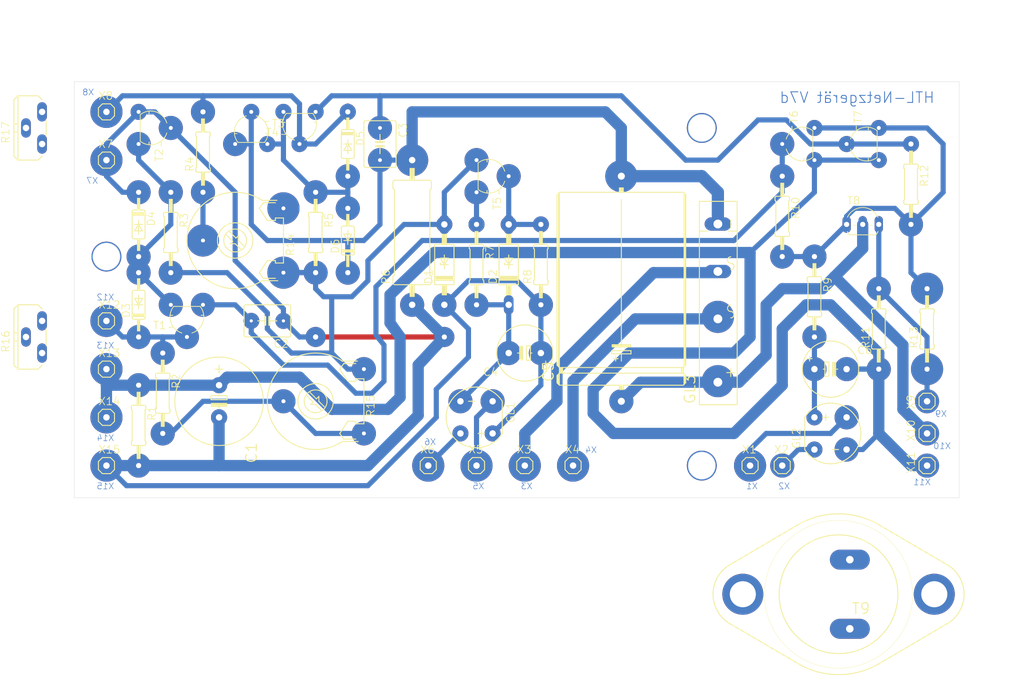
<source format=kicad_pcb>
(kicad_pcb (version 20171130) (host pcbnew 5.1.4-e60b266~84~ubuntu18.04.1)

  (general
    (thickness 1.6)
    (drawings 32)
    (tracks 335)
    (zones 0)
    (modules 56)
    (nets 48)
  )

  (page A4)
  (layers
    (0 Top signal)
    (31 Bottom signal)
    (32 B.Adhes user)
    (33 F.Adhes user)
    (34 B.Paste user)
    (35 F.Paste user)
    (36 B.SilkS user)
    (37 F.SilkS user)
    (38 B.Mask user)
    (39 F.Mask user)
    (40 Dwgs.User user)
    (41 Cmts.User user)
    (42 Eco1.User user)
    (43 Eco2.User user)
    (44 Edge.Cuts user)
    (45 Margin user)
    (46 B.CrtYd user)
    (47 F.CrtYd user)
    (48 B.Fab user)
    (49 F.Fab user)
  )

  (setup
    (last_trace_width 0.25)
    (trace_clearance 0.2)
    (zone_clearance 0.508)
    (zone_45_only no)
    (trace_min 0.2)
    (via_size 0.8)
    (via_drill 0.4)
    (via_min_size 0.4)
    (via_min_drill 0.3)
    (uvia_size 0.3)
    (uvia_drill 0.1)
    (uvias_allowed no)
    (uvia_min_size 0.2)
    (uvia_min_drill 0.1)
    (edge_width 0.05)
    (segment_width 0.2)
    (pcb_text_width 0.3)
    (pcb_text_size 1.5 1.5)
    (mod_edge_width 0.12)
    (mod_text_size 1 1)
    (mod_text_width 0.15)
    (pad_size 1.524 1.524)
    (pad_drill 0.762)
    (pad_to_mask_clearance 0.051)
    (solder_mask_min_width 0.25)
    (aux_axis_origin 0 0)
    (visible_elements FFFFEF7F)
    (pcbplotparams
      (layerselection 0x010fc_ffffffff)
      (usegerberextensions false)
      (usegerberattributes false)
      (usegerberadvancedattributes false)
      (creategerberjobfile false)
      (excludeedgelayer true)
      (linewidth 0.300000)
      (plotframeref false)
      (viasonmask false)
      (mode 1)
      (useauxorigin false)
      (hpglpennumber 1)
      (hpglpenspeed 20)
      (hpglpendiameter 15.000000)
      (psnegative false)
      (psa4output false)
      (plotreference true)
      (plotvalue true)
      (plotinvisibletext false)
      (padsonsilk false)
      (subtractmaskfromsilk false)
      (outputformat 1)
      (mirror false)
      (drillshape 1)
      (scaleselection 1)
      (outputdirectory ""))
  )

  (net 0 "")
  (net 1 N$28)
  (net 2 N$34)
  (net 3 N$51)
  (net 4 N$35)
  (net 5 N$63)
  (net 6 N$64)
  (net 7 N$54)
  (net 8 N$72)
  (net 9 N$84)
  (net 10 N$90)
  (net 11 N$91)
  (net 12 N$92)
  (net 13 N$93)
  (net 14 N$95)
  (net 15 N$120)
  (net 16 N$121)
  (net 17 N$69)
  (net 18 N$77)
  (net 19 N$122)
  (net 20 N$127)
  (net 21 "Net-(D5-PadC)")
  (net 22 "Net-(D3-PadC)")
  (net 23 "Net-(C1-Pad-)")
  (net 24 "Net-(C1-Pad+)")
  (net 25 "Net-(GL1-PadAC2)")
  (net 26 "Net-(GL1-PadAC1)")
  (net 27 "Net-(GL3-PadAC1)")
  (net 28 "Net-(GL3-PadAC2)")
  (net 29 "Net-(GL2-PadAC2)")
  (net 30 "Net-(GL2-PadAC1)")
  (net 31 "Net-(R11-Pad2)")
  (net 32 "Net-(C5-Pad+)")
  (net 33 "Net-(C4-Pad-)")
  (net 34 "Net-(C4-Pad+)")
  (net 35 "Net-(D1-PadA)")
  (net 36 "Net-(R15-PadA)")
  (net 37 "Net-(R14-PadE)")
  (net 38 "Net-(R14-PadS)")
  (net 39 "Net-(C2-Pad2)")
  (net 40 "Net-(C3-Pad2)")
  (net 41 "Net-(C3-Pad1)")
  (net 42 "Net-(D3-PadA)")
  (net 43 "Net-(D5-PadA)")
  (net 44 "Net-(C6-Pad+)")
  (net 45 "Net-(R10-Pad2)")
  (net 46 "Net-(D2-PadA)")
  (net 47 "Net-(R7-Pad1)")

  (net_class Default "This is the default net class."
    (clearance 0.2)
    (trace_width 0.25)
    (via_dia 0.8)
    (via_drill 0.4)
    (uvia_dia 0.3)
    (uvia_drill 0.1)
    (add_net N$120)
    (add_net N$121)
    (add_net N$122)
    (add_net N$127)
    (add_net N$28)
    (add_net N$34)
    (add_net N$35)
    (add_net N$51)
    (add_net N$54)
    (add_net N$63)
    (add_net N$64)
    (add_net N$69)
    (add_net N$72)
    (add_net N$77)
    (add_net N$84)
    (add_net N$90)
    (add_net N$91)
    (add_net N$92)
    (add_net N$93)
    (add_net N$95)
    (add_net "Net-(C1-Pad+)")
    (add_net "Net-(C1-Pad-)")
    (add_net "Net-(C2-Pad2)")
    (add_net "Net-(C3-Pad1)")
    (add_net "Net-(C3-Pad2)")
    (add_net "Net-(C4-Pad+)")
    (add_net "Net-(C4-Pad-)")
    (add_net "Net-(C5-Pad+)")
    (add_net "Net-(C6-Pad+)")
    (add_net "Net-(D1-PadA)")
    (add_net "Net-(D2-PadA)")
    (add_net "Net-(D3-PadA)")
    (add_net "Net-(D3-PadC)")
    (add_net "Net-(D5-PadA)")
    (add_net "Net-(D5-PadC)")
    (add_net "Net-(GL1-PadAC1)")
    (add_net "Net-(GL1-PadAC2)")
    (add_net "Net-(GL2-PadAC1)")
    (add_net "Net-(GL2-PadAC2)")
    (add_net "Net-(GL3-PadAC1)")
    (add_net "Net-(GL3-PadAC2)")
    (add_net "Net-(R10-Pad2)")
    (add_net "Net-(R11-Pad2)")
    (add_net "Net-(R14-PadE)")
    (add_net "Net-(R14-PadS)")
    (add_net "Net-(R15-PadA)")
    (add_net "Net-(R16-PadA)")
    (add_net "Net-(R16-PadE)")
    (add_net "Net-(R16-PadS)")
    (add_net "Net-(R17-PadA)")
    (add_net "Net-(R17-PadE)")
    (add_net "Net-(R17-PadS)")
    (add_net "Net-(R7-Pad1)")
    (add_net "Net-(T9-PadB)")
    (add_net "Net-(T9-PadC)")
    (add_net "Net-(T9-PadE)")
  )

  (module "HTL Netzgerät V7d:1X01" (layer Top) (tedit 0) (tstamp 5DE7E8A3)
    (at 83.7411 76.8986)
    (descr "<b>PIN HEADER</b>")
    (path /755F115C)
    (fp_text reference X8 (at -1.3462 -1.8288) (layer F.SilkS)
      (effects (font (size 1.2065 1.2065) (thickness 0.127)) (justify left bottom))
    )
    (fp_text value PINHD-1X1 (at -1.27 3.175) (layer F.Fab)
      (effects (font (size 1.2065 1.2065) (thickness 0.1016)) (justify left bottom))
    )
    (fp_poly (pts (xy -0.254 0.254) (xy 0.254 0.254) (xy 0.254 -0.254) (xy -0.254 -0.254)) (layer F.Fab) (width 0))
    (fp_line (start 0.635 1.27) (end -0.635 1.27) (layer F.SilkS) (width 0.1524))
    (fp_line (start -1.27 0.635) (end -0.635 1.27) (layer F.SilkS) (width 0.1524))
    (fp_line (start -0.635 -1.27) (end -1.27 -0.635) (layer F.SilkS) (width 0.1524))
    (fp_line (start -1.27 -0.635) (end -1.27 0.635) (layer F.SilkS) (width 0.1524))
    (fp_line (start 1.27 0.635) (end 0.635 1.27) (layer F.SilkS) (width 0.1524))
    (fp_line (start 1.27 -0.635) (end 1.27 0.635) (layer F.SilkS) (width 0.1524))
    (fp_line (start 0.635 -1.27) (end 1.27 -0.635) (layer F.SilkS) (width 0.1524))
    (fp_line (start -0.635 -1.27) (end 0.635 -1.27) (layer F.SilkS) (width 0.1524))
    (pad 1 thru_hole circle (at 0 0) (size 1.524 1.524) (drill 1.016) (layers *.Cu *.Mask)
      (net 21 "Net-(D5-PadC)") (solder_mask_margin 0.1016))
  )

  (module "HTL Netzgerät V7d:1X01" (layer Top) (tedit 0) (tstamp 5DE7E8B0)
    (at 83.7411 109.9186)
    (descr "<b>PIN HEADER</b>")
    (path /D3568898)
    (fp_text reference X12 (at -1.3462 -1.8288) (layer F.SilkS)
      (effects (font (size 1.2065 1.2065) (thickness 0.127)) (justify left bottom))
    )
    (fp_text value PINHD-1X1 (at -1.27 3.175) (layer F.Fab)
      (effects (font (size 1.2065 1.2065) (thickness 0.1016)) (justify left bottom))
    )
    (fp_poly (pts (xy -0.254 0.254) (xy 0.254 0.254) (xy 0.254 -0.254) (xy -0.254 -0.254)) (layer F.Fab) (width 0))
    (fp_line (start 0.635 1.27) (end -0.635 1.27) (layer F.SilkS) (width 0.1524))
    (fp_line (start -1.27 0.635) (end -0.635 1.27) (layer F.SilkS) (width 0.1524))
    (fp_line (start -0.635 -1.27) (end -1.27 -0.635) (layer F.SilkS) (width 0.1524))
    (fp_line (start -1.27 -0.635) (end -1.27 0.635) (layer F.SilkS) (width 0.1524))
    (fp_line (start 1.27 0.635) (end 0.635 1.27) (layer F.SilkS) (width 0.1524))
    (fp_line (start 1.27 -0.635) (end 1.27 0.635) (layer F.SilkS) (width 0.1524))
    (fp_line (start 0.635 -1.27) (end 1.27 -0.635) (layer F.SilkS) (width 0.1524))
    (fp_line (start -0.635 -1.27) (end 0.635 -1.27) (layer F.SilkS) (width 0.1524))
    (pad 1 thru_hole circle (at 0 0) (size 1.524 1.524) (drill 1.016) (layers *.Cu *.Mask)
      (net 22 "Net-(D3-PadC)") (solder_mask_margin 0.1016))
  )

  (module "HTL Netzgerät V7d:1X01" (layer Top) (tedit 0) (tstamp 5DE7E8BD)
    (at 83.7411 84.5186)
    (descr "<b>PIN HEADER</b>")
    (path /097078D9)
    (fp_text reference X7 (at -1.3462 -1.8288) (layer F.SilkS)
      (effects (font (size 1.2065 1.2065) (thickness 0.127)) (justify left bottom))
    )
    (fp_text value PINHD-1X1 (at -1.27 3.175) (layer F.Fab)
      (effects (font (size 1.2065 1.2065) (thickness 0.1016)) (justify left bottom))
    )
    (fp_poly (pts (xy -0.254 0.254) (xy 0.254 0.254) (xy 0.254 -0.254) (xy -0.254 -0.254)) (layer F.Fab) (width 0))
    (fp_line (start 0.635 1.27) (end -0.635 1.27) (layer F.SilkS) (width 0.1524))
    (fp_line (start -1.27 0.635) (end -0.635 1.27) (layer F.SilkS) (width 0.1524))
    (fp_line (start -0.635 -1.27) (end -1.27 -0.635) (layer F.SilkS) (width 0.1524))
    (fp_line (start -1.27 -0.635) (end -1.27 0.635) (layer F.SilkS) (width 0.1524))
    (fp_line (start 1.27 0.635) (end 0.635 1.27) (layer F.SilkS) (width 0.1524))
    (fp_line (start 1.27 -0.635) (end 1.27 0.635) (layer F.SilkS) (width 0.1524))
    (fp_line (start 0.635 -1.27) (end 1.27 -0.635) (layer F.SilkS) (width 0.1524))
    (fp_line (start -0.635 -1.27) (end 0.635 -1.27) (layer F.SilkS) (width 0.1524))
    (pad 1 thru_hole circle (at 0 0) (size 1.524 1.524) (drill 1.016) (layers *.Cu *.Mask)
      (net 23 "Net-(C1-Pad-)") (solder_mask_margin 0.1016))
  )

  (module "HTL Netzgerät V7d:1X01" (layer Top) (tedit 0) (tstamp 5DE7E8CA)
    (at 83.7411 117.5386)
    (descr "<b>PIN HEADER</b>")
    (path /4C8084F3)
    (fp_text reference X13 (at -1.3462 -1.8288) (layer F.SilkS)
      (effects (font (size 1.2065 1.2065) (thickness 0.127)) (justify left bottom))
    )
    (fp_text value PINHD-1X1 (at -1.27 3.175) (layer F.Fab)
      (effects (font (size 1.2065 1.2065) (thickness 0.1016)) (justify left bottom))
    )
    (fp_poly (pts (xy -0.254 0.254) (xy 0.254 0.254) (xy 0.254 -0.254) (xy -0.254 -0.254)) (layer F.Fab) (width 0))
    (fp_line (start 0.635 1.27) (end -0.635 1.27) (layer F.SilkS) (width 0.1524))
    (fp_line (start -1.27 0.635) (end -0.635 1.27) (layer F.SilkS) (width 0.1524))
    (fp_line (start -0.635 -1.27) (end -1.27 -0.635) (layer F.SilkS) (width 0.1524))
    (fp_line (start -1.27 -0.635) (end -1.27 0.635) (layer F.SilkS) (width 0.1524))
    (fp_line (start 1.27 0.635) (end 0.635 1.27) (layer F.SilkS) (width 0.1524))
    (fp_line (start 1.27 -0.635) (end 1.27 0.635) (layer F.SilkS) (width 0.1524))
    (fp_line (start 0.635 -1.27) (end 1.27 -0.635) (layer F.SilkS) (width 0.1524))
    (fp_line (start -0.635 -1.27) (end 0.635 -1.27) (layer F.SilkS) (width 0.1524))
    (pad 1 thru_hole circle (at 0 0) (size 1.524 1.524) (drill 1.016) (layers *.Cu *.Mask)
      (net 24 "Net-(C1-Pad+)") (solder_mask_margin 0.1016))
  )

  (module "HTL Netzgerät V7d:1X01" (layer Top) (tedit 0) (tstamp 5DE7E8D7)
    (at 83.7411 132.7786)
    (descr "<b>PIN HEADER</b>")
    (path /7A461760)
    (fp_text reference X15 (at -1.3462 -1.8288) (layer F.SilkS)
      (effects (font (size 1.2065 1.2065) (thickness 0.127)) (justify left bottom))
    )
    (fp_text value PINHD-1X1 (at -1.27 3.175) (layer F.Fab)
      (effects (font (size 1.2065 1.2065) (thickness 0.1016)) (justify left bottom))
    )
    (fp_poly (pts (xy -0.254 0.254) (xy 0.254 0.254) (xy 0.254 -0.254) (xy -0.254 -0.254)) (layer F.Fab) (width 0))
    (fp_line (start 0.635 1.27) (end -0.635 1.27) (layer F.SilkS) (width 0.1524))
    (fp_line (start -1.27 0.635) (end -0.635 1.27) (layer F.SilkS) (width 0.1524))
    (fp_line (start -0.635 -1.27) (end -1.27 -0.635) (layer F.SilkS) (width 0.1524))
    (fp_line (start -1.27 -0.635) (end -1.27 0.635) (layer F.SilkS) (width 0.1524))
    (fp_line (start 1.27 0.635) (end 0.635 1.27) (layer F.SilkS) (width 0.1524))
    (fp_line (start 1.27 -0.635) (end 1.27 0.635) (layer F.SilkS) (width 0.1524))
    (fp_line (start 0.635 -1.27) (end 1.27 -0.635) (layer F.SilkS) (width 0.1524))
    (fp_line (start -0.635 -1.27) (end 0.635 -1.27) (layer F.SilkS) (width 0.1524))
    (pad 1 thru_hole circle (at 0 0) (size 1.524 1.524) (drill 1.016) (layers *.Cu *.Mask)
      (net 23 "Net-(C1-Pad-)") (solder_mask_margin 0.1016))
  )

  (module "HTL Netzgerät V7d:1X01" (layer Top) (tedit 0) (tstamp 5DE7E8E4)
    (at 83.7411 125.1586)
    (descr "<b>PIN HEADER</b>")
    (path /0D38F6C5)
    (fp_text reference X14 (at -1.3462 -1.8288) (layer F.SilkS)
      (effects (font (size 1.2065 1.2065) (thickness 0.127)) (justify left bottom))
    )
    (fp_text value PINHD-1X1 (at -1.27 3.175) (layer F.Fab)
      (effects (font (size 1.2065 1.2065) (thickness 0.1016)) (justify left bottom))
    )
    (fp_poly (pts (xy -0.254 0.254) (xy 0.254 0.254) (xy 0.254 -0.254) (xy -0.254 -0.254)) (layer F.Fab) (width 0))
    (fp_line (start 0.635 1.27) (end -0.635 1.27) (layer F.SilkS) (width 0.1524))
    (fp_line (start -1.27 0.635) (end -0.635 1.27) (layer F.SilkS) (width 0.1524))
    (fp_line (start -0.635 -1.27) (end -1.27 -0.635) (layer F.SilkS) (width 0.1524))
    (fp_line (start -1.27 -0.635) (end -1.27 0.635) (layer F.SilkS) (width 0.1524))
    (fp_line (start 1.27 0.635) (end 0.635 1.27) (layer F.SilkS) (width 0.1524))
    (fp_line (start 1.27 -0.635) (end 1.27 0.635) (layer F.SilkS) (width 0.1524))
    (fp_line (start 0.635 -1.27) (end 1.27 -0.635) (layer F.SilkS) (width 0.1524))
    (fp_line (start -0.635 -1.27) (end 0.635 -1.27) (layer F.SilkS) (width 0.1524))
    (pad 1 thru_hole circle (at 0 0) (size 1.524 1.524) (drill 1.016) (layers *.Cu *.Mask)
      (net 24 "Net-(C1-Pad+)") (solder_mask_margin 0.1016))
  )

  (module "HTL Netzgerät V7d:1X01" (layer Top) (tedit 0) (tstamp 5DE7E8F1)
    (at 142.1611 132.7786)
    (descr "<b>PIN HEADER</b>")
    (path /E45AA7F8)
    (fp_text reference X5 (at -1.3462 -1.8288) (layer F.SilkS)
      (effects (font (size 1.2065 1.2065) (thickness 0.127)) (justify left bottom))
    )
    (fp_text value PINHD-1X1 (at -1.27 3.175) (layer F.Fab)
      (effects (font (size 1.2065 1.2065) (thickness 0.1016)) (justify left bottom))
    )
    (fp_poly (pts (xy -0.254 0.254) (xy 0.254 0.254) (xy 0.254 -0.254) (xy -0.254 -0.254)) (layer F.Fab) (width 0))
    (fp_line (start 0.635 1.27) (end -0.635 1.27) (layer F.SilkS) (width 0.1524))
    (fp_line (start -1.27 0.635) (end -0.635 1.27) (layer F.SilkS) (width 0.1524))
    (fp_line (start -0.635 -1.27) (end -1.27 -0.635) (layer F.SilkS) (width 0.1524))
    (fp_line (start -1.27 -0.635) (end -1.27 0.635) (layer F.SilkS) (width 0.1524))
    (fp_line (start 1.27 0.635) (end 0.635 1.27) (layer F.SilkS) (width 0.1524))
    (fp_line (start 1.27 -0.635) (end 1.27 0.635) (layer F.SilkS) (width 0.1524))
    (fp_line (start 0.635 -1.27) (end 1.27 -0.635) (layer F.SilkS) (width 0.1524))
    (fp_line (start -0.635 -1.27) (end 0.635 -1.27) (layer F.SilkS) (width 0.1524))
    (pad 1 thru_hole circle (at 0 0) (size 1.524 1.524) (drill 1.016) (layers *.Cu *.Mask)
      (net 25 "Net-(GL1-PadAC2)") (solder_mask_margin 0.1016))
  )

  (module "HTL Netzgerät V7d:1X01" (layer Top) (tedit 0) (tstamp 5DE7E8FE)
    (at 134.5411 132.7786)
    (descr "<b>PIN HEADER</b>")
    (path /960D6DC0)
    (fp_text reference X6 (at -1.3462 -1.8288) (layer F.SilkS)
      (effects (font (size 1.2065 1.2065) (thickness 0.127)) (justify left bottom))
    )
    (fp_text value PINHD-1X1 (at -1.27 3.175) (layer F.Fab)
      (effects (font (size 1.2065 1.2065) (thickness 0.1016)) (justify left bottom))
    )
    (fp_poly (pts (xy -0.254 0.254) (xy 0.254 0.254) (xy 0.254 -0.254) (xy -0.254 -0.254)) (layer F.Fab) (width 0))
    (fp_line (start 0.635 1.27) (end -0.635 1.27) (layer F.SilkS) (width 0.1524))
    (fp_line (start -1.27 0.635) (end -0.635 1.27) (layer F.SilkS) (width 0.1524))
    (fp_line (start -0.635 -1.27) (end -1.27 -0.635) (layer F.SilkS) (width 0.1524))
    (fp_line (start -1.27 -0.635) (end -1.27 0.635) (layer F.SilkS) (width 0.1524))
    (fp_line (start 1.27 0.635) (end 0.635 1.27) (layer F.SilkS) (width 0.1524))
    (fp_line (start 1.27 -0.635) (end 1.27 0.635) (layer F.SilkS) (width 0.1524))
    (fp_line (start 0.635 -1.27) (end 1.27 -0.635) (layer F.SilkS) (width 0.1524))
    (fp_line (start -0.635 -1.27) (end 0.635 -1.27) (layer F.SilkS) (width 0.1524))
    (pad 1 thru_hole circle (at 0 0) (size 1.524 1.524) (drill 1.016) (layers *.Cu *.Mask)
      (net 26 "Net-(GL1-PadAC1)") (solder_mask_margin 0.1016))
  )

  (module "HTL Netzgerät V7d:1X01" (layer Top) (tedit 0) (tstamp 5DE7E90B)
    (at 157.4011 132.7786)
    (descr "<b>PIN HEADER</b>")
    (path /16444AAD)
    (fp_text reference X4 (at -1.3462 -1.8288) (layer F.SilkS)
      (effects (font (size 1.2065 1.2065) (thickness 0.127)) (justify left bottom))
    )
    (fp_text value PINHD-1X1 (at -1.27 3.175) (layer F.Fab)
      (effects (font (size 1.2065 1.2065) (thickness 0.1016)) (justify left bottom))
    )
    (fp_poly (pts (xy -0.254 0.254) (xy 0.254 0.254) (xy 0.254 -0.254) (xy -0.254 -0.254)) (layer F.Fab) (width 0))
    (fp_line (start 0.635 1.27) (end -0.635 1.27) (layer F.SilkS) (width 0.1524))
    (fp_line (start -1.27 0.635) (end -0.635 1.27) (layer F.SilkS) (width 0.1524))
    (fp_line (start -0.635 -1.27) (end -1.27 -0.635) (layer F.SilkS) (width 0.1524))
    (fp_line (start -1.27 -0.635) (end -1.27 0.635) (layer F.SilkS) (width 0.1524))
    (fp_line (start 1.27 0.635) (end 0.635 1.27) (layer F.SilkS) (width 0.1524))
    (fp_line (start 1.27 -0.635) (end 1.27 0.635) (layer F.SilkS) (width 0.1524))
    (fp_line (start 0.635 -1.27) (end 1.27 -0.635) (layer F.SilkS) (width 0.1524))
    (fp_line (start -0.635 -1.27) (end 0.635 -1.27) (layer F.SilkS) (width 0.1524))
    (pad 1 thru_hole circle (at 0 0) (size 1.524 1.524) (drill 1.016) (layers *.Cu *.Mask)
      (net 27 "Net-(GL3-PadAC1)") (solder_mask_margin 0.1016))
  )

  (module "HTL Netzgerät V7d:1X01" (layer Top) (tedit 0) (tstamp 5DE7E918)
    (at 149.7811 132.7786)
    (descr "<b>PIN HEADER</b>")
    (path /03A3F618)
    (fp_text reference X3 (at -1.3462 -1.8288) (layer F.SilkS)
      (effects (font (size 1.2065 1.2065) (thickness 0.127)) (justify left bottom))
    )
    (fp_text value PINHD-1X1 (at -1.27 3.175) (layer F.Fab)
      (effects (font (size 1.2065 1.2065) (thickness 0.1016)) (justify left bottom))
    )
    (fp_poly (pts (xy -0.254 0.254) (xy 0.254 0.254) (xy 0.254 -0.254) (xy -0.254 -0.254)) (layer F.Fab) (width 0))
    (fp_line (start 0.635 1.27) (end -0.635 1.27) (layer F.SilkS) (width 0.1524))
    (fp_line (start -1.27 0.635) (end -0.635 1.27) (layer F.SilkS) (width 0.1524))
    (fp_line (start -0.635 -1.27) (end -1.27 -0.635) (layer F.SilkS) (width 0.1524))
    (fp_line (start -1.27 -0.635) (end -1.27 0.635) (layer F.SilkS) (width 0.1524))
    (fp_line (start 1.27 0.635) (end 0.635 1.27) (layer F.SilkS) (width 0.1524))
    (fp_line (start 1.27 -0.635) (end 1.27 0.635) (layer F.SilkS) (width 0.1524))
    (fp_line (start 0.635 -1.27) (end 1.27 -0.635) (layer F.SilkS) (width 0.1524))
    (fp_line (start -0.635 -1.27) (end 0.635 -1.27) (layer F.SilkS) (width 0.1524))
    (pad 1 thru_hole circle (at 0 0) (size 1.524 1.524) (drill 1.016) (layers *.Cu *.Mask)
      (net 28 "Net-(GL3-PadAC2)") (solder_mask_margin 0.1016))
  )

  (module "HTL Netzgerät V7d:1X01" (layer Top) (tedit 0) (tstamp 5DE7E925)
    (at 190.4211 132.7786)
    (descr "<b>PIN HEADER</b>")
    (path /DDF2E3E2)
    (fp_text reference X2 (at -1.3462 -1.8288) (layer F.SilkS)
      (effects (font (size 1.2065 1.2065) (thickness 0.127)) (justify left bottom))
    )
    (fp_text value PINHD-1X1 (at -1.27 3.175) (layer F.Fab)
      (effects (font (size 1.2065 1.2065) (thickness 0.1016)) (justify left bottom))
    )
    (fp_poly (pts (xy -0.254 0.254) (xy 0.254 0.254) (xy 0.254 -0.254) (xy -0.254 -0.254)) (layer F.Fab) (width 0))
    (fp_line (start 0.635 1.27) (end -0.635 1.27) (layer F.SilkS) (width 0.1524))
    (fp_line (start -1.27 0.635) (end -0.635 1.27) (layer F.SilkS) (width 0.1524))
    (fp_line (start -0.635 -1.27) (end -1.27 -0.635) (layer F.SilkS) (width 0.1524))
    (fp_line (start -1.27 -0.635) (end -1.27 0.635) (layer F.SilkS) (width 0.1524))
    (fp_line (start 1.27 0.635) (end 0.635 1.27) (layer F.SilkS) (width 0.1524))
    (fp_line (start 1.27 -0.635) (end 1.27 0.635) (layer F.SilkS) (width 0.1524))
    (fp_line (start 0.635 -1.27) (end 1.27 -0.635) (layer F.SilkS) (width 0.1524))
    (fp_line (start -0.635 -1.27) (end 0.635 -1.27) (layer F.SilkS) (width 0.1524))
    (pad 1 thru_hole circle (at 0 0) (size 1.524 1.524) (drill 1.016) (layers *.Cu *.Mask)
      (net 29 "Net-(GL2-PadAC2)") (solder_mask_margin 0.1016))
  )

  (module "HTL Netzgerät V7d:1X01" (layer Top) (tedit 0) (tstamp 5DE7E932)
    (at 185.3411 132.7786)
    (descr "<b>PIN HEADER</b>")
    (path /753049C4)
    (fp_text reference X1 (at -1.3462 -1.8288) (layer F.SilkS)
      (effects (font (size 1.2065 1.2065) (thickness 0.127)) (justify left bottom))
    )
    (fp_text value PINHD-1X1 (at -1.27 3.175) (layer F.Fab)
      (effects (font (size 1.2065 1.2065) (thickness 0.1016)) (justify left bottom))
    )
    (fp_poly (pts (xy -0.254 0.254) (xy 0.254 0.254) (xy 0.254 -0.254) (xy -0.254 -0.254)) (layer F.Fab) (width 0))
    (fp_line (start 0.635 1.27) (end -0.635 1.27) (layer F.SilkS) (width 0.1524))
    (fp_line (start -1.27 0.635) (end -0.635 1.27) (layer F.SilkS) (width 0.1524))
    (fp_line (start -0.635 -1.27) (end -1.27 -0.635) (layer F.SilkS) (width 0.1524))
    (fp_line (start -1.27 -0.635) (end -1.27 0.635) (layer F.SilkS) (width 0.1524))
    (fp_line (start 1.27 0.635) (end 0.635 1.27) (layer F.SilkS) (width 0.1524))
    (fp_line (start 1.27 -0.635) (end 1.27 0.635) (layer F.SilkS) (width 0.1524))
    (fp_line (start 0.635 -1.27) (end 1.27 -0.635) (layer F.SilkS) (width 0.1524))
    (fp_line (start -0.635 -1.27) (end 0.635 -1.27) (layer F.SilkS) (width 0.1524))
    (pad 1 thru_hole circle (at 0 0) (size 1.524 1.524) (drill 1.016) (layers *.Cu *.Mask)
      (net 30 "Net-(GL2-PadAC1)") (solder_mask_margin 0.1016))
  )

  (module "HTL Netzgerät V7d:1X01" (layer Top) (tedit 0) (tstamp 5DE7E93F)
    (at 213.2811 122.6186 90)
    (descr "<b>PIN HEADER</b>")
    (path /08FA697E)
    (fp_text reference X9 (at -1.3462 -1.8288 90) (layer F.SilkS)
      (effects (font (size 1.2065 1.2065) (thickness 0.127)) (justify left bottom))
    )
    (fp_text value PINHD-1X1 (at -1.27 3.175 90) (layer F.Fab)
      (effects (font (size 1.2065 1.2065) (thickness 0.1016)) (justify left bottom))
    )
    (fp_poly (pts (xy -0.254 0.254) (xy 0.254 0.254) (xy 0.254 -0.254) (xy -0.254 -0.254)) (layer F.Fab) (width 0))
    (fp_line (start 0.635 1.27) (end -0.635 1.27) (layer F.SilkS) (width 0.1524))
    (fp_line (start -1.27 0.635) (end -0.635 1.27) (layer F.SilkS) (width 0.1524))
    (fp_line (start -0.635 -1.27) (end -1.27 -0.635) (layer F.SilkS) (width 0.1524))
    (fp_line (start -1.27 -0.635) (end -1.27 0.635) (layer F.SilkS) (width 0.1524))
    (fp_line (start 1.27 0.635) (end 0.635 1.27) (layer F.SilkS) (width 0.1524))
    (fp_line (start 1.27 -0.635) (end 1.27 0.635) (layer F.SilkS) (width 0.1524))
    (fp_line (start 0.635 -1.27) (end 1.27 -0.635) (layer F.SilkS) (width 0.1524))
    (fp_line (start -0.635 -1.27) (end 0.635 -1.27) (layer F.SilkS) (width 0.1524))
    (pad 1 thru_hole circle (at 0 0 90) (size 1.524 1.524) (drill 1.016) (layers *.Cu *.Mask)
      (net 31 "Net-(R11-Pad2)") (solder_mask_margin 0.1016))
  )

  (module "HTL Netzgerät V7d:1X01" (layer Top) (tedit 0) (tstamp 5DE7E94C)
    (at 213.2811 132.7786 90)
    (descr "<b>PIN HEADER</b>")
    (path /681E0283)
    (fp_text reference X11 (at -1.3462 -1.8288 90) (layer F.SilkS)
      (effects (font (size 1.2065 1.2065) (thickness 0.127)) (justify left bottom))
    )
    (fp_text value PINHD-1X1 (at -1.27 3.175 90) (layer F.Fab)
      (effects (font (size 1.2065 1.2065) (thickness 0.1016)) (justify left bottom))
    )
    (fp_poly (pts (xy -0.254 0.254) (xy 0.254 0.254) (xy 0.254 -0.254) (xy -0.254 -0.254)) (layer F.Fab) (width 0))
    (fp_line (start 0.635 1.27) (end -0.635 1.27) (layer F.SilkS) (width 0.1524))
    (fp_line (start -1.27 0.635) (end -0.635 1.27) (layer F.SilkS) (width 0.1524))
    (fp_line (start -0.635 -1.27) (end -1.27 -0.635) (layer F.SilkS) (width 0.1524))
    (fp_line (start -1.27 -0.635) (end -1.27 0.635) (layer F.SilkS) (width 0.1524))
    (fp_line (start 1.27 0.635) (end 0.635 1.27) (layer F.SilkS) (width 0.1524))
    (fp_line (start 1.27 -0.635) (end 1.27 0.635) (layer F.SilkS) (width 0.1524))
    (fp_line (start 0.635 -1.27) (end 1.27 -0.635) (layer F.SilkS) (width 0.1524))
    (fp_line (start -0.635 -1.27) (end 0.635 -1.27) (layer F.SilkS) (width 0.1524))
    (pad 1 thru_hole circle (at 0 0 90) (size 1.524 1.524) (drill 1.016) (layers *.Cu *.Mask)
      (net 24 "Net-(C1-Pad+)") (solder_mask_margin 0.1016))
  )

  (module "HTL Netzgerät V7d:1X01" (layer Top) (tedit 0) (tstamp 5DE7E959)
    (at 213.2811 127.6986 90)
    (descr "<b>PIN HEADER</b>")
    (path /D3FD5776)
    (fp_text reference X10 (at -1.3462 -1.8288 90) (layer F.SilkS)
      (effects (font (size 1.2065 1.2065) (thickness 0.127)) (justify left bottom))
    )
    (fp_text value PINHD-1X1 (at -1.27 3.175 90) (layer F.Fab)
      (effects (font (size 1.2065 1.2065) (thickness 0.1016)) (justify left bottom))
    )
    (fp_poly (pts (xy -0.254 0.254) (xy 0.254 0.254) (xy 0.254 -0.254) (xy -0.254 -0.254)) (layer F.Fab) (width 0))
    (fp_line (start 0.635 1.27) (end -0.635 1.27) (layer F.SilkS) (width 0.1524))
    (fp_line (start -1.27 0.635) (end -0.635 1.27) (layer F.SilkS) (width 0.1524))
    (fp_line (start -0.635 -1.27) (end -1.27 -0.635) (layer F.SilkS) (width 0.1524))
    (fp_line (start -1.27 -0.635) (end -1.27 0.635) (layer F.SilkS) (width 0.1524))
    (fp_line (start 1.27 0.635) (end 0.635 1.27) (layer F.SilkS) (width 0.1524))
    (fp_line (start 1.27 -0.635) (end 1.27 0.635) (layer F.SilkS) (width 0.1524))
    (fp_line (start 0.635 -1.27) (end 1.27 -0.635) (layer F.SilkS) (width 0.1524))
    (fp_line (start -0.635 -1.27) (end 0.635 -1.27) (layer F.SilkS) (width 0.1524))
    (pad 1 thru_hole circle (at 0 0 90) (size 1.524 1.524) (drill 1.016) (layers *.Cu *.Mask)
      (net 32 "Net-(C5-Pad+)") (solder_mask_margin 0.1016))
  )

  (module "HTL Netzgerät V7d:E5-8,5" (layer Top) (tedit 0) (tstamp 5DE7E966)
    (at 149.7811 114.9986 180)
    (descr "<b>ELECTROLYTIC CAPACITOR</b><p>\ngrid 5.08 mm, diameter 8.5 mm")
    (path /99E27C05)
    (fp_text reference C4 (at 4.1402 -2.286 180) (layer F.SilkS)
      (effects (font (size 1.2065 1.2065) (thickness 0.127)) (justify right top))
    )
    (fp_text value 47u (at -2.5146 3.0226 180) (layer F.Fab)
      (effects (font (size 1.2065 1.2065) (thickness 0.127)) (justify right top))
    )
    (fp_poly (pts (xy 0.254 1.143) (xy 0.889 1.143) (xy 0.889 -1.143) (xy 0.254 -1.143)) (layer F.SilkS) (width 0))
    (fp_circle (center 0 0) (end 4.445 0) (layer F.SilkS) (width 0.1524))
    (fp_line (start -1.651 0) (end -1.143 0) (layer F.Fab) (width 0.1524))
    (fp_line (start 1.143 0) (end 1.651 0) (layer F.Fab) (width 0.1524))
    (fp_line (start -3.683 -1.651) (end -2.921 -1.651) (layer F.SilkS) (width 0.1524))
    (fp_line (start -3.302 -2.032) (end -3.302 -1.27) (layer F.SilkS) (width 0.1524))
    (fp_line (start 0.635 0) (end 1.143 0) (layer F.SilkS) (width 0.1524))
    (fp_line (start -0.889 -1.143) (end -0.889 0) (layer F.SilkS) (width 0.1524))
    (fp_line (start -0.254 -1.143) (end -0.889 -1.143) (layer F.SilkS) (width 0.1524))
    (fp_line (start -0.254 1.143) (end -0.254 -1.143) (layer F.SilkS) (width 0.1524))
    (fp_line (start -0.889 1.143) (end -0.254 1.143) (layer F.SilkS) (width 0.1524))
    (fp_line (start -0.889 0) (end -0.889 1.143) (layer F.SilkS) (width 0.1524))
    (fp_line (start -1.143 0) (end -0.889 0) (layer F.SilkS) (width 0.1524))
    (pad - thru_hole circle (at 2.54 0 180) (size 2.54 2.54) (drill 1.016) (layers *.Cu *.Mask)
      (net 33 "Net-(C4-Pad-)") (solder_mask_margin 0.1016))
    (pad + thru_hole circle (at -2.54 0 180) (size 2.54 2.54) (drill 1.016) (layers *.Cu *.Mask)
      (net 34 "Net-(C4-Pad+)") (solder_mask_margin 0.1016))
  )

  (module "HTL Netzgerät V7d:LI15" (layer Top) (tedit 0) (tstamp 5DE7E978)
    (at 116.7611 122.6186 90)
    (descr "<b>POTENTIOMETER</b><p>\nPiher")
    (path /67236F85)
    (fp_text reference R15 (at -2.54 9.398 90) (layer F.SilkS)
      (effects (font (size 1.2065 1.2065) (thickness 0.127)) (justify left bottom))
    )
    (fp_text value 50k (at -4.445 3.429 180) (layer F.Fab)
      (effects (font (size 1.2065 1.2065) (thickness 0.127)) (justify right top))
    )
    (fp_circle (center 0 0) (end 3.81 0) (layer F.Fab) (width 0.1524))
    (fp_circle (center 0 0) (end 2.794 0) (layer F.SilkS) (width 0.1524))
    (fp_circle (center 0 0) (end 1.8034 0) (layer F.SilkS) (width 0.1524))
    (fp_arc (start 0 -0.00005) (end -7.62 0) (angle -33.690004) (layer F.SilkS) (width 0.1524))
    (fp_arc (start 0 -0.00005) (end 6.3402 4.2268) (angle -33.690004) (layer F.SilkS) (width 0.1524))
    (fp_arc (start 0 0) (end -7.62 0) (angle 180) (layer F.SilkS) (width 0.1524))
    (fp_line (start -6.35 6.731) (end -6.35 4.191) (layer F.SilkS) (width 0.1524))
    (fp_line (start 6.35 6.604) (end 6.35 4.191) (layer F.SilkS) (width 0.1524))
    (fp_line (start -5.969 7.62) (end -3.556 7.62) (layer F.Fab) (width 0.1524))
    (fp_line (start 5.969 7.62) (end 3.556 7.62) (layer F.Fab) (width 0.1524))
    (fp_line (start -5.969 6.35) (end -5.969 7.62) (layer F.Fab) (width 0.1524))
    (fp_line (start -5.969 4.445) (end -5.969 6.35) (layer F.SilkS) (width 0.1524))
    (fp_line (start 5.969 6.35) (end 5.969 7.62) (layer F.Fab) (width 0.1524))
    (fp_line (start 5.969 4.445) (end 5.969 6.35) (layer F.SilkS) (width 0.1524))
    (fp_line (start -3.556 7.62) (end 3.556 7.62) (layer F.SilkS) (width 0.1524))
    (fp_line (start -6.35 7.62) (end -5.969 7.62) (layer F.Fab) (width 0.1524))
    (fp_line (start 6.35 7.62) (end 5.969 7.62) (layer F.Fab) (width 0.1524))
    (fp_line (start 0 0.508) (end -0.889 1.397) (layer F.SilkS) (width 0.1524))
    (fp_line (start 0.762 0.508) (end 0 0.508) (layer F.SilkS) (width 0.1524))
    (fp_line (start 0.381 0.127) (end 0.762 0.508) (layer F.SilkS) (width 0.1524))
    (fp_line (start 1.397 -0.889) (end 0.381 0.127) (layer F.SilkS) (width 0.1524))
    (fp_line (start -0.508 0) (end -1.397 0.889) (layer F.SilkS) (width 0.1524))
    (fp_line (start -0.508 -0.762) (end -0.508 0) (layer F.SilkS) (width 0.1524))
    (fp_line (start -0.127 -0.381) (end -0.508 -0.762) (layer F.SilkS) (width 0.1524))
    (fp_line (start 0.889 -1.397) (end -0.127 -0.381) (layer F.SilkS) (width 0.1524))
    (fp_line (start 5.08 3.81) (end 5.969 4.445) (layer F.SilkS) (width 0.1524))
    (fp_line (start 3.175 5.08) (end 5.08 3.81) (layer F.SilkS) (width 0.1524))
    (fp_line (start 3.175 6.35) (end 3.175 5.08) (layer F.SilkS) (width 0.1524))
    (fp_line (start 3.556 6.35) (end 3.175 6.35) (layer F.SilkS) (width 0.1524))
    (fp_line (start 3.556 7.62) (end 3.556 6.35) (layer F.SilkS) (width 0.1524))
    (fp_line (start -3.556 6.35) (end -3.556 7.62) (layer F.SilkS) (width 0.1524))
    (fp_line (start -3.175 6.35) (end -3.556 6.35) (layer F.SilkS) (width 0.1524))
    (fp_line (start -3.175 5.08) (end -3.175 6.35) (layer F.SilkS) (width 0.1524))
    (fp_line (start -5.08 3.81) (end -3.175 5.08) (layer F.SilkS) (width 0.1524))
    (fp_line (start -5.969 4.445) (end -5.08 3.81) (layer F.SilkS) (width 0.1524))
    (fp_line (start -6.35 7.62) (end -6.35 6.731) (layer F.Fab) (width 0.1524))
    (fp_line (start 6.35 6.604) (end 6.35 7.62) (layer F.Fab) (width 0.1524))
    (pad E thru_hole circle (at 5.08 7.62 90) (size 2.54 2.54) (drill 0.6) (layers *.Cu *.Mask)
      (net 35 "Net-(D1-PadA)") (solder_mask_margin 0.1016))
    (pad S thru_hole circle (at 0 -5.08 90) (size 2.54 2.54) (drill 0.6) (layers *.Cu *.Mask)
      (net 36 "Net-(R15-PadA)") (solder_mask_margin 0.1016))
    (pad A thru_hole circle (at -5.08 7.62 90) (size 2.54 2.54) (drill 0.6) (layers *.Cu *.Mask)
      (net 36 "Net-(R15-PadA)") (solder_mask_margin 0.1016))
  )

  (module "HTL Netzgerät V7d:LI15" (layer Top) (tedit 0) (tstamp 5DE7E9A3)
    (at 104.0611 97.2186 90)
    (descr "<b>POTENTIOMETER</b><p>\nPiher")
    (path /D4528046)
    (fp_text reference R14 (at -2.54 9.398 90) (layer F.SilkS)
      (effects (font (size 1.2065 1.2065) (thickness 0.127)) (justify left bottom))
    )
    (fp_text value 25k (at -4.445 3.429 180) (layer F.Fab)
      (effects (font (size 1.2065 1.2065) (thickness 0.127)) (justify right top))
    )
    (fp_circle (center 0 0) (end 3.81 0) (layer F.Fab) (width 0.1524))
    (fp_circle (center 0 0) (end 2.794 0) (layer F.SilkS) (width 0.1524))
    (fp_circle (center 0 0) (end 1.8034 0) (layer F.SilkS) (width 0.1524))
    (fp_arc (start 0 -0.00005) (end -7.62 0) (angle -33.690004) (layer F.SilkS) (width 0.1524))
    (fp_arc (start 0 -0.00005) (end 6.3402 4.2268) (angle -33.690004) (layer F.SilkS) (width 0.1524))
    (fp_arc (start 0 0) (end -7.62 0) (angle 180) (layer F.SilkS) (width 0.1524))
    (fp_line (start -6.35 6.731) (end -6.35 4.191) (layer F.SilkS) (width 0.1524))
    (fp_line (start 6.35 6.604) (end 6.35 4.191) (layer F.SilkS) (width 0.1524))
    (fp_line (start -5.969 7.62) (end -3.556 7.62) (layer F.Fab) (width 0.1524))
    (fp_line (start 5.969 7.62) (end 3.556 7.62) (layer F.Fab) (width 0.1524))
    (fp_line (start -5.969 6.35) (end -5.969 7.62) (layer F.Fab) (width 0.1524))
    (fp_line (start -5.969 4.445) (end -5.969 6.35) (layer F.SilkS) (width 0.1524))
    (fp_line (start 5.969 6.35) (end 5.969 7.62) (layer F.Fab) (width 0.1524))
    (fp_line (start 5.969 4.445) (end 5.969 6.35) (layer F.SilkS) (width 0.1524))
    (fp_line (start -3.556 7.62) (end 3.556 7.62) (layer F.SilkS) (width 0.1524))
    (fp_line (start -6.35 7.62) (end -5.969 7.62) (layer F.Fab) (width 0.1524))
    (fp_line (start 6.35 7.62) (end 5.969 7.62) (layer F.Fab) (width 0.1524))
    (fp_line (start 0 0.508) (end -0.889 1.397) (layer F.SilkS) (width 0.1524))
    (fp_line (start 0.762 0.508) (end 0 0.508) (layer F.SilkS) (width 0.1524))
    (fp_line (start 0.381 0.127) (end 0.762 0.508) (layer F.SilkS) (width 0.1524))
    (fp_line (start 1.397 -0.889) (end 0.381 0.127) (layer F.SilkS) (width 0.1524))
    (fp_line (start -0.508 0) (end -1.397 0.889) (layer F.SilkS) (width 0.1524))
    (fp_line (start -0.508 -0.762) (end -0.508 0) (layer F.SilkS) (width 0.1524))
    (fp_line (start -0.127 -0.381) (end -0.508 -0.762) (layer F.SilkS) (width 0.1524))
    (fp_line (start 0.889 -1.397) (end -0.127 -0.381) (layer F.SilkS) (width 0.1524))
    (fp_line (start 5.08 3.81) (end 5.969 4.445) (layer F.SilkS) (width 0.1524))
    (fp_line (start 3.175 5.08) (end 5.08 3.81) (layer F.SilkS) (width 0.1524))
    (fp_line (start 3.175 6.35) (end 3.175 5.08) (layer F.SilkS) (width 0.1524))
    (fp_line (start 3.556 6.35) (end 3.175 6.35) (layer F.SilkS) (width 0.1524))
    (fp_line (start 3.556 7.62) (end 3.556 6.35) (layer F.SilkS) (width 0.1524))
    (fp_line (start -3.556 6.35) (end -3.556 7.62) (layer F.SilkS) (width 0.1524))
    (fp_line (start -3.175 6.35) (end -3.556 6.35) (layer F.SilkS) (width 0.1524))
    (fp_line (start -3.175 5.08) (end -3.175 6.35) (layer F.SilkS) (width 0.1524))
    (fp_line (start -5.08 3.81) (end -3.175 5.08) (layer F.SilkS) (width 0.1524))
    (fp_line (start -5.969 4.445) (end -5.08 3.81) (layer F.SilkS) (width 0.1524))
    (fp_line (start -6.35 7.62) (end -6.35 6.731) (layer F.Fab) (width 0.1524))
    (fp_line (start 6.35 6.604) (end 6.35 7.62) (layer F.Fab) (width 0.1524))
    (pad E thru_hole circle (at 5.08 7.62 90) (size 2.54 2.54) (drill 0.6) (layers *.Cu *.Mask)
      (solder_mask_margin 0.1016))
    (pad S thru_hole circle (at 0 -5.08 90) (size 2.54 2.54) (drill 0.6) (layers *.Cu *.Mask)
      (net 38 "Net-(R14-PadS)") (solder_mask_margin 0.1016))
    (pad A thru_hole circle (at -5.08 7.62 90) (size 2.54 2.54) (drill 0.6) (layers *.Cu *.Mask)
      (net 35 "Net-(D1-PadA)") (solder_mask_margin 0.1016))
  )

  (module "HTL Netzgerät V7d:C050-050X075" (layer Top) (tedit 0) (tstamp 5DE7E9CE)
    (at 109.1411 109.9186 180)
    (descr "<b>CAPACITOR</b><p>\ngrid 5 mm, outline 5 x 7.5 mm")
    (path /A135918F)
    (fp_text reference C2 (at -3.429 -2.921 180) (layer F.SilkS)
      (effects (font (size 1.2065 1.2065) (thickness 0.127)) (justify right top))
    )
    (fp_text value 3,3n (at -3.175 2.159 180) (layer F.Fab)
      (effects (font (size 1.2065 1.2065) (thickness 0.127)) (justify right top))
    )
    (fp_arc (start -3.429 -2.286) (end -3.683 -2.286) (angle 90) (layer F.SilkS) (width 0.1524))
    (fp_arc (start -3.429 2.286) (end -3.683 2.286) (angle -90) (layer F.SilkS) (width 0.1524))
    (fp_arc (start 3.429 2.286) (end 3.429 2.54) (angle -90) (layer F.SilkS) (width 0.1524))
    (fp_arc (start 3.429 -2.286) (end 3.429 -2.54) (angle 90) (layer F.SilkS) (width 0.1524))
    (fp_line (start 3.429 -2.54) (end -3.429 -2.54) (layer F.SilkS) (width 0.1524))
    (fp_line (start 3.683 2.286) (end 3.683 -2.286) (layer F.SilkS) (width 0.1524))
    (fp_line (start -3.429 2.54) (end 3.429 2.54) (layer F.SilkS) (width 0.1524))
    (fp_line (start -3.683 -2.286) (end -3.683 2.286) (layer F.SilkS) (width 0.1524))
    (fp_line (start 0.3302 0) (end 1.524 0) (layer F.SilkS) (width 0.1524))
    (fp_line (start 0.3302 0) (end 0.3302 0.635) (layer F.SilkS) (width 0.3048))
    (fp_line (start 0.3302 -0.635) (end 0.3302 0) (layer F.SilkS) (width 0.3048))
    (fp_line (start -0.3048 0) (end -1.524 0) (layer F.SilkS) (width 0.1524))
    (fp_line (start -0.3048 0) (end -0.3048 0.635) (layer F.SilkS) (width 0.3048))
    (fp_line (start -0.3048 -0.635) (end -0.3048 0) (layer F.SilkS) (width 0.3048))
    (pad 2 thru_hole circle (at 2.54 0 180) (size 2.54 2.54) (drill 0.5) (layers *.Cu *.Mask)
      (net 39 "Net-(C2-Pad2)") (solder_mask_margin 0.1016))
    (pad 1 thru_hole circle (at -2.54 0 180) (size 2.54 2.54) (drill 0.5) (layers *.Cu *.Mask)
      (net 23 "Net-(C1-Pad-)") (solder_mask_margin 0.1016))
  )

  (module "HTL Netzgerät V7d:C050-050X075" (layer Top) (tedit 0) (tstamp 5DE7E9E1)
    (at 126.9211 81.9786 270)
    (descr "<b>CAPACITOR</b><p>\ngrid 5 mm, outline 5 x 7.5 mm")
    (path /C2DA0977)
    (fp_text reference C3 (at -3.429 -2.921 270) (layer F.SilkS)
      (effects (font (size 1.2065 1.2065) (thickness 0.127)) (justify right top))
    )
    (fp_text value 3,3n (at -3.175 2.159 270) (layer F.Fab)
      (effects (font (size 1.2065 1.2065) (thickness 0.127)) (justify right top))
    )
    (fp_arc (start -3.429 -2.286) (end -3.683 -2.286) (angle 90) (layer F.SilkS) (width 0.1524))
    (fp_arc (start -3.429 2.286) (end -3.683 2.286) (angle -90) (layer F.SilkS) (width 0.1524))
    (fp_arc (start 3.429 2.286) (end 3.429 2.54) (angle -90) (layer F.SilkS) (width 0.1524))
    (fp_arc (start 3.429 -2.286) (end 3.429 -2.54) (angle 90) (layer F.SilkS) (width 0.1524))
    (fp_line (start 3.429 -2.54) (end -3.429 -2.54) (layer F.SilkS) (width 0.1524))
    (fp_line (start 3.683 2.286) (end 3.683 -2.286) (layer F.SilkS) (width 0.1524))
    (fp_line (start -3.429 2.54) (end 3.429 2.54) (layer F.SilkS) (width 0.1524))
    (fp_line (start -3.683 -2.286) (end -3.683 2.286) (layer F.SilkS) (width 0.1524))
    (fp_line (start 0.3302 0) (end 1.524 0) (layer F.SilkS) (width 0.1524))
    (fp_line (start 0.3302 0) (end 0.3302 0.635) (layer F.SilkS) (width 0.3048))
    (fp_line (start 0.3302 -0.635) (end 0.3302 0) (layer F.SilkS) (width 0.3048))
    (fp_line (start -0.3048 0) (end -1.524 0) (layer F.SilkS) (width 0.1524))
    (fp_line (start -0.3048 0) (end -0.3048 0.635) (layer F.SilkS) (width 0.3048))
    (fp_line (start -0.3048 -0.635) (end -0.3048 0) (layer F.SilkS) (width 0.3048))
    (pad 2 thru_hole circle (at 2.54 0 270) (size 2.54 2.54) (drill 0.5) (layers *.Cu *.Mask)
      (net 40 "Net-(C3-Pad2)") (solder_mask_margin 0.1016))
    (pad 1 thru_hole circle (at -2.54 0 270) (size 2.54 2.54) (drill 0.5) (layers *.Cu *.Mask)
      (net 41 "Net-(C3-Pad1)") (solder_mask_margin 0.1016))
  )

  (module "HTL Netzgerät V7d:FB32" (layer Top) (tedit 0) (tstamp 5DE7E9F4)
    (at 180.2611 106.1086 90)
    (descr "<b>FAGOR RECTIFIER</b><p>\ngrid 1 x 10,2 x 7,5 mm")
    (path /AB68021A)
    (fp_text reference GL3 (at -17.056 -3.429 90) (layer F.SilkS)
      (effects (font (size 1.6891 1.6891) (thickness 0.1778)) (justify left bottom))
    )
    (fp_text value FB32 (at -8.42 -3.429 90) (layer F.Fab)
      (effects (font (size 1.6891 1.6891) (thickness 0.1778)) (justify left bottom))
    )
    (fp_poly (pts (xy -17 3) (xy 15 3) (xy 15 -3) (xy -17 -3)) (layer Dwgs.User) (width 0))
    (fp_line (start 10.376 1.651) (end 10.376 3.048) (layer F.SilkS) (width 0.1524))
    (fp_line (start 10.376 1.651) (end 10.376 -1.651) (layer F.Fab) (width 0.1524))
    (fp_line (start 10.376 -2.921) (end 10.376 -1.651) (layer F.SilkS) (width 0.1524))
    (fp_line (start -11.976 2.667) (end -11.976 1.397) (layer F.SilkS) (width 0.1524))
    (fp_line (start -12.611 2.032) (end -11.341 2.032) (layer F.SilkS) (width 0.1524))
    (fp_line (start 10.884 2.032) (end 12.154 2.032) (layer F.SilkS) (width 0.1524))
    (fp_arc (start 4.788 2.032) (end 4.28 2.032) (angle -180) (layer F.SilkS) (width 0.1524))
    (fp_arc (start 5.804 2.032) (end 5.296 2.032) (angle 180) (layer F.SilkS) (width 0.1524))
    (fp_arc (start -1.816 2.032) (end -2.324 2.032) (angle 180) (layer F.SilkS) (width 0.1524))
    (fp_arc (start -2.832 2.032) (end -3.34 2.032) (angle -180) (layer F.SilkS) (width 0.1524))
    (fp_line (start 10.376 -2.921) (end 15.075 -2.921) (layer F.SilkS) (width 0.1524))
    (fp_line (start -17.056 -2.921) (end 10.376 -2.921) (layer F.SilkS) (width 0.1524))
    (fp_line (start 10.376 3.048) (end 15.075 3.048) (layer F.SilkS) (width 0.1524))
    (fp_line (start -17.056 3.048) (end 10.376 3.048) (layer F.SilkS) (width 0.1524))
    (fp_line (start -17.056 -2.921) (end -17.056 3.048) (layer F.SilkS) (width 0.1524))
    (fp_line (start 15.075 3.048) (end 15.075 -2.921) (layer F.SilkS) (width 0.1524))
    (pad - thru_hole oval (at 11.4936 0 180) (size 4.191 2.0955) (drill 1.397) (layers *.Cu *.Mask)
      (net 40 "Net-(C3-Pad2)") (solder_mask_margin 0.1016))
    (pad AC2 thru_hole oval (at 4.0006 0 180) (size 4.191 2.0955) (drill 1.397) (layers *.Cu *.Mask)
      (net 28 "Net-(GL3-PadAC2)") (solder_mask_margin 0.1016))
    (pad AC1 thru_hole oval (at -3.4924 0 180) (size 4.191 2.0955) (drill 1.397) (layers *.Cu *.Mask)
      (net 27 "Net-(GL3-PadAC1)") (solder_mask_margin 0.1016))
    (pad + thru_hole oval (at -13.5 0 180) (size 4.191 2.0955) (drill 1.397) (layers *.Cu *.Mask)
      (net 32 "Net-(C5-Pad+)") (solder_mask_margin 0.1016))
  )

  (module "HTL Netzgerät V7d:DO35-10" (layer Top) (tedit 0) (tstamp 5DE7EA0C)
    (at 88.8211 107.3786 90)
    (descr "<B>DIODE</B><p>\ndiameter 2 mm, horizontal, grid 10.16 mm")
    (path /39967F7A)
    (fp_text reference D3 (at -2.159 -1.27 90) (layer F.SilkS)
      (effects (font (size 1.2065 1.2065) (thickness 0.127)) (justify left bottom))
    )
    (fp_text value 1N4148 (at -2.159 2.667 90) (layer F.Fab)
      (effects (font (size 1.2065 1.2065) (thickness 0.127)) (justify left bottom))
    )
    (fp_poly (pts (xy -4.191 0.254) (xy -2.286 0.254) (xy -2.286 -0.254) (xy -4.191 -0.254)) (layer F.SilkS) (width 0))
    (fp_poly (pts (xy 2.286 0.254) (xy 4.191 0.254) (xy 4.191 -0.254) (xy 2.286 -0.254)) (layer F.SilkS) (width 0))
    (fp_poly (pts (xy -1.905 1.016) (xy -1.397 1.016) (xy -1.397 -1.016) (xy -1.905 -1.016)) (layer F.SilkS) (width 0))
    (fp_line (start -2.032 1.016) (end 2.032 1.016) (layer F.SilkS) (width 0.1524))
    (fp_line (start -2.032 -1.016) (end 2.032 -1.016) (layer F.SilkS) (width 0.1524))
    (fp_line (start -2.286 -0.762) (end -2.286 0.762) (layer F.SilkS) (width 0.1524))
    (fp_line (start 2.286 0.762) (end 2.286 -0.762) (layer F.SilkS) (width 0.1524))
    (fp_arc (start 2.032 0.762) (end 2.032 1.016) (angle -90) (layer F.SilkS) (width 0.1524))
    (fp_arc (start -2.032 0.762) (end -2.286 0.762) (angle -90) (layer F.SilkS) (width 0.1524))
    (fp_arc (start -2.032 -0.762) (end -2.286 -0.762) (angle 90) (layer F.SilkS) (width 0.1524))
    (fp_arc (start 2.032 -0.762) (end 2.032 -1.016) (angle 90) (layer F.SilkS) (width 0.1524))
    (fp_line (start 0 0) (end 0 0.635) (layer F.SilkS) (width 0.1524))
    (fp_line (start 0 -0.635) (end 0 0) (layer F.SilkS) (width 0.1524))
    (fp_line (start 0 0) (end 1.016 -0.635) (layer F.SilkS) (width 0.1524))
    (fp_line (start 0 0) (end 1.524 0) (layer F.SilkS) (width 0.1524))
    (fp_line (start 1.016 0.635) (end 0 0) (layer F.SilkS) (width 0.1524))
    (fp_line (start 1.016 -0.635) (end 1.016 0.635) (layer F.SilkS) (width 0.1524))
    (fp_line (start -0.635 0) (end 0 0) (layer F.SilkS) (width 0.1524))
    (fp_line (start -5.08 0) (end -4.191 0) (layer F.Fab) (width 0.508))
    (fp_line (start 5.08 0) (end 4.191 0) (layer F.Fab) (width 0.508))
    (pad A thru_hole oval (at 5.08 0 90) (size 2.6416 1.3208) (drill 0.8128) (layers *.Cu *.Mask)
      (net 42 "Net-(D3-PadA)") (solder_mask_margin 0.1016))
    (pad C thru_hole oval (at -5.08 0 90) (size 2.6416 1.3208) (drill 0.8128) (layers *.Cu *.Mask)
      (net 22 "Net-(D3-PadC)") (solder_mask_margin 0.1016))
  )

  (module "HTL Netzgerät V7d:DO35-10" (layer Top) (tedit 0) (tstamp 5DE7EA25)
    (at 88.8211 94.6786 270)
    (descr "<B>DIODE</B><p>\ndiameter 2 mm, horizontal, grid 10.16 mm")
    (path /DCE5EB0D)
    (fp_text reference D4 (at -2.159 -1.27 270) (layer F.SilkS)
      (effects (font (size 1.2065 1.2065) (thickness 0.127)) (justify right top))
    )
    (fp_text value 1N4148 (at -2.159 2.667 270) (layer F.Fab)
      (effects (font (size 1.2065 1.2065) (thickness 0.127)) (justify right top))
    )
    (fp_poly (pts (xy -4.191 0.254) (xy -2.286 0.254) (xy -2.286 -0.254) (xy -4.191 -0.254)) (layer F.SilkS) (width 0))
    (fp_poly (pts (xy 2.286 0.254) (xy 4.191 0.254) (xy 4.191 -0.254) (xy 2.286 -0.254)) (layer F.SilkS) (width 0))
    (fp_poly (pts (xy -1.905 1.016) (xy -1.397 1.016) (xy -1.397 -1.016) (xy -1.905 -1.016)) (layer F.SilkS) (width 0))
    (fp_line (start -2.032 1.016) (end 2.032 1.016) (layer F.SilkS) (width 0.1524))
    (fp_line (start -2.032 -1.016) (end 2.032 -1.016) (layer F.SilkS) (width 0.1524))
    (fp_line (start -2.286 -0.762) (end -2.286 0.762) (layer F.SilkS) (width 0.1524))
    (fp_line (start 2.286 0.762) (end 2.286 -0.762) (layer F.SilkS) (width 0.1524))
    (fp_arc (start 2.032 0.762) (end 2.032 1.016) (angle -90) (layer F.SilkS) (width 0.1524))
    (fp_arc (start -2.032 0.762) (end -2.286 0.762) (angle -90) (layer F.SilkS) (width 0.1524))
    (fp_arc (start -2.032 -0.762) (end -2.286 -0.762) (angle 90) (layer F.SilkS) (width 0.1524))
    (fp_arc (start 2.032 -0.762) (end 2.032 -1.016) (angle 90) (layer F.SilkS) (width 0.1524))
    (fp_line (start 0 0) (end 0 0.635) (layer F.SilkS) (width 0.1524))
    (fp_line (start 0 -0.635) (end 0 0) (layer F.SilkS) (width 0.1524))
    (fp_line (start 0 0) (end 1.016 -0.635) (layer F.SilkS) (width 0.1524))
    (fp_line (start 0 0) (end 1.524 0) (layer F.SilkS) (width 0.1524))
    (fp_line (start 1.016 0.635) (end 0 0) (layer F.SilkS) (width 0.1524))
    (fp_line (start 1.016 -0.635) (end 1.016 0.635) (layer F.SilkS) (width 0.1524))
    (fp_line (start -0.635 0) (end 0 0) (layer F.SilkS) (width 0.1524))
    (fp_line (start -5.08 0) (end -4.191 0) (layer F.Fab) (width 0.508))
    (fp_line (start 5.08 0) (end 4.191 0) (layer F.Fab) (width 0.508))
    (pad A thru_hole oval (at 5.08 0 270) (size 2.6416 1.3208) (drill 0.8128) (layers *.Cu *.Mask)
      (net 42 "Net-(D3-PadA)") (solder_mask_margin 0.1016))
    (pad C thru_hole oval (at -5.08 0 270) (size 2.6416 1.3208) (drill 0.8128) (layers *.Cu *.Mask)
      (net 23 "Net-(C1-Pad-)") (solder_mask_margin 0.1016))
  )

  (module "HTL Netzgerät V7d:DO35-10" (layer Top) (tedit 0) (tstamp 5DE7EA3E)
    (at 121.8411 97.2186 90)
    (descr "<B>DIODE</B><p>\ndiameter 2 mm, horizontal, grid 10.16 mm")
    (path /0CA8CD4D)
    (fp_text reference D6 (at -2.159 -1.27 90) (layer F.SilkS)
      (effects (font (size 1.2065 1.2065) (thickness 0.127)) (justify left bottom))
    )
    (fp_text value 1N4148 (at -2.159 2.667 90) (layer F.Fab)
      (effects (font (size 1.2065 1.2065) (thickness 0.127)) (justify left bottom))
    )
    (fp_poly (pts (xy -4.191 0.254) (xy -2.286 0.254) (xy -2.286 -0.254) (xy -4.191 -0.254)) (layer F.SilkS) (width 0))
    (fp_poly (pts (xy 2.286 0.254) (xy 4.191 0.254) (xy 4.191 -0.254) (xy 2.286 -0.254)) (layer F.SilkS) (width 0))
    (fp_poly (pts (xy -1.905 1.016) (xy -1.397 1.016) (xy -1.397 -1.016) (xy -1.905 -1.016)) (layer F.SilkS) (width 0))
    (fp_line (start -2.032 1.016) (end 2.032 1.016) (layer F.SilkS) (width 0.1524))
    (fp_line (start -2.032 -1.016) (end 2.032 -1.016) (layer F.SilkS) (width 0.1524))
    (fp_line (start -2.286 -0.762) (end -2.286 0.762) (layer F.SilkS) (width 0.1524))
    (fp_line (start 2.286 0.762) (end 2.286 -0.762) (layer F.SilkS) (width 0.1524))
    (fp_arc (start 2.032 0.762) (end 2.032 1.016) (angle -90) (layer F.SilkS) (width 0.1524))
    (fp_arc (start -2.032 0.762) (end -2.286 0.762) (angle -90) (layer F.SilkS) (width 0.1524))
    (fp_arc (start -2.032 -0.762) (end -2.286 -0.762) (angle 90) (layer F.SilkS) (width 0.1524))
    (fp_arc (start 2.032 -0.762) (end 2.032 -1.016) (angle 90) (layer F.SilkS) (width 0.1524))
    (fp_line (start 0 0) (end 0 0.635) (layer F.SilkS) (width 0.1524))
    (fp_line (start 0 -0.635) (end 0 0) (layer F.SilkS) (width 0.1524))
    (fp_line (start 0 0) (end 1.016 -0.635) (layer F.SilkS) (width 0.1524))
    (fp_line (start 0 0) (end 1.524 0) (layer F.SilkS) (width 0.1524))
    (fp_line (start 1.016 0.635) (end 0 0) (layer F.SilkS) (width 0.1524))
    (fp_line (start 1.016 -0.635) (end 1.016 0.635) (layer F.SilkS) (width 0.1524))
    (fp_line (start -0.635 0) (end 0 0) (layer F.SilkS) (width 0.1524))
    (fp_line (start -5.08 0) (end -4.191 0) (layer F.Fab) (width 0.508))
    (fp_line (start 5.08 0) (end 4.191 0) (layer F.Fab) (width 0.508))
    (pad A thru_hole oval (at 5.08 0 90) (size 2.6416 1.3208) (drill 0.8128) (layers *.Cu *.Mask)
      (net 43 "Net-(D5-PadA)") (solder_mask_margin 0.1016))
    (pad C thru_hole oval (at -5.08 0 90) (size 2.6416 1.3208) (drill 0.8128) (layers *.Cu *.Mask)
      (net 40 "Net-(C3-Pad2)") (solder_mask_margin 0.1016))
  )

  (module "HTL Netzgerät V7d:DO35-10" (layer Top) (tedit 0) (tstamp 5DE7EA57)
    (at 121.8411 81.9786 270)
    (descr "<B>DIODE</B><p>\ndiameter 2 mm, horizontal, grid 10.16 mm")
    (path /73B70CE6)
    (fp_text reference D5 (at -2.159 -1.27 270) (layer F.SilkS)
      (effects (font (size 1.2065 1.2065) (thickness 0.127)) (justify right top))
    )
    (fp_text value 1N4148 (at -2.159 2.667 270) (layer F.Fab)
      (effects (font (size 1.2065 1.2065) (thickness 0.127)) (justify right top))
    )
    (fp_poly (pts (xy -4.191 0.254) (xy -2.286 0.254) (xy -2.286 -0.254) (xy -4.191 -0.254)) (layer F.SilkS) (width 0))
    (fp_poly (pts (xy 2.286 0.254) (xy 4.191 0.254) (xy 4.191 -0.254) (xy 2.286 -0.254)) (layer F.SilkS) (width 0))
    (fp_poly (pts (xy -1.905 1.016) (xy -1.397 1.016) (xy -1.397 -1.016) (xy -1.905 -1.016)) (layer F.SilkS) (width 0))
    (fp_line (start -2.032 1.016) (end 2.032 1.016) (layer F.SilkS) (width 0.1524))
    (fp_line (start -2.032 -1.016) (end 2.032 -1.016) (layer F.SilkS) (width 0.1524))
    (fp_line (start -2.286 -0.762) (end -2.286 0.762) (layer F.SilkS) (width 0.1524))
    (fp_line (start 2.286 0.762) (end 2.286 -0.762) (layer F.SilkS) (width 0.1524))
    (fp_arc (start 2.032 0.762) (end 2.032 1.016) (angle -90) (layer F.SilkS) (width 0.1524))
    (fp_arc (start -2.032 0.762) (end -2.286 0.762) (angle -90) (layer F.SilkS) (width 0.1524))
    (fp_arc (start -2.032 -0.762) (end -2.286 -0.762) (angle 90) (layer F.SilkS) (width 0.1524))
    (fp_arc (start 2.032 -0.762) (end 2.032 -1.016) (angle 90) (layer F.SilkS) (width 0.1524))
    (fp_line (start 0 0) (end 0 0.635) (layer F.SilkS) (width 0.1524))
    (fp_line (start 0 -0.635) (end 0 0) (layer F.SilkS) (width 0.1524))
    (fp_line (start 0 0) (end 1.016 -0.635) (layer F.SilkS) (width 0.1524))
    (fp_line (start 0 0) (end 1.524 0) (layer F.SilkS) (width 0.1524))
    (fp_line (start 1.016 0.635) (end 0 0) (layer F.SilkS) (width 0.1524))
    (fp_line (start 1.016 -0.635) (end 1.016 0.635) (layer F.SilkS) (width 0.1524))
    (fp_line (start -0.635 0) (end 0 0) (layer F.SilkS) (width 0.1524))
    (fp_line (start -5.08 0) (end -4.191 0) (layer F.Fab) (width 0.508))
    (fp_line (start 5.08 0) (end 4.191 0) (layer F.Fab) (width 0.508))
    (pad A thru_hole oval (at 5.08 0 270) (size 2.6416 1.3208) (drill 0.8128) (layers *.Cu *.Mask)
      (net 43 "Net-(D5-PadA)") (solder_mask_margin 0.1016))
    (pad C thru_hole oval (at -5.08 0 270) (size 2.6416 1.3208) (drill 0.8128) (layers *.Cu *.Mask)
      (net 21 "Net-(D5-PadC)") (solder_mask_margin 0.1016))
  )

  (module "HTL Netzgerät V7d:RB1A" (layer Top) (tedit 0) (tstamp 5DE7EA70)
    (at 142.1611 125.1586 180)
    (descr "<b>RECTIFIER</b><p>\n1 A")
    (path /7AB6B5C7)
    (fp_text reference GL1 (at -4.6736 2.5146 270) (layer F.SilkS)
      (effects (font (size 1.2065 1.2065) (thickness 0.127)) (justify right top))
    )
    (fp_text value RB1A (at -3.3782 0.6604 180) (layer F.Fab)
      (effects (font (size 1.2065 1.2065) (thickness 0.127)) (justify right top))
    )
    (fp_poly (pts (xy -4.445 4.445) (xy 4.445 4.445) (xy 4.445 -4.445) (xy -4.445 -4.445)) (layer Dwgs.User) (width 0))
    (fp_arc (start 2.5146 -2.54) (end 2.1844 -2.54) (angle -180) (layer F.Fab) (width 0.1524))
    (fp_arc (start 1.8542 -2.54) (end 1.524 -2.54) (angle 180) (layer F.Fab) (width 0.1524))
    (fp_arc (start -1.9304 2.54) (end -2.2606 2.54) (angle -180) (layer F.Fab) (width 0.1524))
    (fp_arc (start -2.5908 2.54) (end -2.921 2.54) (angle 180) (layer F.Fab) (width 0.1524))
    (fp_line (start 0.254 2.54) (end 1.27 2.54) (layer F.SilkS) (width 0.1524))
    (fp_line (start -0.762 -2.032) (end -0.762 -3.048) (layer F.SilkS) (width 0.1524))
    (fp_line (start -1.27 -2.54) (end -0.254 -2.54) (layer F.SilkS) (width 0.1524))
    (fp_line (start -4.064 2.54) (end -4.064 -2.54) (layer F.SilkS) (width 0.1524))
    (fp_arc (start 0 0.000002) (end -4.1095 -2.4657) (angle 297.03086) (layer F.SilkS) (width 0.1524))
    (pad AC2 thru_hole circle (at -2.54 2.54 180) (size 1.524 1.524) (drill 1.016) (layers *.Cu *.Mask)
      (net 25 "Net-(GL1-PadAC2)") (solder_mask_margin 0.1016))
    (pad - thru_hole circle (at 2.54 2.54 180) (size 1.524 1.524) (drill 1.016) (layers *.Cu *.Mask)
      (net 33 "Net-(C4-Pad-)") (solder_mask_margin 0.1016))
    (pad AC1 thru_hole circle (at 2.54 -2.54 180) (size 1.524 1.524) (drill 1.016) (layers *.Cu *.Mask)
      (net 26 "Net-(GL1-PadAC1)") (solder_mask_margin 0.1016))
    (pad + thru_hole circle (at -2.54 -2.54 180) (size 1.524 1.524) (drill 1.016) (layers *.Cu *.Mask)
      (net 34 "Net-(C4-Pad+)") (solder_mask_margin 0.1016))
  )

  (module "HTL Netzgerät V7d:RB1A" (layer Top) (tedit 0) (tstamp 5DE7EA81)
    (at 198.0411 127.6986)
    (descr "<b>RECTIFIER</b><p>\n1 A")
    (path /CC47A2A6)
    (fp_text reference GL2 (at -4.6736 2.5146 90) (layer F.SilkS)
      (effects (font (size 1.2065 1.2065) (thickness 0.127)) (justify left bottom))
    )
    (fp_text value RB1A (at -3.3782 0.6604) (layer F.Fab)
      (effects (font (size 1.2065 1.2065) (thickness 0.127)) (justify left bottom))
    )
    (fp_poly (pts (xy -4.445 4.445) (xy 4.445 4.445) (xy 4.445 -4.445) (xy -4.445 -4.445)) (layer Dwgs.User) (width 0))
    (fp_arc (start 2.5146 -2.54) (end 2.1844 -2.54) (angle -180) (layer F.Fab) (width 0.1524))
    (fp_arc (start 1.8542 -2.54) (end 1.524 -2.54) (angle 180) (layer F.Fab) (width 0.1524))
    (fp_arc (start -1.9304 2.54) (end -2.2606 2.54) (angle -180) (layer F.Fab) (width 0.1524))
    (fp_arc (start -2.5908 2.54) (end -2.921 2.54) (angle 180) (layer F.Fab) (width 0.1524))
    (fp_line (start 0.254 2.54) (end 1.27 2.54) (layer F.SilkS) (width 0.1524))
    (fp_line (start -0.762 -2.032) (end -0.762 -3.048) (layer F.SilkS) (width 0.1524))
    (fp_line (start -1.27 -2.54) (end -0.254 -2.54) (layer F.SilkS) (width 0.1524))
    (fp_line (start -4.064 2.54) (end -4.064 -2.54) (layer F.SilkS) (width 0.1524))
    (fp_arc (start 0 0.000002) (end -4.1095 -2.4657) (angle 297.03086) (layer F.SilkS) (width 0.1524))
    (pad AC2 thru_hole circle (at -2.54 2.54) (size 1.524 1.524) (drill 1.016) (layers *.Cu *.Mask)
      (net 29 "Net-(GL2-PadAC2)") (solder_mask_margin 0.1016))
    (pad - thru_hole circle (at 2.54 2.54) (size 1.524 1.524) (drill 1.016) (layers *.Cu *.Mask)
      (net 24 "Net-(C1-Pad+)") (solder_mask_margin 0.1016))
    (pad AC1 thru_hole circle (at 2.54 -2.54) (size 1.524 1.524) (drill 1.016) (layers *.Cu *.Mask)
      (net 30 "Net-(GL2-PadAC1)") (solder_mask_margin 0.1016))
    (pad + thru_hole circle (at -2.54 -2.54) (size 1.524 1.524) (drill 1.016) (layers *.Cu *.Mask)
      (net 44 "Net-(C6-Pad+)") (solder_mask_margin 0.1016))
  )

  (module "HTL Netzgerät V7d:0207_12" (layer Top) (tedit 0) (tstamp 5DE7EA92)
    (at 213.2811 111.1886 90)
    (descr "<b>RESISTOR</b><p>\ntype 0207, grid 12 mm")
    (path /49476882)
    (fp_text reference R13 (at -3.175 -1.397 90) (layer F.SilkS)
      (effects (font (size 1.2065 1.2065) (thickness 0.127)) (justify left bottom))
    )
    (fp_text value 27k (at -2.286 0.6858 90) (layer F.Fab)
      (effects (font (size 1.2065 1.2065) (thickness 0.127)) (justify left bottom))
    )
    (fp_poly (pts (xy -5.3086 0.3048) (xy -4.445 0.3048) (xy -4.445 -0.3048) (xy -5.3086 -0.3048)) (layer F.SilkS) (width 0))
    (fp_poly (pts (xy 4.445 0.3048) (xy 5.3086 0.3048) (xy 5.3086 -0.3048) (xy 4.445 -0.3048)) (layer F.SilkS) (width 0))
    (fp_poly (pts (xy -4.0386 0.3048) (xy -3.175 0.3048) (xy -3.175 -0.3048) (xy -4.0386 -0.3048)) (layer F.SilkS) (width 0))
    (fp_poly (pts (xy 3.175 0.3048) (xy 4.0386 0.3048) (xy 4.0386 -0.3048) (xy 3.175 -0.3048)) (layer F.SilkS) (width 0))
    (fp_line (start -4.445 0) (end -4.064 0) (layer F.SilkS) (width 0.6096))
    (fp_line (start 4.445 0) (end 4.064 0) (layer F.SilkS) (width 0.6096))
    (fp_line (start 3.175 0.889) (end 3.175 -0.889) (layer F.SilkS) (width 0.1524))
    (fp_line (start 2.921 1.143) (end 2.54 1.143) (layer F.SilkS) (width 0.1524))
    (fp_line (start 2.921 -1.143) (end 2.54 -1.143) (layer F.SilkS) (width 0.1524))
    (fp_line (start 2.413 1.016) (end -2.413 1.016) (layer F.SilkS) (width 0.1524))
    (fp_line (start 2.413 1.016) (end 2.54 1.143) (layer F.SilkS) (width 0.1524))
    (fp_line (start 2.413 -1.016) (end -2.413 -1.016) (layer F.SilkS) (width 0.1524))
    (fp_line (start 2.413 -1.016) (end 2.54 -1.143) (layer F.SilkS) (width 0.1524))
    (fp_line (start -2.413 1.016) (end -2.54 1.143) (layer F.SilkS) (width 0.1524))
    (fp_line (start -2.921 1.143) (end -2.54 1.143) (layer F.SilkS) (width 0.1524))
    (fp_line (start -2.413 -1.016) (end -2.54 -1.143) (layer F.SilkS) (width 0.1524))
    (fp_line (start -2.921 -1.143) (end -2.54 -1.143) (layer F.SilkS) (width 0.1524))
    (fp_line (start -3.175 0.889) (end -3.175 -0.889) (layer F.SilkS) (width 0.1524))
    (fp_arc (start 2.921 -0.889) (end 2.921 -1.143) (angle 90) (layer F.SilkS) (width 0.1524))
    (fp_arc (start 2.921 0.889) (end 2.921 1.143) (angle -90) (layer F.SilkS) (width 0.1524))
    (fp_arc (start -2.921 0.889) (end -3.175 0.889) (angle -90) (layer F.SilkS) (width 0.1524))
    (fp_arc (start -2.921 -0.889) (end -3.175 -0.889) (angle 90) (layer F.SilkS) (width 0.1524))
    (fp_line (start -6.35 0) (end -5.334 0) (layer F.Fab) (width 0.6096))
    (fp_line (start 6.35 0) (end 5.334 0) (layer F.Fab) (width 0.6096))
    (pad 2 thru_hole circle (at 6.35 0 90) (size 1.3208 1.3208) (drill 0.8128) (layers *.Cu *.Mask)
      (net 45 "Net-(R10-Pad2)") (solder_mask_margin 0.1016))
    (pad 1 thru_hole circle (at -6.35 0 90) (size 1.3208 1.3208) (drill 0.8128) (layers *.Cu *.Mask)
      (net 31 "Net-(R11-Pad2)") (solder_mask_margin 0.1016))
  )

  (module "HTL Netzgerät V7d:0207_12" (layer Top) (tedit 0) (tstamp 5DE7EAAF)
    (at 205.6611 111.1886 90)
    (descr "<b>RESISTOR</b><p>\ntype 0207, grid 12 mm")
    (path /BC243054)
    (fp_text reference R11 (at -3.175 -1.397 90) (layer F.SilkS)
      (effects (font (size 1.2065 1.2065) (thickness 0.127)) (justify left bottom))
    )
    (fp_text value 10k (at -2.286 0.6858 90) (layer F.Fab)
      (effects (font (size 1.2065 1.2065) (thickness 0.127)) (justify left bottom))
    )
    (fp_poly (pts (xy -5.3086 0.3048) (xy -4.445 0.3048) (xy -4.445 -0.3048) (xy -5.3086 -0.3048)) (layer F.SilkS) (width 0))
    (fp_poly (pts (xy 4.445 0.3048) (xy 5.3086 0.3048) (xy 5.3086 -0.3048) (xy 4.445 -0.3048)) (layer F.SilkS) (width 0))
    (fp_poly (pts (xy -4.0386 0.3048) (xy -3.175 0.3048) (xy -3.175 -0.3048) (xy -4.0386 -0.3048)) (layer F.SilkS) (width 0))
    (fp_poly (pts (xy 3.175 0.3048) (xy 4.0386 0.3048) (xy 4.0386 -0.3048) (xy 3.175 -0.3048)) (layer F.SilkS) (width 0))
    (fp_line (start -4.445 0) (end -4.064 0) (layer F.SilkS) (width 0.6096))
    (fp_line (start 4.445 0) (end 4.064 0) (layer F.SilkS) (width 0.6096))
    (fp_line (start 3.175 0.889) (end 3.175 -0.889) (layer F.SilkS) (width 0.1524))
    (fp_line (start 2.921 1.143) (end 2.54 1.143) (layer F.SilkS) (width 0.1524))
    (fp_line (start 2.921 -1.143) (end 2.54 -1.143) (layer F.SilkS) (width 0.1524))
    (fp_line (start 2.413 1.016) (end -2.413 1.016) (layer F.SilkS) (width 0.1524))
    (fp_line (start 2.413 1.016) (end 2.54 1.143) (layer F.SilkS) (width 0.1524))
    (fp_line (start 2.413 -1.016) (end -2.413 -1.016) (layer F.SilkS) (width 0.1524))
    (fp_line (start 2.413 -1.016) (end 2.54 -1.143) (layer F.SilkS) (width 0.1524))
    (fp_line (start -2.413 1.016) (end -2.54 1.143) (layer F.SilkS) (width 0.1524))
    (fp_line (start -2.921 1.143) (end -2.54 1.143) (layer F.SilkS) (width 0.1524))
    (fp_line (start -2.413 -1.016) (end -2.54 -1.143) (layer F.SilkS) (width 0.1524))
    (fp_line (start -2.921 -1.143) (end -2.54 -1.143) (layer F.SilkS) (width 0.1524))
    (fp_line (start -3.175 0.889) (end -3.175 -0.889) (layer F.SilkS) (width 0.1524))
    (fp_arc (start 2.921 -0.889) (end 2.921 -1.143) (angle 90) (layer F.SilkS) (width 0.1524))
    (fp_arc (start 2.921 0.889) (end 2.921 1.143) (angle -90) (layer F.SilkS) (width 0.1524))
    (fp_arc (start -2.921 0.889) (end -3.175 0.889) (angle -90) (layer F.SilkS) (width 0.1524))
    (fp_arc (start -2.921 -0.889) (end -3.175 -0.889) (angle 90) (layer F.SilkS) (width 0.1524))
    (fp_line (start -6.35 0) (end -5.334 0) (layer F.Fab) (width 0.6096))
    (fp_line (start 6.35 0) (end 5.334 0) (layer F.Fab) (width 0.6096))
    (pad 2 thru_hole circle (at 6.35 0 90) (size 1.3208 1.3208) (drill 0.8128) (layers *.Cu *.Mask)
      (net 31 "Net-(R11-Pad2)") (solder_mask_margin 0.1016))
    (pad 1 thru_hole circle (at -6.35 0 90) (size 1.3208 1.3208) (drill 0.8128) (layers *.Cu *.Mask)
      (net 24 "Net-(C1-Pad+)") (solder_mask_margin 0.1016))
  )

  (module "HTL Netzgerät V7d:0207_12" (layer Top) (tedit 0) (tstamp 5DE7EACC)
    (at 190.4211 93.4086 270)
    (descr "<b>RESISTOR</b><p>\ntype 0207, grid 12 mm")
    (path /707673EF)
    (fp_text reference R10 (at -3.175 -1.397 270) (layer F.SilkS)
      (effects (font (size 1.2065 1.2065) (thickness 0.127)) (justify right top))
    )
    (fp_text value 220k (at -2.286 0.6858 270) (layer F.Fab)
      (effects (font (size 1.2065 1.2065) (thickness 0.127)) (justify right top))
    )
    (fp_poly (pts (xy -5.3086 0.3048) (xy -4.445 0.3048) (xy -4.445 -0.3048) (xy -5.3086 -0.3048)) (layer F.SilkS) (width 0))
    (fp_poly (pts (xy 4.445 0.3048) (xy 5.3086 0.3048) (xy 5.3086 -0.3048) (xy 4.445 -0.3048)) (layer F.SilkS) (width 0))
    (fp_poly (pts (xy -4.0386 0.3048) (xy -3.175 0.3048) (xy -3.175 -0.3048) (xy -4.0386 -0.3048)) (layer F.SilkS) (width 0))
    (fp_poly (pts (xy 3.175 0.3048) (xy 4.0386 0.3048) (xy 4.0386 -0.3048) (xy 3.175 -0.3048)) (layer F.SilkS) (width 0))
    (fp_line (start -4.445 0) (end -4.064 0) (layer F.SilkS) (width 0.6096))
    (fp_line (start 4.445 0) (end 4.064 0) (layer F.SilkS) (width 0.6096))
    (fp_line (start 3.175 0.889) (end 3.175 -0.889) (layer F.SilkS) (width 0.1524))
    (fp_line (start 2.921 1.143) (end 2.54 1.143) (layer F.SilkS) (width 0.1524))
    (fp_line (start 2.921 -1.143) (end 2.54 -1.143) (layer F.SilkS) (width 0.1524))
    (fp_line (start 2.413 1.016) (end -2.413 1.016) (layer F.SilkS) (width 0.1524))
    (fp_line (start 2.413 1.016) (end 2.54 1.143) (layer F.SilkS) (width 0.1524))
    (fp_line (start 2.413 -1.016) (end -2.413 -1.016) (layer F.SilkS) (width 0.1524))
    (fp_line (start 2.413 -1.016) (end 2.54 -1.143) (layer F.SilkS) (width 0.1524))
    (fp_line (start -2.413 1.016) (end -2.54 1.143) (layer F.SilkS) (width 0.1524))
    (fp_line (start -2.921 1.143) (end -2.54 1.143) (layer F.SilkS) (width 0.1524))
    (fp_line (start -2.413 -1.016) (end -2.54 -1.143) (layer F.SilkS) (width 0.1524))
    (fp_line (start -2.921 -1.143) (end -2.54 -1.143) (layer F.SilkS) (width 0.1524))
    (fp_line (start -3.175 0.889) (end -3.175 -0.889) (layer F.SilkS) (width 0.1524))
    (fp_arc (start 2.921 -0.889) (end 2.921 -1.143) (angle 90) (layer F.SilkS) (width 0.1524))
    (fp_arc (start 2.921 0.889) (end 2.921 1.143) (angle -90) (layer F.SilkS) (width 0.1524))
    (fp_arc (start -2.921 0.889) (end -3.175 0.889) (angle -90) (layer F.SilkS) (width 0.1524))
    (fp_arc (start -2.921 -0.889) (end -3.175 -0.889) (angle 90) (layer F.SilkS) (width 0.1524))
    (fp_line (start -6.35 0) (end -5.334 0) (layer F.Fab) (width 0.6096))
    (fp_line (start 6.35 0) (end 5.334 0) (layer F.Fab) (width 0.6096))
    (pad 2 thru_hole circle (at 6.35 0 270) (size 1.3208 1.3208) (drill 0.8128) (layers *.Cu *.Mask)
      (net 45 "Net-(R10-Pad2)") (solder_mask_margin 0.1016))
    (pad 1 thru_hole circle (at -6.35 0 270) (size 1.3208 1.3208) (drill 0.8128) (layers *.Cu *.Mask)
      (net 39 "Net-(C2-Pad2)") (solder_mask_margin 0.1016))
  )

  (module "HTL Netzgerät V7d:0207_12" (layer Top) (tedit 0) (tstamp 5DE7EAE9)
    (at 195.5011 106.1086 270)
    (descr "<b>RESISTOR</b><p>\ntype 0207, grid 12 mm")
    (path /CA467785)
    (fp_text reference R9 (at -3.175 -1.397 270) (layer F.SilkS)
      (effects (font (size 1.2065 1.2065) (thickness 0.127)) (justify right top))
    )
    (fp_text value 27k (at -2.286 0.6858 270) (layer F.Fab)
      (effects (font (size 1.2065 1.2065) (thickness 0.127)) (justify right top))
    )
    (fp_poly (pts (xy -5.3086 0.3048) (xy -4.445 0.3048) (xy -4.445 -0.3048) (xy -5.3086 -0.3048)) (layer F.SilkS) (width 0))
    (fp_poly (pts (xy 4.445 0.3048) (xy 5.3086 0.3048) (xy 5.3086 -0.3048) (xy 4.445 -0.3048)) (layer F.SilkS) (width 0))
    (fp_poly (pts (xy -4.0386 0.3048) (xy -3.175 0.3048) (xy -3.175 -0.3048) (xy -4.0386 -0.3048)) (layer F.SilkS) (width 0))
    (fp_poly (pts (xy 3.175 0.3048) (xy 4.0386 0.3048) (xy 4.0386 -0.3048) (xy 3.175 -0.3048)) (layer F.SilkS) (width 0))
    (fp_line (start -4.445 0) (end -4.064 0) (layer F.SilkS) (width 0.6096))
    (fp_line (start 4.445 0) (end 4.064 0) (layer F.SilkS) (width 0.6096))
    (fp_line (start 3.175 0.889) (end 3.175 -0.889) (layer F.SilkS) (width 0.1524))
    (fp_line (start 2.921 1.143) (end 2.54 1.143) (layer F.SilkS) (width 0.1524))
    (fp_line (start 2.921 -1.143) (end 2.54 -1.143) (layer F.SilkS) (width 0.1524))
    (fp_line (start 2.413 1.016) (end -2.413 1.016) (layer F.SilkS) (width 0.1524))
    (fp_line (start 2.413 1.016) (end 2.54 1.143) (layer F.SilkS) (width 0.1524))
    (fp_line (start 2.413 -1.016) (end -2.413 -1.016) (layer F.SilkS) (width 0.1524))
    (fp_line (start 2.413 -1.016) (end 2.54 -1.143) (layer F.SilkS) (width 0.1524))
    (fp_line (start -2.413 1.016) (end -2.54 1.143) (layer F.SilkS) (width 0.1524))
    (fp_line (start -2.921 1.143) (end -2.54 1.143) (layer F.SilkS) (width 0.1524))
    (fp_line (start -2.413 -1.016) (end -2.54 -1.143) (layer F.SilkS) (width 0.1524))
    (fp_line (start -2.921 -1.143) (end -2.54 -1.143) (layer F.SilkS) (width 0.1524))
    (fp_line (start -3.175 0.889) (end -3.175 -0.889) (layer F.SilkS) (width 0.1524))
    (fp_arc (start 2.921 -0.889) (end 2.921 -1.143) (angle 90) (layer F.SilkS) (width 0.1524))
    (fp_arc (start 2.921 0.889) (end 2.921 1.143) (angle -90) (layer F.SilkS) (width 0.1524))
    (fp_arc (start -2.921 0.889) (end -3.175 0.889) (angle -90) (layer F.SilkS) (width 0.1524))
    (fp_arc (start -2.921 -0.889) (end -3.175 -0.889) (angle 90) (layer F.SilkS) (width 0.1524))
    (fp_line (start -6.35 0) (end -5.334 0) (layer F.Fab) (width 0.6096))
    (fp_line (start 6.35 0) (end 5.334 0) (layer F.Fab) (width 0.6096))
    (pad 2 thru_hole circle (at 6.35 0 270) (size 1.3208 1.3208) (drill 0.8128) (layers *.Cu *.Mask)
      (net 44 "Net-(C6-Pad+)") (solder_mask_margin 0.1016))
    (pad 1 thru_hole circle (at -6.35 0 270) (size 1.3208 1.3208) (drill 0.8128) (layers *.Cu *.Mask)
      (net 45 "Net-(R10-Pad2)") (solder_mask_margin 0.1016))
  )

  (module "HTL Netzgerät V7d:0207_12" (layer Top) (tedit 0) (tstamp 5DE7EB06)
    (at 210.7411 88.3286 270)
    (descr "<b>RESISTOR</b><p>\ntype 0207, grid 12 mm")
    (path /74FD02A4)
    (fp_text reference R12 (at -3.175 -1.397 270) (layer F.SilkS)
      (effects (font (size 1.2065 1.2065) (thickness 0.127)) (justify right top))
    )
    (fp_text value 220k (at -2.286 0.6858 270) (layer F.Fab)
      (effects (font (size 1.2065 1.2065) (thickness 0.127)) (justify right top))
    )
    (fp_poly (pts (xy -5.3086 0.3048) (xy -4.445 0.3048) (xy -4.445 -0.3048) (xy -5.3086 -0.3048)) (layer F.SilkS) (width 0))
    (fp_poly (pts (xy 4.445 0.3048) (xy 5.3086 0.3048) (xy 5.3086 -0.3048) (xy 4.445 -0.3048)) (layer F.SilkS) (width 0))
    (fp_poly (pts (xy -4.0386 0.3048) (xy -3.175 0.3048) (xy -3.175 -0.3048) (xy -4.0386 -0.3048)) (layer F.SilkS) (width 0))
    (fp_poly (pts (xy 3.175 0.3048) (xy 4.0386 0.3048) (xy 4.0386 -0.3048) (xy 3.175 -0.3048)) (layer F.SilkS) (width 0))
    (fp_line (start -4.445 0) (end -4.064 0) (layer F.SilkS) (width 0.6096))
    (fp_line (start 4.445 0) (end 4.064 0) (layer F.SilkS) (width 0.6096))
    (fp_line (start 3.175 0.889) (end 3.175 -0.889) (layer F.SilkS) (width 0.1524))
    (fp_line (start 2.921 1.143) (end 2.54 1.143) (layer F.SilkS) (width 0.1524))
    (fp_line (start 2.921 -1.143) (end 2.54 -1.143) (layer F.SilkS) (width 0.1524))
    (fp_line (start 2.413 1.016) (end -2.413 1.016) (layer F.SilkS) (width 0.1524))
    (fp_line (start 2.413 1.016) (end 2.54 1.143) (layer F.SilkS) (width 0.1524))
    (fp_line (start 2.413 -1.016) (end -2.413 -1.016) (layer F.SilkS) (width 0.1524))
    (fp_line (start 2.413 -1.016) (end 2.54 -1.143) (layer F.SilkS) (width 0.1524))
    (fp_line (start -2.413 1.016) (end -2.54 1.143) (layer F.SilkS) (width 0.1524))
    (fp_line (start -2.921 1.143) (end -2.54 1.143) (layer F.SilkS) (width 0.1524))
    (fp_line (start -2.413 -1.016) (end -2.54 -1.143) (layer F.SilkS) (width 0.1524))
    (fp_line (start -2.921 -1.143) (end -2.54 -1.143) (layer F.SilkS) (width 0.1524))
    (fp_line (start -3.175 0.889) (end -3.175 -0.889) (layer F.SilkS) (width 0.1524))
    (fp_arc (start 2.921 -0.889) (end 2.921 -1.143) (angle 90) (layer F.SilkS) (width 0.1524))
    (fp_arc (start 2.921 0.889) (end 2.921 1.143) (angle -90) (layer F.SilkS) (width 0.1524))
    (fp_arc (start -2.921 0.889) (end -3.175 0.889) (angle -90) (layer F.SilkS) (width 0.1524))
    (fp_arc (start -2.921 -0.889) (end -3.175 -0.889) (angle 90) (layer F.SilkS) (width 0.1524))
    (fp_line (start -6.35 0) (end -5.334 0) (layer F.Fab) (width 0.6096))
    (fp_line (start 6.35 0) (end 5.334 0) (layer F.Fab) (width 0.6096))
    (pad 2 thru_hole circle (at 6.35 0 270) (size 1.3208 1.3208) (drill 0.8128) (layers *.Cu *.Mask)
      (net 45 "Net-(R10-Pad2)") (solder_mask_margin 0.1016))
    (pad 1 thru_hole circle (at -6.35 0 270) (size 1.3208 1.3208) (drill 0.8128) (layers *.Cu *.Mask)
      (net 41 "Net-(C3-Pad1)") (solder_mask_margin 0.1016))
  )

  (module "HTL Netzgerät V7d:0207_12" (layer Top) (tedit 0) (tstamp 5DE7EB23)
    (at 152.3211 101.0286 90)
    (descr "<b>RESISTOR</b><p>\ntype 0207, grid 12 mm")
    (path /41D07F0A)
    (fp_text reference R8 (at -3.175 -1.397 90) (layer F.SilkS)
      (effects (font (size 1.2065 1.2065) (thickness 0.127)) (justify left bottom))
    )
    (fp_text value 10k (at -2.286 0.6858 90) (layer F.Fab)
      (effects (font (size 1.2065 1.2065) (thickness 0.127)) (justify left bottom))
    )
    (fp_poly (pts (xy -5.3086 0.3048) (xy -4.445 0.3048) (xy -4.445 -0.3048) (xy -5.3086 -0.3048)) (layer F.SilkS) (width 0))
    (fp_poly (pts (xy 4.445 0.3048) (xy 5.3086 0.3048) (xy 5.3086 -0.3048) (xy 4.445 -0.3048)) (layer F.SilkS) (width 0))
    (fp_poly (pts (xy -4.0386 0.3048) (xy -3.175 0.3048) (xy -3.175 -0.3048) (xy -4.0386 -0.3048)) (layer F.SilkS) (width 0))
    (fp_poly (pts (xy 3.175 0.3048) (xy 4.0386 0.3048) (xy 4.0386 -0.3048) (xy 3.175 -0.3048)) (layer F.SilkS) (width 0))
    (fp_line (start -4.445 0) (end -4.064 0) (layer F.SilkS) (width 0.6096))
    (fp_line (start 4.445 0) (end 4.064 0) (layer F.SilkS) (width 0.6096))
    (fp_line (start 3.175 0.889) (end 3.175 -0.889) (layer F.SilkS) (width 0.1524))
    (fp_line (start 2.921 1.143) (end 2.54 1.143) (layer F.SilkS) (width 0.1524))
    (fp_line (start 2.921 -1.143) (end 2.54 -1.143) (layer F.SilkS) (width 0.1524))
    (fp_line (start 2.413 1.016) (end -2.413 1.016) (layer F.SilkS) (width 0.1524))
    (fp_line (start 2.413 1.016) (end 2.54 1.143) (layer F.SilkS) (width 0.1524))
    (fp_line (start 2.413 -1.016) (end -2.413 -1.016) (layer F.SilkS) (width 0.1524))
    (fp_line (start 2.413 -1.016) (end 2.54 -1.143) (layer F.SilkS) (width 0.1524))
    (fp_line (start -2.413 1.016) (end -2.54 1.143) (layer F.SilkS) (width 0.1524))
    (fp_line (start -2.921 1.143) (end -2.54 1.143) (layer F.SilkS) (width 0.1524))
    (fp_line (start -2.413 -1.016) (end -2.54 -1.143) (layer F.SilkS) (width 0.1524))
    (fp_line (start -2.921 -1.143) (end -2.54 -1.143) (layer F.SilkS) (width 0.1524))
    (fp_line (start -3.175 0.889) (end -3.175 -0.889) (layer F.SilkS) (width 0.1524))
    (fp_arc (start 2.921 -0.889) (end 2.921 -1.143) (angle 90) (layer F.SilkS) (width 0.1524))
    (fp_arc (start 2.921 0.889) (end 2.921 1.143) (angle -90) (layer F.SilkS) (width 0.1524))
    (fp_arc (start -2.921 0.889) (end -3.175 0.889) (angle -90) (layer F.SilkS) (width 0.1524))
    (fp_arc (start -2.921 -0.889) (end -3.175 -0.889) (angle 90) (layer F.SilkS) (width 0.1524))
    (fp_line (start -6.35 0) (end -5.334 0) (layer F.Fab) (width 0.6096))
    (fp_line (start 6.35 0) (end 5.334 0) (layer F.Fab) (width 0.6096))
    (pad 2 thru_hole circle (at 6.35 0 90) (size 1.3208 1.3208) (drill 0.8128) (layers *.Cu *.Mask)
      (net 46 "Net-(D2-PadA)") (solder_mask_margin 0.1016))
    (pad 1 thru_hole circle (at -6.35 0 90) (size 1.3208 1.3208) (drill 0.8128) (layers *.Cu *.Mask)
      (net 34 "Net-(C4-Pad+)") (solder_mask_margin 0.1016))
  )

  (module "HTL Netzgerät V7d:0207_12" (layer Top) (tedit 0) (tstamp 5DE7EB40)
    (at 142.1611 101.0286 270)
    (descr "<b>RESISTOR</b><p>\ntype 0207, grid 12 mm")
    (path /9E8052E2)
    (fp_text reference R7 (at -3.175 -1.397 270) (layer F.SilkS)
      (effects (font (size 1.2065 1.2065) (thickness 0.127)) (justify right top))
    )
    (fp_text value 1k (at -2.286 0.6858 270) (layer F.Fab)
      (effects (font (size 1.2065 1.2065) (thickness 0.127)) (justify right top))
    )
    (fp_poly (pts (xy -5.3086 0.3048) (xy -4.445 0.3048) (xy -4.445 -0.3048) (xy -5.3086 -0.3048)) (layer F.SilkS) (width 0))
    (fp_poly (pts (xy 4.445 0.3048) (xy 5.3086 0.3048) (xy 5.3086 -0.3048) (xy 4.445 -0.3048)) (layer F.SilkS) (width 0))
    (fp_poly (pts (xy -4.0386 0.3048) (xy -3.175 0.3048) (xy -3.175 -0.3048) (xy -4.0386 -0.3048)) (layer F.SilkS) (width 0))
    (fp_poly (pts (xy 3.175 0.3048) (xy 4.0386 0.3048) (xy 4.0386 -0.3048) (xy 3.175 -0.3048)) (layer F.SilkS) (width 0))
    (fp_line (start -4.445 0) (end -4.064 0) (layer F.SilkS) (width 0.6096))
    (fp_line (start 4.445 0) (end 4.064 0) (layer F.SilkS) (width 0.6096))
    (fp_line (start 3.175 0.889) (end 3.175 -0.889) (layer F.SilkS) (width 0.1524))
    (fp_line (start 2.921 1.143) (end 2.54 1.143) (layer F.SilkS) (width 0.1524))
    (fp_line (start 2.921 -1.143) (end 2.54 -1.143) (layer F.SilkS) (width 0.1524))
    (fp_line (start 2.413 1.016) (end -2.413 1.016) (layer F.SilkS) (width 0.1524))
    (fp_line (start 2.413 1.016) (end 2.54 1.143) (layer F.SilkS) (width 0.1524))
    (fp_line (start 2.413 -1.016) (end -2.413 -1.016) (layer F.SilkS) (width 0.1524))
    (fp_line (start 2.413 -1.016) (end 2.54 -1.143) (layer F.SilkS) (width 0.1524))
    (fp_line (start -2.413 1.016) (end -2.54 1.143) (layer F.SilkS) (width 0.1524))
    (fp_line (start -2.921 1.143) (end -2.54 1.143) (layer F.SilkS) (width 0.1524))
    (fp_line (start -2.413 -1.016) (end -2.54 -1.143) (layer F.SilkS) (width 0.1524))
    (fp_line (start -2.921 -1.143) (end -2.54 -1.143) (layer F.SilkS) (width 0.1524))
    (fp_line (start -3.175 0.889) (end -3.175 -0.889) (layer F.SilkS) (width 0.1524))
    (fp_arc (start 2.921 -0.889) (end 2.921 -1.143) (angle 90) (layer F.SilkS) (width 0.1524))
    (fp_arc (start 2.921 0.889) (end 2.921 1.143) (angle -90) (layer F.SilkS) (width 0.1524))
    (fp_arc (start -2.921 0.889) (end -3.175 0.889) (angle -90) (layer F.SilkS) (width 0.1524))
    (fp_arc (start -2.921 -0.889) (end -3.175 -0.889) (angle 90) (layer F.SilkS) (width 0.1524))
    (fp_line (start -6.35 0) (end -5.334 0) (layer F.Fab) (width 0.6096))
    (fp_line (start 6.35 0) (end 5.334 0) (layer F.Fab) (width 0.6096))
    (pad 2 thru_hole circle (at 6.35 0 270) (size 1.3208 1.3208) (drill 0.8128) (layers *.Cu *.Mask)
      (net 33 "Net-(C4-Pad-)") (solder_mask_margin 0.1016))
    (pad 1 thru_hole circle (at -6.35 0 270) (size 1.3208 1.3208) (drill 0.8128) (layers *.Cu *.Mask)
      (net 47 "Net-(R7-Pad1)") (solder_mask_margin 0.1016))
  )

  (module "HTL Netzgerät V7d:0207_12" (layer Top) (tedit 0) (tstamp 5DE7EB5D)
    (at 98.9811 83.2486 90)
    (descr "<b>RESISTOR</b><p>\ntype 0207, grid 12 mm")
    (path /6307D38E)
    (fp_text reference R4 (at -3.175 -1.397 90) (layer F.SilkS)
      (effects (font (size 1.2065 1.2065) (thickness 0.127)) (justify left bottom))
    )
    (fp_text value 120k (at -2.286 0.6858 90) (layer F.Fab)
      (effects (font (size 1.2065 1.2065) (thickness 0.127)) (justify left bottom))
    )
    (fp_poly (pts (xy -5.3086 0.3048) (xy -4.445 0.3048) (xy -4.445 -0.3048) (xy -5.3086 -0.3048)) (layer F.SilkS) (width 0))
    (fp_poly (pts (xy 4.445 0.3048) (xy 5.3086 0.3048) (xy 5.3086 -0.3048) (xy 4.445 -0.3048)) (layer F.SilkS) (width 0))
    (fp_poly (pts (xy -4.0386 0.3048) (xy -3.175 0.3048) (xy -3.175 -0.3048) (xy -4.0386 -0.3048)) (layer F.SilkS) (width 0))
    (fp_poly (pts (xy 3.175 0.3048) (xy 4.0386 0.3048) (xy 4.0386 -0.3048) (xy 3.175 -0.3048)) (layer F.SilkS) (width 0))
    (fp_line (start -4.445 0) (end -4.064 0) (layer F.SilkS) (width 0.6096))
    (fp_line (start 4.445 0) (end 4.064 0) (layer F.SilkS) (width 0.6096))
    (fp_line (start 3.175 0.889) (end 3.175 -0.889) (layer F.SilkS) (width 0.1524))
    (fp_line (start 2.921 1.143) (end 2.54 1.143) (layer F.SilkS) (width 0.1524))
    (fp_line (start 2.921 -1.143) (end 2.54 -1.143) (layer F.SilkS) (width 0.1524))
    (fp_line (start 2.413 1.016) (end -2.413 1.016) (layer F.SilkS) (width 0.1524))
    (fp_line (start 2.413 1.016) (end 2.54 1.143) (layer F.SilkS) (width 0.1524))
    (fp_line (start 2.413 -1.016) (end -2.413 -1.016) (layer F.SilkS) (width 0.1524))
    (fp_line (start 2.413 -1.016) (end 2.54 -1.143) (layer F.SilkS) (width 0.1524))
    (fp_line (start -2.413 1.016) (end -2.54 1.143) (layer F.SilkS) (width 0.1524))
    (fp_line (start -2.921 1.143) (end -2.54 1.143) (layer F.SilkS) (width 0.1524))
    (fp_line (start -2.413 -1.016) (end -2.54 -1.143) (layer F.SilkS) (width 0.1524))
    (fp_line (start -2.921 -1.143) (end -2.54 -1.143) (layer F.SilkS) (width 0.1524))
    (fp_line (start -3.175 0.889) (end -3.175 -0.889) (layer F.SilkS) (width 0.1524))
    (fp_arc (start 2.921 -0.889) (end 2.921 -1.143) (angle 90) (layer F.SilkS) (width 0.1524))
    (fp_arc (start 2.921 0.889) (end 2.921 1.143) (angle -90) (layer F.SilkS) (width 0.1524))
    (fp_arc (start -2.921 0.889) (end -3.175 0.889) (angle -90) (layer F.SilkS) (width 0.1524))
    (fp_arc (start -2.921 -0.889) (end -3.175 -0.889) (angle 90) (layer F.SilkS) (width 0.1524))
    (fp_line (start -6.35 0) (end -5.334 0) (layer F.Fab) (width 0.6096))
    (fp_line (start 6.35 0) (end 5.334 0) (layer F.Fab) (width 0.6096))
    (pad 2 thru_hole circle (at 6.35 0 90) (size 1.3208 1.3208) (drill 0.8128) (layers *.Cu *.Mask)
      (net 21 "Net-(D5-PadC)") (solder_mask_margin 0.1016))
    (pad 1 thru_hole circle (at -6.35 0 90) (size 1.3208 1.3208) (drill 0.8128) (layers *.Cu *.Mask)
      (net 38 "Net-(R14-PadS)") (solder_mask_margin 0.1016))
  )

  (module "HTL Netzgerät V7d:0207_12" (layer Top) (tedit 0) (tstamp 5DE7EB7A)
    (at 116.7611 95.9486 270)
    (descr "<b>RESISTOR</b><p>\ntype 0207, grid 12 mm")
    (path /2216C55E)
    (fp_text reference R5 (at -3.175 -1.397 270) (layer F.SilkS)
      (effects (font (size 1.2065 1.2065) (thickness 0.127)) (justify right top))
    )
    (fp_text value 330k (at -2.286 0.6858 270) (layer F.Fab)
      (effects (font (size 1.2065 1.2065) (thickness 0.127)) (justify right top))
    )
    (fp_poly (pts (xy -5.3086 0.3048) (xy -4.445 0.3048) (xy -4.445 -0.3048) (xy -5.3086 -0.3048)) (layer F.SilkS) (width 0))
    (fp_poly (pts (xy 4.445 0.3048) (xy 5.3086 0.3048) (xy 5.3086 -0.3048) (xy 4.445 -0.3048)) (layer F.SilkS) (width 0))
    (fp_poly (pts (xy -4.0386 0.3048) (xy -3.175 0.3048) (xy -3.175 -0.3048) (xy -4.0386 -0.3048)) (layer F.SilkS) (width 0))
    (fp_poly (pts (xy 3.175 0.3048) (xy 4.0386 0.3048) (xy 4.0386 -0.3048) (xy 3.175 -0.3048)) (layer F.SilkS) (width 0))
    (fp_line (start -4.445 0) (end -4.064 0) (layer F.SilkS) (width 0.6096))
    (fp_line (start 4.445 0) (end 4.064 0) (layer F.SilkS) (width 0.6096))
    (fp_line (start 3.175 0.889) (end 3.175 -0.889) (layer F.SilkS) (width 0.1524))
    (fp_line (start 2.921 1.143) (end 2.54 1.143) (layer F.SilkS) (width 0.1524))
    (fp_line (start 2.921 -1.143) (end 2.54 -1.143) (layer F.SilkS) (width 0.1524))
    (fp_line (start 2.413 1.016) (end -2.413 1.016) (layer F.SilkS) (width 0.1524))
    (fp_line (start 2.413 1.016) (end 2.54 1.143) (layer F.SilkS) (width 0.1524))
    (fp_line (start 2.413 -1.016) (end -2.413 -1.016) (layer F.SilkS) (width 0.1524))
    (fp_line (start 2.413 -1.016) (end 2.54 -1.143) (layer F.SilkS) (width 0.1524))
    (fp_line (start -2.413 1.016) (end -2.54 1.143) (layer F.SilkS) (width 0.1524))
    (fp_line (start -2.921 1.143) (end -2.54 1.143) (layer F.SilkS) (width 0.1524))
    (fp_line (start -2.413 -1.016) (end -2.54 -1.143) (layer F.SilkS) (width 0.1524))
    (fp_line (start -2.921 -1.143) (end -2.54 -1.143) (layer F.SilkS) (width 0.1524))
    (fp_line (start -3.175 0.889) (end -3.175 -0.889) (layer F.SilkS) (width 0.1524))
    (fp_arc (start 2.921 -0.889) (end 2.921 -1.143) (angle 90) (layer F.SilkS) (width 0.1524))
    (fp_arc (start 2.921 0.889) (end 2.921 1.143) (angle -90) (layer F.SilkS) (width 0.1524))
    (fp_arc (start -2.921 0.889) (end -3.175 0.889) (angle -90) (layer F.SilkS) (width 0.1524))
    (fp_arc (start -2.921 -0.889) (end -3.175 -0.889) (angle 90) (layer F.SilkS) (width 0.1524))
    (fp_line (start -6.35 0) (end -5.334 0) (layer F.Fab) (width 0.6096))
    (fp_line (start 6.35 0) (end 5.334 0) (layer F.Fab) (width 0.6096))
    (pad 2 thru_hole circle (at 6.35 0 270) (size 1.3208 1.3208) (drill 0.8128) (layers *.Cu *.Mask)
      (net 35 "Net-(D1-PadA)") (solder_mask_margin 0.1016))
    (pad 1 thru_hole circle (at -6.35 0 270) (size 1.3208 1.3208) (drill 0.8128) (layers *.Cu *.Mask)
      (net 43 "Net-(D5-PadA)") (solder_mask_margin 0.1016))
  )

  (module "HTL Netzgerät V7d:0207_12" (layer Top) (tedit 0) (tstamp 5DE7EB97)
    (at 93.9011 95.9486 270)
    (descr "<b>RESISTOR</b><p>\ntype 0207, grid 12 mm")
    (path /03702F1F)
    (fp_text reference R3 (at -3.175 -1.397 270) (layer F.SilkS)
      (effects (font (size 1.2065 1.2065) (thickness 0.127)) (justify right top))
    )
    (fp_text value 330k (at -2.286 0.6858 270) (layer F.Fab)
      (effects (font (size 1.2065 1.2065) (thickness 0.127)) (justify right top))
    )
    (fp_poly (pts (xy -5.3086 0.3048) (xy -4.445 0.3048) (xy -4.445 -0.3048) (xy -5.3086 -0.3048)) (layer F.SilkS) (width 0))
    (fp_poly (pts (xy 4.445 0.3048) (xy 5.3086 0.3048) (xy 5.3086 -0.3048) (xy 4.445 -0.3048)) (layer F.SilkS) (width 0))
    (fp_poly (pts (xy -4.0386 0.3048) (xy -3.175 0.3048) (xy -3.175 -0.3048) (xy -4.0386 -0.3048)) (layer F.SilkS) (width 0))
    (fp_poly (pts (xy 3.175 0.3048) (xy 4.0386 0.3048) (xy 4.0386 -0.3048) (xy 3.175 -0.3048)) (layer F.SilkS) (width 0))
    (fp_line (start -4.445 0) (end -4.064 0) (layer F.SilkS) (width 0.6096))
    (fp_line (start 4.445 0) (end 4.064 0) (layer F.SilkS) (width 0.6096))
    (fp_line (start 3.175 0.889) (end 3.175 -0.889) (layer F.SilkS) (width 0.1524))
    (fp_line (start 2.921 1.143) (end 2.54 1.143) (layer F.SilkS) (width 0.1524))
    (fp_line (start 2.921 -1.143) (end 2.54 -1.143) (layer F.SilkS) (width 0.1524))
    (fp_line (start 2.413 1.016) (end -2.413 1.016) (layer F.SilkS) (width 0.1524))
    (fp_line (start 2.413 1.016) (end 2.54 1.143) (layer F.SilkS) (width 0.1524))
    (fp_line (start 2.413 -1.016) (end -2.413 -1.016) (layer F.SilkS) (width 0.1524))
    (fp_line (start 2.413 -1.016) (end 2.54 -1.143) (layer F.SilkS) (width 0.1524))
    (fp_line (start -2.413 1.016) (end -2.54 1.143) (layer F.SilkS) (width 0.1524))
    (fp_line (start -2.921 1.143) (end -2.54 1.143) (layer F.SilkS) (width 0.1524))
    (fp_line (start -2.413 -1.016) (end -2.54 -1.143) (layer F.SilkS) (width 0.1524))
    (fp_line (start -2.921 -1.143) (end -2.54 -1.143) (layer F.SilkS) (width 0.1524))
    (fp_line (start -3.175 0.889) (end -3.175 -0.889) (layer F.SilkS) (width 0.1524))
    (fp_arc (start 2.921 -0.889) (end 2.921 -1.143) (angle 90) (layer F.SilkS) (width 0.1524))
    (fp_arc (start 2.921 0.889) (end 2.921 1.143) (angle -90) (layer F.SilkS) (width 0.1524))
    (fp_arc (start -2.921 0.889) (end -3.175 0.889) (angle -90) (layer F.SilkS) (width 0.1524))
    (fp_arc (start -2.921 -0.889) (end -3.175 -0.889) (angle 90) (layer F.SilkS) (width 0.1524))
    (fp_line (start -6.35 0) (end -5.334 0) (layer F.Fab) (width 0.6096))
    (fp_line (start 6.35 0) (end 5.334 0) (layer F.Fab) (width 0.6096))
    (pad 2 thru_hole circle (at 6.35 0 270) (size 1.3208 1.3208) (drill 0.8128) (layers *.Cu *.Mask)
      (net 35 "Net-(D1-PadA)") (solder_mask_margin 0.1016))
    (pad 1 thru_hole circle (at -6.35 0 270) (size 1.3208 1.3208) (drill 0.8128) (layers *.Cu *.Mask)
      (net 42 "Net-(D3-PadA)") (solder_mask_margin 0.1016))
  )

  (module "HTL Netzgerät V7d:0207_12" (layer Top) (tedit 0) (tstamp 5DE7EBB4)
    (at 88.8211 126.4286 270)
    (descr "<b>RESISTOR</b><p>\ntype 0207, grid 12 mm")
    (path /96A2345B)
    (fp_text reference R1 (at -3.175 -1.397 270) (layer F.SilkS)
      (effects (font (size 1.2065 1.2065) (thickness 0.127)) (justify right top))
    )
    (fp_text value 2,2k (at -2.286 0.6858 270) (layer F.Fab)
      (effects (font (size 1.2065 1.2065) (thickness 0.127)) (justify right top))
    )
    (fp_poly (pts (xy -5.3086 0.3048) (xy -4.445 0.3048) (xy -4.445 -0.3048) (xy -5.3086 -0.3048)) (layer F.SilkS) (width 0))
    (fp_poly (pts (xy 4.445 0.3048) (xy 5.3086 0.3048) (xy 5.3086 -0.3048) (xy 4.445 -0.3048)) (layer F.SilkS) (width 0))
    (fp_poly (pts (xy -4.0386 0.3048) (xy -3.175 0.3048) (xy -3.175 -0.3048) (xy -4.0386 -0.3048)) (layer F.SilkS) (width 0))
    (fp_poly (pts (xy 3.175 0.3048) (xy 4.0386 0.3048) (xy 4.0386 -0.3048) (xy 3.175 -0.3048)) (layer F.SilkS) (width 0))
    (fp_line (start -4.445 0) (end -4.064 0) (layer F.SilkS) (width 0.6096))
    (fp_line (start 4.445 0) (end 4.064 0) (layer F.SilkS) (width 0.6096))
    (fp_line (start 3.175 0.889) (end 3.175 -0.889) (layer F.SilkS) (width 0.1524))
    (fp_line (start 2.921 1.143) (end 2.54 1.143) (layer F.SilkS) (width 0.1524))
    (fp_line (start 2.921 -1.143) (end 2.54 -1.143) (layer F.SilkS) (width 0.1524))
    (fp_line (start 2.413 1.016) (end -2.413 1.016) (layer F.SilkS) (width 0.1524))
    (fp_line (start 2.413 1.016) (end 2.54 1.143) (layer F.SilkS) (width 0.1524))
    (fp_line (start 2.413 -1.016) (end -2.413 -1.016) (layer F.SilkS) (width 0.1524))
    (fp_line (start 2.413 -1.016) (end 2.54 -1.143) (layer F.SilkS) (width 0.1524))
    (fp_line (start -2.413 1.016) (end -2.54 1.143) (layer F.SilkS) (width 0.1524))
    (fp_line (start -2.921 1.143) (end -2.54 1.143) (layer F.SilkS) (width 0.1524))
    (fp_line (start -2.413 -1.016) (end -2.54 -1.143) (layer F.SilkS) (width 0.1524))
    (fp_line (start -2.921 -1.143) (end -2.54 -1.143) (layer F.SilkS) (width 0.1524))
    (fp_line (start -3.175 0.889) (end -3.175 -0.889) (layer F.SilkS) (width 0.1524))
    (fp_arc (start 2.921 -0.889) (end 2.921 -1.143) (angle 90) (layer F.SilkS) (width 0.1524))
    (fp_arc (start 2.921 0.889) (end 2.921 1.143) (angle -90) (layer F.SilkS) (width 0.1524))
    (fp_arc (start -2.921 0.889) (end -3.175 0.889) (angle -90) (layer F.SilkS) (width 0.1524))
    (fp_arc (start -2.921 -0.889) (end -3.175 -0.889) (angle 90) (layer F.SilkS) (width 0.1524))
    (fp_line (start -6.35 0) (end -5.334 0) (layer F.Fab) (width 0.6096))
    (fp_line (start 6.35 0) (end 5.334 0) (layer F.Fab) (width 0.6096))
    (pad 2 thru_hole circle (at 6.35 0 270) (size 1.3208 1.3208) (drill 0.8128) (layers *.Cu *.Mask)
      (net 23 "Net-(C1-Pad-)") (solder_mask_margin 0.1016))
    (pad 1 thru_hole circle (at -6.35 0 270) (size 1.3208 1.3208) (drill 0.8128) (layers *.Cu *.Mask)
      (net 24 "Net-(C1-Pad+)") (solder_mask_margin 0.1016))
  )

  (module "HTL Netzgerät V7d:0207_12" (layer Top) (tedit 0) (tstamp 5DE7EBD1)
    (at 92.6311 121.3486 270)
    (descr "<b>RESISTOR</b><p>\ntype 0207, grid 12 mm")
    (path /B0DE96FC)
    (fp_text reference R2 (at -3.175 -1.397 270) (layer F.SilkS)
      (effects (font (size 1.2065 1.2065) (thickness 0.127)) (justify right top))
    )
    (fp_text value 47k (at -2.286 0.6858 270) (layer F.Fab)
      (effects (font (size 1.2065 1.2065) (thickness 0.127)) (justify right top))
    )
    (fp_poly (pts (xy -5.3086 0.3048) (xy -4.445 0.3048) (xy -4.445 -0.3048) (xy -5.3086 -0.3048)) (layer F.SilkS) (width 0))
    (fp_poly (pts (xy 4.445 0.3048) (xy 5.3086 0.3048) (xy 5.3086 -0.3048) (xy 4.445 -0.3048)) (layer F.SilkS) (width 0))
    (fp_poly (pts (xy -4.0386 0.3048) (xy -3.175 0.3048) (xy -3.175 -0.3048) (xy -4.0386 -0.3048)) (layer F.SilkS) (width 0))
    (fp_poly (pts (xy 3.175 0.3048) (xy 4.0386 0.3048) (xy 4.0386 -0.3048) (xy 3.175 -0.3048)) (layer F.SilkS) (width 0))
    (fp_line (start -4.445 0) (end -4.064 0) (layer F.SilkS) (width 0.6096))
    (fp_line (start 4.445 0) (end 4.064 0) (layer F.SilkS) (width 0.6096))
    (fp_line (start 3.175 0.889) (end 3.175 -0.889) (layer F.SilkS) (width 0.1524))
    (fp_line (start 2.921 1.143) (end 2.54 1.143) (layer F.SilkS) (width 0.1524))
    (fp_line (start 2.921 -1.143) (end 2.54 -1.143) (layer F.SilkS) (width 0.1524))
    (fp_line (start 2.413 1.016) (end -2.413 1.016) (layer F.SilkS) (width 0.1524))
    (fp_line (start 2.413 1.016) (end 2.54 1.143) (layer F.SilkS) (width 0.1524))
    (fp_line (start 2.413 -1.016) (end -2.413 -1.016) (layer F.SilkS) (width 0.1524))
    (fp_line (start 2.413 -1.016) (end 2.54 -1.143) (layer F.SilkS) (width 0.1524))
    (fp_line (start -2.413 1.016) (end -2.54 1.143) (layer F.SilkS) (width 0.1524))
    (fp_line (start -2.921 1.143) (end -2.54 1.143) (layer F.SilkS) (width 0.1524))
    (fp_line (start -2.413 -1.016) (end -2.54 -1.143) (layer F.SilkS) (width 0.1524))
    (fp_line (start -2.921 -1.143) (end -2.54 -1.143) (layer F.SilkS) (width 0.1524))
    (fp_line (start -3.175 0.889) (end -3.175 -0.889) (layer F.SilkS) (width 0.1524))
    (fp_arc (start 2.921 -0.889) (end 2.921 -1.143) (angle 90) (layer F.SilkS) (width 0.1524))
    (fp_arc (start 2.921 0.889) (end 2.921 1.143) (angle -90) (layer F.SilkS) (width 0.1524))
    (fp_arc (start -2.921 0.889) (end -3.175 0.889) (angle -90) (layer F.SilkS) (width 0.1524))
    (fp_arc (start -2.921 -0.889) (end -3.175 -0.889) (angle 90) (layer F.SilkS) (width 0.1524))
    (fp_line (start -6.35 0) (end -5.334 0) (layer F.Fab) (width 0.6096))
    (fp_line (start 6.35 0) (end 5.334 0) (layer F.Fab) (width 0.6096))
    (pad 2 thru_hole circle (at 6.35 0 270) (size 1.3208 1.3208) (drill 0.8128) (layers *.Cu *.Mask)
      (net 36 "Net-(R15-PadA)") (solder_mask_margin 0.1016))
    (pad 1 thru_hole circle (at -6.35 0 270) (size 1.3208 1.3208) (drill 0.8128) (layers *.Cu *.Mask)
      (net 22 "Net-(D3-PadC)") (solder_mask_margin 0.1016))
  )

  (module "HTL Netzgerät V7d:E5-13" (layer Top) (tedit 0) (tstamp 5DE7EBEE)
    (at 101.5211 122.6186 270)
    (descr "<b>ELECTROLYTIC CAPACITOR</b><p>\ngrid 5.08 mm, diameter 13 mm")
    (path /9C0649EA)
    (fp_text reference C1 (at 6.3754 -4.1148 270) (layer F.SilkS)
      (effects (font (size 1.6891 1.6891) (thickness 0.1778)) (justify right top))
    )
    (fp_text value 470u (at -4.572 3.937 270) (layer F.Fab)
      (effects (font (size 1.6891 1.6891) (thickness 0.1778)) (justify right top))
    )
    (fp_poly (pts (xy 0.254 1.27) (xy 0.889 1.27) (xy 0.889 -1.27) (xy 0.254 -1.27)) (layer F.SilkS) (width 0))
    (fp_circle (center 0 0) (end 6.985 0) (layer F.SilkS) (width 0.1524))
    (fp_line (start -1.651 0) (end -1.143 0) (layer F.Fab) (width 0.1524))
    (fp_line (start 1.016 0) (end 1.524 0) (layer F.Fab) (width 0.1524))
    (fp_line (start -5.08 0.635) (end -5.08 -0.635) (layer F.SilkS) (width 0.1524))
    (fp_line (start -5.715 0) (end -4.445 0) (layer F.SilkS) (width 0.1524))
    (fp_line (start 0.635 0) (end 1.143 0) (layer F.SilkS) (width 0.1524))
    (fp_line (start -0.889 -1.27) (end -0.889 0) (layer F.SilkS) (width 0.1524))
    (fp_line (start -0.254 -1.27) (end -0.889 -1.27) (layer F.SilkS) (width 0.1524))
    (fp_line (start -0.254 1.27) (end -0.254 -1.27) (layer F.SilkS) (width 0.1524))
    (fp_line (start -0.889 1.27) (end -0.254 1.27) (layer F.SilkS) (width 0.1524))
    (fp_line (start -0.889 0) (end -0.889 1.27) (layer F.SilkS) (width 0.1524))
    (fp_line (start -1.143 0) (end -0.889 0) (layer F.SilkS) (width 0.1524))
    (pad - thru_hole circle (at 2.54 0 270) (size 2.54 2.54) (drill 1.016) (layers *.Cu *.Mask)
      (net 23 "Net-(C1-Pad-)") (solder_mask_margin 0.1016))
    (pad + thru_hole circle (at -2.54 0 270) (size 2.54 2.54) (drill 1.016) (layers *.Cu *.Mask)
      (net 24 "Net-(C1-Pad+)") (solder_mask_margin 0.1016))
  )

  (module "HTL Netzgerät V7d:0617_22" (layer Top) (tedit 0) (tstamp 5DE7EC00)
    (at 132.0011 95.9486 90)
    (descr "<b>RESISTOR</b><p>\ntype 0617, grid 22.5 mm")
    (path /A71CB003)
    (fp_text reference R6 (at -8.255 -3.4544 90) (layer F.SilkS)
      (effects (font (size 1.2065 1.2065) (thickness 0.127)) (justify left bottom))
    )
    (fp_text value 22k (at -6.477 0.5842 90) (layer F.Fab)
      (effects (font (size 1.2065 1.2065) (thickness 0.127)) (justify left bottom))
    )
    (fp_poly (pts (xy 8.255 0.4064) (xy 10.1854 0.4064) (xy 10.1854 -0.4064) (xy 8.255 -0.4064)) (layer F.SilkS) (width 0))
    (fp_poly (pts (xy -10.1854 0.4064) (xy -8.255 0.4064) (xy -8.255 -0.4064) (xy -10.1854 -0.4064)) (layer F.SilkS) (width 0))
    (fp_arc (start 7.874 2.667) (end 7.874 3.048) (angle -90) (layer F.SilkS) (width 0.1524))
    (fp_arc (start 7.874 -2.667) (end 7.874 -3.048) (angle 90) (layer F.SilkS) (width 0.1524))
    (fp_arc (start -7.874 2.667) (end -8.255 2.667) (angle -90) (layer F.SilkS) (width 0.1524))
    (fp_arc (start -7.874 -2.667) (end -8.255 -2.667) (angle 90) (layer F.SilkS) (width 0.1524))
    (fp_line (start 11.43 0) (end 10.287 0) (layer F.Fab) (width 0.8128))
    (fp_line (start 8.255 2.667) (end 8.255 -2.667) (layer F.SilkS) (width 0.1524))
    (fp_line (start 7.874 3.048) (end 6.985 3.048) (layer F.SilkS) (width 0.1524))
    (fp_line (start 7.874 -3.048) (end 6.985 -3.048) (layer F.SilkS) (width 0.1524))
    (fp_line (start 6.731 2.794) (end -6.731 2.794) (layer F.SilkS) (width 0.1524))
    (fp_line (start 6.731 2.794) (end 6.985 3.048) (layer F.SilkS) (width 0.1524))
    (fp_line (start 6.731 -2.794) (end -6.731 -2.794) (layer F.SilkS) (width 0.1524))
    (fp_line (start 6.731 -2.794) (end 6.985 -3.048) (layer F.SilkS) (width 0.1524))
    (fp_line (start -6.731 2.794) (end -6.985 3.048) (layer F.SilkS) (width 0.1524))
    (fp_line (start -7.874 3.048) (end -6.985 3.048) (layer F.SilkS) (width 0.1524))
    (fp_line (start -6.731 -2.794) (end -6.985 -3.048) (layer F.SilkS) (width 0.1524))
    (fp_line (start -7.874 -3.048) (end -6.985 -3.048) (layer F.SilkS) (width 0.1524))
    (fp_line (start -8.255 2.667) (end -8.255 -2.667) (layer F.SilkS) (width 0.1524))
    (fp_line (start -10.287 0) (end -11.43 0) (layer F.Fab) (width 0.8128))
    (pad 2 thru_hole circle (at 11.43 0 90) (size 1.524 1.524) (drill 1.016) (layers *.Cu *.Mask)
      (net 40 "Net-(C3-Pad2)") (solder_mask_margin 0.1016))
    (pad 1 thru_hole circle (at -11.43 0 90) (size 1.524 1.524) (drill 1.016) (layers *.Cu *.Mask)
      (net 23 "Net-(C1-Pad-)") (solder_mask_margin 0.1016))
  )

  (module "HTL Netzgerät V7d:F126Z12" (layer Top) (tedit 0) (tstamp 5DE7EC19)
    (at 147.2411 101.0286 90)
    (descr "<B>DIODE</B><p>\ndiameter 3 mm, horizontal, grid 12.7 mm")
    (path /20478EC3)
    (fp_text reference D2 (at -3.175 -1.778 90) (layer F.SilkS)
      (effects (font (size 1.2065 1.2065) (thickness 0.127)) (justify left bottom))
    )
    (fp_text value BZY97 (at -3.175 3.048 90) (layer F.Fab)
      (effects (font (size 1.2065 1.2065) (thickness 0.127)) (justify left bottom))
    )
    (fp_poly (pts (xy 3.175 0.4064) (xy 4.8514 0.4064) (xy 4.8514 -0.4064) (xy 3.175 -0.4064)) (layer F.SilkS) (width 0))
    (fp_poly (pts (xy -4.8514 0.4064) (xy -3.175 0.4064) (xy -3.175 -0.4064) (xy -4.8514 -0.4064)) (layer F.SilkS) (width 0))
    (fp_poly (pts (xy -2.54 1.524) (xy -1.778 1.524) (xy -1.778 -1.524) (xy -2.54 -1.524)) (layer F.SilkS) (width 0))
    (fp_line (start 0 -0.635) (end 0 0) (layer F.SilkS) (width 0.1524))
    (fp_line (start 0.254 -0.635) (end 0 -0.635) (layer F.SilkS) (width 0.1524))
    (fp_line (start 0 0) (end 0 0.635) (layer F.SilkS) (width 0.1524))
    (fp_line (start 0 0) (end 1.016 -0.635) (layer F.SilkS) (width 0.1524))
    (fp_line (start 0 0) (end 1.524 0) (layer F.SilkS) (width 0.1524))
    (fp_line (start 1.016 0.635) (end 0 0) (layer F.SilkS) (width 0.1524))
    (fp_line (start 1.016 -0.635) (end 1.016 0.635) (layer F.SilkS) (width 0.1524))
    (fp_line (start -0.635 0) (end 0 0) (layer F.SilkS) (width 0.1524))
    (fp_line (start -6.35 0) (end -4.826 0) (layer F.Fab) (width 0.8128))
    (fp_line (start 6.35 0) (end 4.826 0) (layer F.Fab) (width 0.8128))
    (fp_line (start -3.175 -1.524) (end -3.175 1.524) (layer F.SilkS) (width 0.1524))
    (fp_line (start 3.175 1.524) (end 3.175 -1.524) (layer F.SilkS) (width 0.1524))
    (fp_line (start 3.175 -1.524) (end -3.175 -1.524) (layer F.SilkS) (width 0.1524))
    (fp_line (start -3.175 1.524) (end 3.175 1.524) (layer F.SilkS) (width 0.1524))
    (pad A thru_hole oval (at 6.35 0 90) (size 3.048 1.524) (drill 1.016) (layers *.Cu *.Mask)
      (net 46 "Net-(D2-PadA)") (solder_mask_margin 0.1016))
    (pad C thru_hole oval (at -6.35 0 90) (size 3.048 1.524) (drill 1.016) (layers *.Cu *.Mask)
      (net 33 "Net-(C4-Pad-)") (solder_mask_margin 0.1016))
  )

  (module "HTL Netzgerät V7d:F126Z12" (layer Top) (tedit 0) (tstamp 5DE7EC2F)
    (at 137.0811 101.0286 90)
    (descr "<B>DIODE</B><p>\ndiameter 3 mm, horizontal, grid 12.7 mm")
    (path /8D141E84)
    (fp_text reference D1 (at -3.175 -1.778 90) (layer F.SilkS)
      (effects (font (size 1.2065 1.2065) (thickness 0.127)) (justify left bottom))
    )
    (fp_text value BZY97 (at -3.175 3.048 90) (layer F.Fab)
      (effects (font (size 1.2065 1.2065) (thickness 0.127)) (justify left bottom))
    )
    (fp_poly (pts (xy 3.175 0.4064) (xy 4.8514 0.4064) (xy 4.8514 -0.4064) (xy 3.175 -0.4064)) (layer F.SilkS) (width 0))
    (fp_poly (pts (xy -4.8514 0.4064) (xy -3.175 0.4064) (xy -3.175 -0.4064) (xy -4.8514 -0.4064)) (layer F.SilkS) (width 0))
    (fp_poly (pts (xy -2.54 1.524) (xy -1.778 1.524) (xy -1.778 -1.524) (xy -2.54 -1.524)) (layer F.SilkS) (width 0))
    (fp_line (start 0 -0.635) (end 0 0) (layer F.SilkS) (width 0.1524))
    (fp_line (start 0.254 -0.635) (end 0 -0.635) (layer F.SilkS) (width 0.1524))
    (fp_line (start 0 0) (end 0 0.635) (layer F.SilkS) (width 0.1524))
    (fp_line (start 0 0) (end 1.016 -0.635) (layer F.SilkS) (width 0.1524))
    (fp_line (start 0 0) (end 1.524 0) (layer F.SilkS) (width 0.1524))
    (fp_line (start 1.016 0.635) (end 0 0) (layer F.SilkS) (width 0.1524))
    (fp_line (start 1.016 -0.635) (end 1.016 0.635) (layer F.SilkS) (width 0.1524))
    (fp_line (start -0.635 0) (end 0 0) (layer F.SilkS) (width 0.1524))
    (fp_line (start -6.35 0) (end -4.826 0) (layer F.Fab) (width 0.8128))
    (fp_line (start 6.35 0) (end 4.826 0) (layer F.Fab) (width 0.8128))
    (fp_line (start -3.175 -1.524) (end -3.175 1.524) (layer F.SilkS) (width 0.1524))
    (fp_line (start 3.175 1.524) (end 3.175 -1.524) (layer F.SilkS) (width 0.1524))
    (fp_line (start 3.175 -1.524) (end -3.175 -1.524) (layer F.SilkS) (width 0.1524))
    (fp_line (start -3.175 1.524) (end 3.175 1.524) (layer F.SilkS) (width 0.1524))
    (pad A thru_hole oval (at 6.35 0 90) (size 3.048 1.524) (drill 1.016) (layers *.Cu *.Mask)
      (net 35 "Net-(D1-PadA)") (solder_mask_margin 0.1016))
    (pad C thru_hole oval (at -6.35 0 90) (size 3.048 1.524) (drill 1.016) (layers *.Cu *.Mask)
      (net 34 "Net-(C4-Pad+)") (solder_mask_margin 0.1016))
  )

  (module "HTL Netzgerät V7d:TO92" (layer Top) (tedit 0) (tstamp 5DE7EC45)
    (at 205.6611 81.9786 90)
    (descr "<b>TO 92</b>")
    (path /A53EC79C)
    (fp_text reference T7 (at 3.175 -2.54 90) (layer F.SilkS)
      (effects (font (size 1.2065 1.2065) (thickness 0.127)) (justify left bottom))
    )
    (fp_text value BC557 (at 3.175 -0.635 90) (layer F.Fab)
      (effects (font (size 1.2065 1.2065) (thickness 0.127)) (justify left bottom))
    )
    (fp_text user 1 (at 1.143 -0.635 90) (layer F.Fab)
      (effects (font (size 1.2065 1.2065) (thickness 0.127)) (justify left bottom))
    )
    (fp_text user 3 (at -2.159 -0.635 90) (layer F.Fab)
      (effects (font (size 1.2065 1.2065) (thickness 0.127)) (justify left bottom))
    )
    (fp_text user 2 (at -0.635 -2.54 90) (layer F.Fab)
      (effects (font (size 1.2065 1.2065) (thickness 0.127)) (justify left bottom))
    )
    (fp_arc (start 0 -1.904999) (end -0.7863 -4.4535) (angle 34.293591) (layer F.Fab) (width 0.127))
    (fp_line (start 0.2863 -1.651) (end 2.2537 -1.651) (layer F.Fab) (width 0.127))
    (fp_line (start 2.2537 -1.651) (end 2.6549 -1.651) (layer F.SilkS) (width 0.127))
    (fp_line (start 2.2537 -3.556) (end 2.8263 -3.556) (layer F.SilkS) (width 0.127))
    (fp_line (start -2.6549 -1.651) (end -2.2537 -1.651) (layer F.SilkS) (width 0.127))
    (fp_line (start -2.2537 -1.651) (end -0.2863 -1.651) (layer F.Fab) (width 0.127))
    (fp_line (start -2.0945 -0.254) (end 2.0945 -0.254) (layer F.SilkS) (width 0.127))
    (fp_arc (start 0 -1.904985) (end 0.7863 -4.4534) (angle 111.09954) (layer F.SilkS) (width 0.127))
    (fp_arc (start 0 -1.904996) (end -2.0946 -0.254) (angle 111.098957) (layer F.SilkS) (width 0.127))
    (pad 3 thru_hole circle (at -2.54 0 90) (size 1.4224 1.4224) (drill 0.6) (layers *.Cu *.Mask)
      (net 24 "Net-(C1-Pad+)") (solder_mask_margin 0.1016))
    (pad 2 thru_hole circle (at 0 -5.08 90) (size 1.4224 1.4224) (drill 0.6) (layers *.Cu *.Mask)
      (net 41 "Net-(C3-Pad1)") (solder_mask_margin 0.1016))
    (pad 1 thru_hole circle (at 2.54 0 90) (size 1.4224 1.4224) (drill 0.6) (layers *.Cu *.Mask)
      (net 45 "Net-(R10-Pad2)") (solder_mask_margin 0.1016))
  )

  (module "HTL Netzgerät V7d:TO92" (layer Top) (tedit 0) (tstamp 5DE7EC57)
    (at 195.5011 81.9786 90)
    (descr "<b>TO 92</b>")
    (path /EA2FF24A)
    (fp_text reference T6 (at 3.175 -2.54 90) (layer F.SilkS)
      (effects (font (size 1.2065 1.2065) (thickness 0.127)) (justify left bottom))
    )
    (fp_text value BC557 (at 3.175 -0.635 90) (layer F.Fab)
      (effects (font (size 1.2065 1.2065) (thickness 0.127)) (justify left bottom))
    )
    (fp_text user 1 (at 1.143 -0.635 90) (layer F.Fab)
      (effects (font (size 1.2065 1.2065) (thickness 0.127)) (justify left bottom))
    )
    (fp_text user 3 (at -2.159 -0.635 90) (layer F.Fab)
      (effects (font (size 1.2065 1.2065) (thickness 0.127)) (justify left bottom))
    )
    (fp_text user 2 (at -0.635 -2.54 90) (layer F.Fab)
      (effects (font (size 1.2065 1.2065) (thickness 0.127)) (justify left bottom))
    )
    (fp_arc (start 0 -1.904999) (end -0.7863 -4.4535) (angle 34.293591) (layer F.Fab) (width 0.127))
    (fp_line (start 0.2863 -1.651) (end 2.2537 -1.651) (layer F.Fab) (width 0.127))
    (fp_line (start 2.2537 -1.651) (end 2.6549 -1.651) (layer F.SilkS) (width 0.127))
    (fp_line (start 2.2537 -3.556) (end 2.8263 -3.556) (layer F.SilkS) (width 0.127))
    (fp_line (start -2.6549 -1.651) (end -2.2537 -1.651) (layer F.SilkS) (width 0.127))
    (fp_line (start -2.2537 -1.651) (end -0.2863 -1.651) (layer F.Fab) (width 0.127))
    (fp_line (start -2.0945 -0.254) (end 2.0945 -0.254) (layer F.SilkS) (width 0.127))
    (fp_arc (start 0 -1.904985) (end 0.7863 -4.4534) (angle 111.09954) (layer F.SilkS) (width 0.127))
    (fp_arc (start 0 -1.904996) (end -2.0946 -0.254) (angle 111.098957) (layer F.SilkS) (width 0.127))
    (pad 3 thru_hole circle (at -2.54 0 90) (size 1.4224 1.4224) (drill 0.6) (layers *.Cu *.Mask)
      (net 24 "Net-(C1-Pad+)") (solder_mask_margin 0.1016))
    (pad 2 thru_hole circle (at 0 -5.08 90) (size 1.4224 1.4224) (drill 0.6) (layers *.Cu *.Mask)
      (net 39 "Net-(C2-Pad2)") (solder_mask_margin 0.1016))
    (pad 1 thru_hole circle (at 2.54 0 90) (size 1.4224 1.4224) (drill 0.6) (layers *.Cu *.Mask)
      (net 45 "Net-(R10-Pad2)") (solder_mask_margin 0.1016))
  )

  (module "HTL Netzgerät V7d:TO92" (layer Top) (tedit 0) (tstamp 5DE7EC69)
    (at 106.6011 81.9786)
    (descr "<b>TO 92</b>")
    (path /CF9B18E6)
    (fp_text reference T3 (at 3.175 -2.54) (layer F.SilkS)
      (effects (font (size 1.2065 1.2065) (thickness 0.127)) (justify left bottom))
    )
    (fp_text value BC547 (at 3.175 -0.635) (layer F.Fab)
      (effects (font (size 1.2065 1.2065) (thickness 0.127)) (justify left bottom))
    )
    (fp_text user 1 (at 1.143 -0.635) (layer F.Fab)
      (effects (font (size 1.2065 1.2065) (thickness 0.127)) (justify left bottom))
    )
    (fp_text user 3 (at -2.159 -0.635) (layer F.Fab)
      (effects (font (size 1.2065 1.2065) (thickness 0.127)) (justify left bottom))
    )
    (fp_text user 2 (at -0.635 -2.54) (layer F.Fab)
      (effects (font (size 1.2065 1.2065) (thickness 0.127)) (justify left bottom))
    )
    (fp_arc (start 0 -1.904999) (end -0.7863 -4.4535) (angle 34.293591) (layer F.Fab) (width 0.127))
    (fp_line (start 0.2863 -1.651) (end 2.2537 -1.651) (layer F.Fab) (width 0.127))
    (fp_line (start 2.2537 -1.651) (end 2.6549 -1.651) (layer F.SilkS) (width 0.127))
    (fp_line (start 2.2537 -3.556) (end 2.8263 -3.556) (layer F.SilkS) (width 0.127))
    (fp_line (start -2.6549 -1.651) (end -2.2537 -1.651) (layer F.SilkS) (width 0.127))
    (fp_line (start -2.2537 -1.651) (end -0.2863 -1.651) (layer F.Fab) (width 0.127))
    (fp_line (start -2.0945 -0.254) (end 2.0945 -0.254) (layer F.SilkS) (width 0.127))
    (fp_arc (start 0 -1.904985) (end 0.7863 -4.4534) (angle 111.09954) (layer F.SilkS) (width 0.127))
    (fp_arc (start 0 -1.904996) (end -2.0946 -0.254) (angle 111.098957) (layer F.SilkS) (width 0.127))
    (pad 3 thru_hole circle (at -2.54 0) (size 1.4224 1.4224) (drill 0.6) (layers *.Cu *.Mask)
      (net 40 "Net-(C3-Pad2)") (solder_mask_margin 0.1016))
    (pad 2 thru_hole circle (at 0 -5.08) (size 1.4224 1.4224) (drill 0.6) (layers *.Cu *.Mask)
      (net 40 "Net-(C3-Pad2)") (solder_mask_margin 0.1016))
    (pad 1 thru_hole circle (at 2.54 0) (size 1.4224 1.4224) (drill 0.6) (layers *.Cu *.Mask)
      (net 43 "Net-(D5-PadA)") (solder_mask_margin 0.1016))
  )

  (module "HTL Netzgerät V7d:TO92" (layer Top) (tedit 0) (tstamp 5DE7EC7B)
    (at 114.2211 76.8986 180)
    (descr "<b>TO 92</b>")
    (path /8E2C5C2D)
    (fp_text reference T4 (at 3.175 -2.54 180) (layer F.SilkS)
      (effects (font (size 1.2065 1.2065) (thickness 0.127)) (justify right top))
    )
    (fp_text value BC547 (at 3.175 -0.635 180) (layer F.Fab)
      (effects (font (size 1.2065 1.2065) (thickness 0.127)) (justify right top))
    )
    (fp_text user 1 (at 1.143 -0.635 180) (layer F.Fab)
      (effects (font (size 1.2065 1.2065) (thickness 0.127)) (justify left bottom))
    )
    (fp_text user 3 (at -2.159 -0.635 180) (layer F.Fab)
      (effects (font (size 1.2065 1.2065) (thickness 0.127)) (justify left bottom))
    )
    (fp_text user 2 (at -0.635 -2.54 180) (layer F.Fab)
      (effects (font (size 1.2065 1.2065) (thickness 0.127)) (justify left bottom))
    )
    (fp_arc (start 0 -1.904999) (end -0.7863 -4.4535) (angle 34.293591) (layer F.Fab) (width 0.127))
    (fp_line (start 0.2863 -1.651) (end 2.2537 -1.651) (layer F.Fab) (width 0.127))
    (fp_line (start 2.2537 -1.651) (end 2.6549 -1.651) (layer F.SilkS) (width 0.127))
    (fp_line (start 2.2537 -3.556) (end 2.8263 -3.556) (layer F.SilkS) (width 0.127))
    (fp_line (start -2.6549 -1.651) (end -2.2537 -1.651) (layer F.SilkS) (width 0.127))
    (fp_line (start -2.2537 -1.651) (end -0.2863 -1.651) (layer F.Fab) (width 0.127))
    (fp_line (start -2.0945 -0.254) (end 2.0945 -0.254) (layer F.SilkS) (width 0.127))
    (fp_arc (start 0 -1.904985) (end 0.7863 -4.4534) (angle 111.09954) (layer F.SilkS) (width 0.127))
    (fp_arc (start 0 -1.904996) (end -2.0946 -0.254) (angle 111.098957) (layer F.SilkS) (width 0.127))
    (pad 3 thru_hole circle (at -2.54 0 180) (size 1.4224 1.4224) (drill 0.6) (layers *.Cu *.Mask)
      (net 41 "Net-(C3-Pad1)") (solder_mask_margin 0.1016))
    (pad 2 thru_hole circle (at 0 -5.08 180) (size 1.4224 1.4224) (drill 0.6) (layers *.Cu *.Mask)
      (net 21 "Net-(D5-PadC)") (solder_mask_margin 0.1016))
    (pad 1 thru_hole circle (at 2.54 0 180) (size 1.4224 1.4224) (drill 0.6) (layers *.Cu *.Mask)
      (net 43 "Net-(D5-PadA)") (solder_mask_margin 0.1016))
  )

  (module "HTL Netzgerät V7d:TO92" (layer Top) (tedit 0) (tstamp 5DE7EC8D)
    (at 96.4411 107.3786 180)
    (descr "<b>TO 92</b>")
    (path /DAFE321E)
    (fp_text reference T1 (at 3.175 -2.54 180) (layer F.SilkS)
      (effects (font (size 1.2065 1.2065) (thickness 0.127)) (justify right top))
    )
    (fp_text value BC547 (at 3.175 -0.635 180) (layer F.Fab)
      (effects (font (size 1.2065 1.2065) (thickness 0.127)) (justify right top))
    )
    (fp_text user 1 (at 1.143 -0.635 180) (layer F.Fab)
      (effects (font (size 1.2065 1.2065) (thickness 0.127)) (justify left bottom))
    )
    (fp_text user 3 (at -2.159 -0.635 180) (layer F.Fab)
      (effects (font (size 1.2065 1.2065) (thickness 0.127)) (justify left bottom))
    )
    (fp_text user 2 (at -0.635 -2.54 180) (layer F.Fab)
      (effects (font (size 1.2065 1.2065) (thickness 0.127)) (justify left bottom))
    )
    (fp_arc (start 0 -1.904999) (end -0.7863 -4.4535) (angle 34.293591) (layer F.Fab) (width 0.127))
    (fp_line (start 0.2863 -1.651) (end 2.2537 -1.651) (layer F.Fab) (width 0.127))
    (fp_line (start 2.2537 -1.651) (end 2.6549 -1.651) (layer F.SilkS) (width 0.127))
    (fp_line (start 2.2537 -3.556) (end 2.8263 -3.556) (layer F.SilkS) (width 0.127))
    (fp_line (start -2.6549 -1.651) (end -2.2537 -1.651) (layer F.SilkS) (width 0.127))
    (fp_line (start -2.2537 -1.651) (end -0.2863 -1.651) (layer F.Fab) (width 0.127))
    (fp_line (start -2.0945 -0.254) (end 2.0945 -0.254) (layer F.SilkS) (width 0.127))
    (fp_arc (start 0 -1.904985) (end 0.7863 -4.4534) (angle 111.09954) (layer F.SilkS) (width 0.127))
    (fp_arc (start 0 -1.904996) (end -2.0946 -0.254) (angle 111.098957) (layer F.SilkS) (width 0.127))
    (pad 3 thru_hole circle (at -2.54 0 180) (size 1.4224 1.4224) (drill 0.6) (layers *.Cu *.Mask)
      (net 39 "Net-(C2-Pad2)") (solder_mask_margin 0.1016))
    (pad 2 thru_hole circle (at 0 -5.08 180) (size 1.4224 1.4224) (drill 0.6) (layers *.Cu *.Mask)
      (net 22 "Net-(D3-PadC)") (solder_mask_margin 0.1016))
    (pad 1 thru_hole circle (at 2.54 0 180) (size 1.4224 1.4224) (drill 0.6) (layers *.Cu *.Mask)
      (net 42 "Net-(D3-PadA)") (solder_mask_margin 0.1016))
  )

  (module "HTL Netzgerät V7d:TO92" (layer Top) (tedit 0) (tstamp 5DE7EC9F)
    (at 88.8211 79.4386 270)
    (descr "<b>TO 92</b>")
    (path /45A65071)
    (fp_text reference T2 (at 3.175 -2.54 270) (layer F.SilkS)
      (effects (font (size 1.2065 1.2065) (thickness 0.127)) (justify right top))
    )
    (fp_text value BC547 (at 3.175 -0.635 270) (layer F.Fab)
      (effects (font (size 1.2065 1.2065) (thickness 0.127)) (justify right top))
    )
    (fp_text user 1 (at 1.143 -0.635 270) (layer F.Fab)
      (effects (font (size 1.2065 1.2065) (thickness 0.127)) (justify left bottom))
    )
    (fp_text user 3 (at -2.159 -0.635 270) (layer F.Fab)
      (effects (font (size 1.2065 1.2065) (thickness 0.127)) (justify left bottom))
    )
    (fp_text user 2 (at -0.635 -2.54 270) (layer F.Fab)
      (effects (font (size 1.2065 1.2065) (thickness 0.127)) (justify left bottom))
    )
    (fp_arc (start 0 -1.904999) (end -0.7863 -4.4535) (angle 34.293591) (layer F.Fab) (width 0.127))
    (fp_line (start 0.2863 -1.651) (end 2.2537 -1.651) (layer F.Fab) (width 0.127))
    (fp_line (start 2.2537 -1.651) (end 2.6549 -1.651) (layer F.SilkS) (width 0.127))
    (fp_line (start 2.2537 -3.556) (end 2.8263 -3.556) (layer F.SilkS) (width 0.127))
    (fp_line (start -2.6549 -1.651) (end -2.2537 -1.651) (layer F.SilkS) (width 0.127))
    (fp_line (start -2.2537 -1.651) (end -0.2863 -1.651) (layer F.Fab) (width 0.127))
    (fp_line (start -2.0945 -0.254) (end 2.0945 -0.254) (layer F.SilkS) (width 0.127))
    (fp_arc (start 0 -1.904985) (end 0.7863 -4.4534) (angle 111.09954) (layer F.SilkS) (width 0.127))
    (fp_arc (start 0 -1.904996) (end -2.0946 -0.254) (angle 111.098957) (layer F.SilkS) (width 0.127))
    (pad 3 thru_hole circle (at -2.54 0 270) (size 1.4224 1.4224) (drill 0.6) (layers *.Cu *.Mask)
      (net 23 "Net-(C1-Pad-)") (solder_mask_margin 0.1016))
    (pad 2 thru_hole circle (at 0 -5.08 270) (size 1.4224 1.4224) (drill 0.6) (layers *.Cu *.Mask)
      (net 23 "Net-(C1-Pad-)") (solder_mask_margin 0.1016))
    (pad 1 thru_hole circle (at 2.54 0 270) (size 1.4224 1.4224) (drill 0.6) (layers *.Cu *.Mask)
      (net 42 "Net-(D3-PadA)") (solder_mask_margin 0.1016))
  )

  (module "HTL Netzgerät V7d:TO92" (layer Top) (tedit 0) (tstamp 5DE7ECB1)
    (at 142.1611 87.0586 270)
    (descr "<b>TO 92</b>")
    (path /01056A36)
    (fp_text reference T5 (at 3.175 -2.54 270) (layer F.SilkS)
      (effects (font (size 1.2065 1.2065) (thickness 0.127)) (justify right top))
    )
    (fp_text value BC547 (at 3.175 -0.635 270) (layer F.Fab)
      (effects (font (size 1.2065 1.2065) (thickness 0.127)) (justify right top))
    )
    (fp_text user 1 (at 1.143 -0.635 270) (layer F.Fab)
      (effects (font (size 1.2065 1.2065) (thickness 0.127)) (justify left bottom))
    )
    (fp_text user 3 (at -2.159 -0.635 270) (layer F.Fab)
      (effects (font (size 1.2065 1.2065) (thickness 0.127)) (justify left bottom))
    )
    (fp_text user 2 (at -0.635 -2.54 270) (layer F.Fab)
      (effects (font (size 1.2065 1.2065) (thickness 0.127)) (justify left bottom))
    )
    (fp_arc (start 0 -1.904999) (end -0.7863 -4.4535) (angle 34.293591) (layer F.Fab) (width 0.127))
    (fp_line (start 0.2863 -1.651) (end 2.2537 -1.651) (layer F.Fab) (width 0.127))
    (fp_line (start 2.2537 -1.651) (end 2.6549 -1.651) (layer F.SilkS) (width 0.127))
    (fp_line (start 2.2537 -3.556) (end 2.8263 -3.556) (layer F.SilkS) (width 0.127))
    (fp_line (start -2.6549 -1.651) (end -2.2537 -1.651) (layer F.SilkS) (width 0.127))
    (fp_line (start -2.2537 -1.651) (end -0.2863 -1.651) (layer F.Fab) (width 0.127))
    (fp_line (start -2.0945 -0.254) (end 2.0945 -0.254) (layer F.SilkS) (width 0.127))
    (fp_arc (start 0 -1.904985) (end 0.7863 -4.4534) (angle 111.09954) (layer F.SilkS) (width 0.127))
    (fp_arc (start 0 -1.904996) (end -2.0946 -0.254) (angle 111.098957) (layer F.SilkS) (width 0.127))
    (pad 3 thru_hole circle (at -2.54 0 270) (size 1.4224 1.4224) (drill 0.6) (layers *.Cu *.Mask)
      (net 35 "Net-(D1-PadA)") (solder_mask_margin 0.1016))
    (pad 2 thru_hole circle (at 0 -5.08 270) (size 1.4224 1.4224) (drill 0.6) (layers *.Cu *.Mask)
      (net 46 "Net-(D2-PadA)") (solder_mask_margin 0.1016))
    (pad 1 thru_hole circle (at 2.54 0 270) (size 1.4224 1.4224) (drill 0.6) (layers *.Cu *.Mask)
      (net 47 "Net-(R7-Pad1)") (solder_mask_margin 0.1016))
  )

  (module "HTL Netzgerät V7d:E35-18" (layer Top) (tedit 0) (tstamp 5DE7ECC3)
    (at 165.0211 104.8386 90)
    (descr "<b>ELECTROLYTIC CAPACITOR</b><p>\ngrid 30.48 mm, diameter 18 mm")
    (path /35F0D798)
    (fp_text reference C5 (at -14.859 -10.541 90) (layer F.SilkS)
      (effects (font (size 1.6891 1.6891) (thickness 0.1778)) (justify left bottom))
    )
    (fp_text value 2200u (at -7.9756 2.4892 90) (layer F.Fab)
      (effects (font (size 1.6891 1.6891) (thickness 0.1778)) (justify left bottom))
    )
    (fp_poly (pts (xy 15.24 0.381) (xy 16.002 0.381) (xy 16.002 -0.381) (xy 15.24 -0.381)) (layer F.SilkS) (width 0))
    (fp_poly (pts (xy -16.002 0.381) (xy -15.24 0.381) (xy -15.24 -0.381) (xy -16.002 -0.381)) (layer F.SilkS) (width 0))
    (fp_poly (pts (xy -9.271 1.524) (xy -8.763 1.524) (xy -8.763 -1.524) (xy -9.271 -1.524)) (layer F.SilkS) (width 0))
    (fp_line (start -17.78 0) (end -16.002 0) (layer F.Fab) (width 0.762))
    (fp_line (start 17.78 0) (end 16.002 0) (layer F.Fab) (width 0.762))
    (fp_line (start -11.43 0) (end -10.287 0) (layer F.SilkS) (width 0.1524))
    (fp_line (start -8.89 0) (end 14.097 0) (layer F.SilkS) (width 0.1524))
    (fp_line (start -10.287 0) (end -10.287 1.524) (layer F.SilkS) (width 0.1524))
    (fp_line (start -10.287 -1.524) (end -10.287 0) (layer F.SilkS) (width 0.1524))
    (fp_line (start -11.43 -0.889) (end -10.668 -0.889) (layer F.SilkS) (width 0.1524))
    (fp_line (start -11.049 -1.27) (end -11.049 -0.508) (layer F.SilkS) (width 0.1524))
    (fp_line (start -9.779 -1.524) (end -10.287 -1.524) (layer F.SilkS) (width 0.1524))
    (fp_line (start -9.779 1.524) (end -9.779 -1.524) (layer F.SilkS) (width 0.1524))
    (fp_line (start -10.287 1.524) (end -9.779 1.524) (layer F.SilkS) (width 0.1524))
    (fp_line (start 14.859 -10.16) (end -12.065 -10.16) (layer F.SilkS) (width 0.1524))
    (fp_line (start 15.24 -9.779) (end 14.859 -10.16) (layer F.SilkS) (width 0.1524))
    (fp_line (start 15.113 9.906) (end 14.859 10.16) (layer F.SilkS) (width 0.1524))
    (fp_line (start 14.859 10.16) (end -12.065 10.16) (layer F.SilkS) (width 0.1524))
    (fp_line (start 15.24 9.779) (end 15.113 9.906) (layer F.SilkS) (width 0.1524))
    (fp_line (start -13.208 9.652) (end -12.573 9.652) (layer F.SilkS) (width 0.3048))
    (fp_line (start -14.859 10.033) (end -13.716 10.033) (layer F.SilkS) (width 0.3048))
    (fp_line (start -12.065 10.033) (end 14.859 10.033) (layer F.SilkS) (width 0.3048))
    (fp_line (start -12.446 9.525) (end -12.446 9.779) (layer F.SilkS) (width 0.1524))
    (fp_line (start -13.335 9.525) (end -13.335 9.779) (layer F.SilkS) (width 0.1524))
    (fp_line (start -13.335 9.525) (end -12.446 9.525) (layer F.SilkS) (width 0.1524))
    (fp_line (start -12.446 -9.271) (end -12.446 9.525) (layer F.SilkS) (width 0.1524))
    (fp_line (start -13.335 -9.271) (end -13.335 9.525) (layer F.SilkS) (width 0.1524))
    (fp_line (start -12.319 9.906) (end -12.446 9.779) (layer F.SilkS) (width 0.1524))
    (fp_line (start -12.319 9.906) (end 15.113 9.906) (layer F.SilkS) (width 0.1524))
    (fp_line (start -13.462 9.906) (end -13.716 10.16) (layer F.SilkS) (width 0.1524))
    (fp_line (start -15.113 9.906) (end -14.859 10.16) (layer F.SilkS) (width 0.1524))
    (fp_line (start -15.113 9.906) (end -13.462 9.906) (layer F.SilkS) (width 0.1524))
    (fp_line (start -12.065 10.16) (end -12.319 9.906) (layer F.SilkS) (width 0.1524))
    (fp_line (start -13.335 9.779) (end -12.446 9.779) (layer F.SilkS) (width 0.1524))
    (fp_line (start -13.335 9.779) (end -13.462 9.906) (layer F.SilkS) (width 0.1524))
    (fp_line (start -14.859 10.16) (end -13.716 10.16) (layer F.SilkS) (width 0.1524))
    (fp_line (start -15.24 9.779) (end -15.113 9.906) (layer F.SilkS) (width 0.1524))
    (fp_line (start -12.192 -9.906) (end 14.986 -9.906) (layer F.SilkS) (width 0.3048))
    (fp_line (start -12.065 -10.033) (end 14.859 -10.033) (layer F.SilkS) (width 0.3048))
    (fp_line (start -13.208 -9.398) (end -12.573 -9.398) (layer F.SilkS) (width 0.3048))
    (fp_line (start -13.208 -9.652) (end -12.573 -9.652) (layer F.SilkS) (width 0.3048))
    (fp_line (start -14.986 -9.906) (end -13.589 -9.906) (layer F.SilkS) (width 0.3048))
    (fp_line (start -14.859 -10.033) (end -13.716 -10.033) (layer F.SilkS) (width 0.3048))
    (fp_line (start -13.335 -9.271) (end -12.446 -9.271) (layer F.SilkS) (width 0.1524))
    (fp_line (start -12.446 -9.779) (end 15.24 -9.779) (layer F.SilkS) (width 0.1524))
    (fp_line (start -15.24 -9.779) (end -13.335 -9.779) (layer F.SilkS) (width 0.1524))
    (fp_line (start -12.446 -9.779) (end -12.446 -9.271) (layer F.SilkS) (width 0.1524))
    (fp_line (start -13.335 -9.779) (end -13.335 -9.271) (layer F.SilkS) (width 0.1524))
    (fp_line (start -12.446 -9.779) (end -12.065 -10.16) (layer F.SilkS) (width 0.1524))
    (fp_line (start -13.335 -9.779) (end -12.446 -9.779) (layer F.SilkS) (width 0.1524))
    (fp_line (start -13.335 -9.779) (end -13.716 -10.16) (layer F.SilkS) (width 0.1524))
    (fp_line (start -14.859 -10.16) (end -13.716 -10.16) (layer F.SilkS) (width 0.1524))
    (fp_line (start -15.24 -9.779) (end -14.859 -10.16) (layer F.SilkS) (width 0.1524))
    (fp_line (start -15.24 -9.779) (end -15.24 9.779) (layer F.SilkS) (width 0.1524))
    (fp_line (start 15.24 -9.779) (end 15.24 9.779) (layer F.SilkS) (width 0.1524))
    (pad - thru_hole circle (at 17.78 0 90) (size 3.1496 3.1496) (drill 1.1176) (layers *.Cu *.Mask)
      (net 40 "Net-(C3-Pad2)") (solder_mask_margin 0.1016))
    (pad + thru_hole circle (at -17.78 0 90) (size 3.1496 3.1496) (drill 1.1176) (layers *.Cu *.Mask)
      (net 32 "Net-(C5-Pad+)") (solder_mask_margin 0.1016))
  )

  (module "HTL Netzgerät V7d:E5-8,5" (layer Top) (tedit 0) (tstamp 5DE7ECFF)
    (at 198.0411 117.5386)
    (descr "<b>ELECTROLYTIC CAPACITOR</b><p>\ngrid 5.08 mm, diameter 8.5 mm")
    (path /1B721652)
    (fp_text reference C6 (at 4.1402 -2.286) (layer F.SilkS)
      (effects (font (size 1.2065 1.2065) (thickness 0.127)) (justify left bottom))
    )
    (fp_text value 100u (at -2.5146 3.0226) (layer F.Fab)
      (effects (font (size 1.2065 1.2065) (thickness 0.127)) (justify left bottom))
    )
    (fp_poly (pts (xy 0.254 1.143) (xy 0.889 1.143) (xy 0.889 -1.143) (xy 0.254 -1.143)) (layer F.SilkS) (width 0))
    (fp_circle (center 0 0) (end 4.445 0) (layer F.SilkS) (width 0.1524))
    (fp_line (start -1.651 0) (end -1.143 0) (layer F.Fab) (width 0.1524))
    (fp_line (start 1.143 0) (end 1.651 0) (layer F.Fab) (width 0.1524))
    (fp_line (start -3.683 -1.651) (end -2.921 -1.651) (layer F.SilkS) (width 0.1524))
    (fp_line (start -3.302 -2.032) (end -3.302 -1.27) (layer F.SilkS) (width 0.1524))
    (fp_line (start 0.635 0) (end 1.143 0) (layer F.SilkS) (width 0.1524))
    (fp_line (start -0.889 -1.143) (end -0.889 0) (layer F.SilkS) (width 0.1524))
    (fp_line (start -0.254 -1.143) (end -0.889 -1.143) (layer F.SilkS) (width 0.1524))
    (fp_line (start -0.254 1.143) (end -0.254 -1.143) (layer F.SilkS) (width 0.1524))
    (fp_line (start -0.889 1.143) (end -0.254 1.143) (layer F.SilkS) (width 0.1524))
    (fp_line (start -0.889 0) (end -0.889 1.143) (layer F.SilkS) (width 0.1524))
    (fp_line (start -1.143 0) (end -0.889 0) (layer F.SilkS) (width 0.1524))
    (pad - thru_hole circle (at 2.54 0) (size 2.54 2.54) (drill 1.016) (layers *.Cu *.Mask)
      (net 24 "Net-(C1-Pad+)") (solder_mask_margin 0.1016))
    (pad + thru_hole circle (at -2.54 0) (size 2.54 2.54) (drill 1.016) (layers *.Cu *.Mask)
      (net 44 "Net-(C6-Pad+)") (solder_mask_margin 0.1016))
  )

  (module "HTL Netzgerät V7d:TO92-BCE" (layer Top) (tedit 0) (tstamp 5DE7ED11)
    (at 203.1211 94.6786)
    (descr "<b>TO-92</b> Pads In Line B C E from top<p>")
    (path /368E212A)
    (fp_text reference T8 (at -2.54 -3.048) (layer F.SilkS)
      (effects (font (size 1.2065 1.2065) (thickness 0.127)) (justify left bottom))
    )
    (fp_text value BC639 (at -2.54 3.302) (layer F.Fab)
      (effects (font (size 1.2065 1.2065) (thickness 0.127)) (justify left bottom))
    )
    (fp_arc (start 0.0005 -0.000105) (end 2.095 1.651) (angle -13.609443) (layer F.SilkS) (width 0.127))
    (fp_line (start 1.404 0.127) (end 1.136 0.127) (layer F.SilkS) (width 0.127))
    (fp_line (start 2.664 0.127) (end 1.404 0.127) (layer F.Fab) (width 0.127))
    (fp_arc (start 0 0.000074) (end 2.664 0.127) (angle -27.937554) (layer F.Fab) (width 0.127))
    (fp_arc (start 0 -0.000092) (end 2.413 1.1359) (angle -22.478763) (layer F.Fab) (width 0.127))
    (fp_line (start -1.136 0.127) (end -1.404 0.127) (layer F.SilkS) (width 0.127))
    (fp_arc (start -0.000499 -0.000103) (end -2.4135 1.1359) (angle -13.038528) (layer F.SilkS) (width 0.127))
    (fp_line (start -1.404 0.127) (end -2.664 0.127) (layer F.Fab) (width 0.127))
    (fp_arc (start 0 -0.000092) (end -2.664 0.127) (angle -22.478763) (layer F.Fab) (width 0.127))
    (fp_arc (start 0 0.000074) (end -2.413 -1.1359) (angle -27.937554) (layer F.Fab) (width 0.127))
    (fp_line (start 1.136 0.127) (end -1.136 0.127) (layer F.Fab) (width 0.127))
    (fp_arc (start 0 0) (end -2.413 -1.1359) (angle 129.583345) (layer F.SilkS) (width 0.127))
    (fp_line (start -2.095 1.651) (end 2.095 1.651) (layer F.SilkS) (width 0.127))
    (pad B thru_hole oval (at -2.54 0 90) (size 2.6416 1.3208) (drill 0.8128) (layers *.Cu *.Mask)
      (net 45 "Net-(R10-Pad2)") (solder_mask_margin 0.1016))
    (pad E thru_hole oval (at 2.54 0 90) (size 2.6416 1.3208) (drill 0.8128) (layers *.Cu *.Mask)
      (net 31 "Net-(R11-Pad2)") (solder_mask_margin 0.1016))
    (pad C thru_hole oval (at 0 0 90) (size 2.6416 1.3208) (drill 0.8128) (layers *.Cu *.Mask)
      (net 32 "Net-(C5-Pad+)") (solder_mask_margin 0.1016))
  )

  (module "HTL Netzgerät V7d:TO3" (layer Top) (tedit 0) (tstamp 5DE7ED24)
    (at 199.3111 153.0986 180)
    (descr <b>TO-3</b>)
    (path /3C9A836F)
    (fp_text reference T9 (at -5.08 -1.27 180) (layer F.SilkS)
      (effects (font (size 1.6891 1.6891) (thickness 0.1778)) (justify right top))
    )
    (fp_text value -NPN-TO3 (at -5.08 2.54 180) (layer F.Fab)
      (effects (font (size 1.6891 1.6891) (thickness 0.1778)) (justify right top))
    )
    (fp_text user B (at -3.81 -4.572 270) (layer F.Fab)
      (effects (font (size 1.2065 1.2065) (thickness 0.127)) (justify left bottom))
    )
    (fp_text user E (at -3.81 6.223 270) (layer F.Fab)
      (effects (font (size 1.2065 1.2065) (thickness 0.127)) (justify left bottom))
    )
    (fp_text user C (at 15.24 4.953 270) (layer F.Fab)
      (effects (font (size 1.2065 1.2065) (thickness 0.127)) (justify left bottom))
    )
    (fp_circle (center -15.113 0) (end -12.954 0) (layer F.Fab) (width 0.1524))
    (fp_circle (center 15.113 0) (end 17.272 0) (layer F.Fab) (width 0.1524))
    (fp_circle (center 0 0) (end 11.684 0) (layer F.SilkS) (width 0.0508))
    (fp_circle (center 0 0) (end 9.3726 0) (layer F.SilkS) (width 0.1524))
    (fp_arc (start 0.000062 0) (end 0 -12.7) (angle 28.0726) (layer F.SilkS) (width 0.1524))
    (fp_arc (start 0.000013 0) (end -6.3718 -10.9859) (angle 30.113639) (layer F.SilkS) (width 0.1524))
    (fp_arc (start -0.000062 0) (end -5.9765 11.2059) (angle -28.0726) (layer F.SilkS) (width 0.1524))
    (fp_arc (start -0.000013 0) (end 0 12.7) (angle -30.113639) (layer F.SilkS) (width 0.1524))
    (fp_arc (start -14.4018 0.000026) (end -19.812 0) (angle -59.404169) (layer F.SilkS) (width 0.1524))
    (fp_arc (start -14.4018 0.00004) (end -19.812 0) (angle 60.173068) (layer F.SilkS) (width 0.1524))
    (fp_arc (start 14.401799 -0.00002) (end 17.3366 4.545) (angle -57.148737) (layer F.SilkS) (width 0.1524))
    (fp_arc (start 14.401799 0.00002) (end 17.3366 -4.545) (angle 57.148737) (layer F.SilkS) (width 0.1524))
    (fp_line (start -5.9436 11.2268) (end -17.2466 4.5974) (layer F.SilkS) (width 0.1524))
    (fp_line (start -6.35 -10.9982) (end -17.272 -4.572) (layer F.SilkS) (width 0.1524))
    (fp_line (start 5.969 -11.2014) (end 17.3736 -4.5212) (layer F.SilkS) (width 0.1524))
    (fp_line (start 6.3754 10.9982) (end 17.3736 4.5212) (layer F.SilkS) (width 0.1524))
    (pad C/ thru_hole circle (at -15.113 0 180) (size 6.477 6.477) (drill 4.1148) (layers *.Cu *.Mask)
      (solder_mask_margin 0.1016))
    (pad C thru_hole circle (at 15.113 0 180) (size 6.477 6.477) (drill 4.1148) (layers *.Cu *.Mask)
      (solder_mask_margin 0.1016))
    (pad B thru_hole oval (at -1.778 -5.461 180) (size 6.2992 3.1496) (drill 1.1938) (layers *.Cu *.Mask)
      (solder_mask_margin 0.1016))
    (pad E thru_hole oval (at -1.778 5.461 180) (size 6.2992 3.1496) (drill 1.1938) (layers *.Cu *.Mask)
      (solder_mask_margin 0.1016))
  )

  (module "HTL Netzgerät V7d:PT-10S" (layer Top) (tedit 0) (tstamp 5DE7ED3E)
    (at 72.3111 112.4586 90)
    (descr <b>POTENTIOMETER</b>)
    (path /6E9CA17A)
    (fp_text reference R16 (at -2.54 -3.7846 90) (layer F.SilkS)
      (effects (font (size 1.2065 1.2065) (thickness 0.127)) (justify left bottom))
    )
    (fp_text value TRIM_EU-PT10S (at -2.54 4.2164 90) (layer F.Fab)
      (effects (font (size 1.2065 1.2065) (thickness 0.127)) (justify left bottom))
    )
    (fp_line (start 5.08 0.635) (end 4.445 1.27) (layer F.SilkS) (width 0.1524))
    (fp_line (start -5.08 0.635) (end -5.08 -2.54) (layer F.SilkS) (width 0.1524))
    (fp_line (start -5.08 0.635) (end 5.08 0.635) (layer F.Fab) (width 0.1524))
    (fp_line (start -5.08 -2.54) (end 5.08 -2.54) (layer F.SilkS) (width 0.1524))
    (fp_line (start -4.445 -3.175) (end -5.08 -2.54) (layer F.SilkS) (width 0.1524))
    (fp_line (start -4.445 1.27) (end -5.08 0.635) (layer F.SilkS) (width 0.1524))
    (fp_line (start 5.08 -2.54) (end 5.08 0.635) (layer F.SilkS) (width 0.1524))
    (fp_line (start 5.08 -2.54) (end 4.445 -3.175) (layer F.SilkS) (width 0.1524))
    (fp_line (start -4.445 -3.175) (end 4.445 -3.175) (layer F.SilkS) (width 0.1524))
    (fp_line (start 0.635 -2.54) (end 0.635 -3.175) (layer F.SilkS) (width 0.1524))
    (fp_line (start -0.635 -3.175) (end -0.635 -2.54) (layer F.SilkS) (width 0.1524))
    (fp_line (start -4.445 1.27) (end 4.445 1.27) (layer F.Fab) (width 0.1524))
    (fp_line (start 1.27 1.905) (end 1.905 1.27) (layer F.Fab) (width 0.1524))
    (fp_line (start -1.27 1.905) (end 1.27 1.905) (layer F.SilkS) (width 0.1524))
    (fp_line (start -1.905 1.27) (end -1.27 1.905) (layer F.Fab) (width 0.1524))
    (pad S thru_hole oval (at 0 -1.27 90) (size 3.048 1.524) (drill 1.016) (layers *.Cu *.Mask)
      (solder_mask_margin 0.1016))
    (pad E thru_hole oval (at 2.54 1.27 90) (size 3.048 1.524) (drill 1.016) (layers *.Cu *.Mask)
      (solder_mask_margin 0.1016))
    (pad A thru_hole oval (at -2.54 1.27 90) (size 3.048 1.524) (drill 1.016) (layers *.Cu *.Mask)
      (solder_mask_margin 0.1016))
  )

  (module "HTL Netzgerät V7d:PT-10S" (layer Top) (tedit 0) (tstamp 5DE7ED53)
    (at 72.3111 79.4386 90)
    (descr <b>POTENTIOMETER</b>)
    (path /604093AB)
    (fp_text reference R17 (at -2.54 -3.7846 90) (layer F.SilkS)
      (effects (font (size 1.2065 1.2065) (thickness 0.127)) (justify left bottom))
    )
    (fp_text value TRIM_EU-PT10S (at -2.54 4.2164 90) (layer F.Fab)
      (effects (font (size 1.2065 1.2065) (thickness 0.127)) (justify left bottom))
    )
    (fp_line (start 5.08 0.635) (end 4.445 1.27) (layer F.SilkS) (width 0.1524))
    (fp_line (start -5.08 0.635) (end -5.08 -2.54) (layer F.SilkS) (width 0.1524))
    (fp_line (start -5.08 0.635) (end 5.08 0.635) (layer F.Fab) (width 0.1524))
    (fp_line (start -5.08 -2.54) (end 5.08 -2.54) (layer F.SilkS) (width 0.1524))
    (fp_line (start -4.445 -3.175) (end -5.08 -2.54) (layer F.SilkS) (width 0.1524))
    (fp_line (start -4.445 1.27) (end -5.08 0.635) (layer F.SilkS) (width 0.1524))
    (fp_line (start 5.08 -2.54) (end 5.08 0.635) (layer F.SilkS) (width 0.1524))
    (fp_line (start 5.08 -2.54) (end 4.445 -3.175) (layer F.SilkS) (width 0.1524))
    (fp_line (start -4.445 -3.175) (end 4.445 -3.175) (layer F.SilkS) (width 0.1524))
    (fp_line (start 0.635 -2.54) (end 0.635 -3.175) (layer F.SilkS) (width 0.1524))
    (fp_line (start -0.635 -3.175) (end -0.635 -2.54) (layer F.SilkS) (width 0.1524))
    (fp_line (start -4.445 1.27) (end 4.445 1.27) (layer F.Fab) (width 0.1524))
    (fp_line (start 1.27 1.905) (end 1.905 1.27) (layer F.Fab) (width 0.1524))
    (fp_line (start -1.27 1.905) (end 1.27 1.905) (layer F.SilkS) (width 0.1524))
    (fp_line (start -1.905 1.27) (end -1.27 1.905) (layer F.Fab) (width 0.1524))
    (pad S thru_hole oval (at 0 -1.27 90) (size 3.048 1.524) (drill 1.016) (layers *.Cu *.Mask)
      (solder_mask_margin 0.1016))
    (pad E thru_hole oval (at 2.54 1.27 90) (size 3.048 1.524) (drill 1.016) (layers *.Cu *.Mask)
      (solder_mask_margin 0.1016))
    (pad A thru_hole oval (at -2.54 1.27 90) (size 3.048 1.524) (drill 1.016) (layers *.Cu *.Mask)
      (solder_mask_margin 0.1016))
  )

  (gr_line (start 78.6611 137.8586) (end 218.3411 137.8586) (layer Edge.Cuts) (width 0.05) (tstamp A4C14B80))
  (gr_line (start 218.3411 137.8586) (end 218.3411 72.1486) (layer Edge.Cuts) (width 0.05) (tstamp A4C14FE0))
  (gr_line (start 218.3411 72.1486) (end 78.6611 72.1486) (layer Edge.Cuts) (width 0.05) (tstamp A4D01CA0))
  (gr_line (start 78.6611 72.1486) (end 78.6611 137.8586) (layer Edge.Cuts) (width 0.05) (tstamp A4D02110))
  (gr_line (start 78.6611 71.8186) (end 78.6611 63.9786) (layer Dwgs.User) (width 0.25) (tstamp A4D02530))
  (gr_line (start 78.6611 63.9786) (end 78.6611 61.9786) (layer Dwgs.User) (width 0.25) (tstamp A4C8DE30))
  (gr_line (start 218.3611 71.8186) (end 218.3611 63.9786) (layer Dwgs.User) (width 0.25) (tstamp A4C8E290))
  (gr_line (start 218.3611 63.9786) (end 218.3611 61.9786) (layer Dwgs.User) (width 0.25) (tstamp A4C8E730))
  (gr_line (start 78.6611 63.9786) (end 218.3611 63.9786) (layer Dwgs.User) (width 0.25) (tstamp A4C7DC00))
  (gr_line (start 218.3611 137.8586) (end 223.6611 137.8586) (layer Dwgs.User) (width 0.25) (tstamp A4C7E080))
  (gr_line (start 223.6611 137.8586) (end 225.6611 137.8586) (layer Dwgs.User) (width 0.25) (tstamp A4C78480))
  (gr_line (start 218.3611 71.8186) (end 223.6611 71.8186) (layer Dwgs.User) (width 0.25) (tstamp A4C788A0))
  (gr_line (start 223.6611 71.8186) (end 225.6611 71.8186) (layer Dwgs.User) (width 0.25) (tstamp A4C78D20))
  (gr_line (start 223.6611 137.8586) (end 223.6611 71.8186) (layer Dwgs.User) (width 0.25) (tstamp A4C61D60))
  (gr_text "HTL-Netzgerät V7d" (at 214.5511 75.6286) (layer Bottom) (tstamp A4C62280)
    (effects (font (size 1.6891 1.6891) (thickness 0.14224)) (justify left bottom mirror))
  )
  (gr_text X15 (at 85.0111 136.5886) (layer Bottom) (tstamp A4C62700)
    (effects (font (size 0.9652 0.9652) (thickness 0.08128)) (justify left bottom mirror))
  )
  (gr_text X12 (at 85.0111 106.7436) (layer Bottom) (tstamp A4D0E3E0)
    (effects (font (size 0.9652 0.9652) (thickness 0.08128)) (justify left bottom mirror))
  )
  (gr_text X14 (at 85.0111 128.9686) (layer Bottom) (tstamp A4D0E890)
    (effects (font (size 0.9652 0.9652) (thickness 0.08128)) (justify left bottom mirror))
  )
  (gr_text X13 (at 85.0111 114.3636) (layer Bottom) (tstamp A6232520)
    (effects (font (size 0.9652 0.9652) (thickness 0.08128)) (justify left bottom mirror))
  )
  (gr_text X7 (at 82.4711 88.3286) (layer Bottom) (tstamp A62329A0)
    (effects (font (size 0.9652 0.9652) (thickness 0.08128)) (justify left bottom mirror))
  )
  (gr_text X8 (at 81.8361 74.3586) (layer Bottom) (tstamp A6232E40)
    (effects (font (size 0.9652 0.9652) (thickness 0.08128)) (justify left bottom mirror))
  )
  (gr_text X6 (at 135.8111 129.6036) (layer Bottom) (tstamp A620FF40)
    (effects (font (size 0.9652 0.9652) (thickness 0.08128)) (justify left bottom mirror))
  )
  (gr_text X5 (at 143.4311 136.5886) (layer Bottom) (tstamp A62103E0)
    (effects (font (size 0.9652 0.9652) (thickness 0.08128)) (justify left bottom mirror))
  )
  (gr_text X3 (at 151.0511 136.5886) (layer Bottom) (tstamp A60804C0)
    (effects (font (size 0.9652 0.9652) (thickness 0.08128)) (justify left bottom mirror))
  )
  (gr_text X4 (at 161.2111 130.8736) (layer Bottom) (tstamp A6080960)
    (effects (font (size 0.9652 0.9652) (thickness 0.08128)) (justify left bottom mirror))
  )
  (gr_text X1 (at 186.6111 136.5886) (layer Bottom) (tstamp A6080E00)
    (effects (font (size 0.9652 0.9652) (thickness 0.08128)) (justify left bottom mirror))
  )
  (gr_text X2 (at 191.6911 136.5886) (layer Bottom) (tstamp A5F2A2B0)
    (effects (font (size 0.9652 0.9652) (thickness 0.08128)) (justify left bottom mirror))
  )
  (gr_text X11 (at 213.9161 135.9536) (layer Bottom) (tstamp A5F2A760)
    (effects (font (size 0.9652 0.9652) (thickness 0.08128)) (justify left bottom mirror))
  )
  (gr_text X10 (at 217.0911 130.2386) (layer Bottom) (tstamp A5FC4320)
    (effects (font (size 0.9652 0.9652) (thickness 0.08128)) (justify left bottom mirror))
  )
  (gr_text X9 (at 216.4561 125.1586) (layer Bottom) (tstamp A5FC47A0)
    (effects (font (size 0.9652 0.9652) (thickness 0.08128)) (justify left bottom mirror))
  )
  (gr_text 139.5 (at 150.4161 62.7961) (layer Dwgs.User) (tstamp A5FC4C50)
    (effects (font (size 2.85 2.85) (thickness 0.24)) (justify left bottom mirror))
  )
  (gr_text 66.0 (at 225.0186 104.8386 -90) (layer Dwgs.User) (tstamp A603DA00)
    (effects (font (size 2.85 2.85) (thickness 0.24)) (justify left bottom mirror))
  )

  (segment (start 185.3411 132.7786) (end 185.3411 130.2386) (width 0.8128) (layer Bottom) (net 30) (tstamp A4BDF0F0))
  (segment (start 185.3411 130.2386) (end 187.8811 127.6986) (width 0.8128) (layer Bottom) (net 30) (tstamp A4BDF5F0))
  (segment (start 187.8811 127.6986) (end 198.0411 127.6986) (width 0.8128) (layer Bottom) (net 30) (tstamp A4BDFAC0))
  (segment (start 198.0411 127.6986) (end 200.5811 125.1586) (width 0.8128) (layer Bottom) (net 30) (tstamp A4BDFF90))
  (segment (start 190.4211 132.7786) (end 192.9611 130.2386) (width 0.8128) (layer Bottom) (net 29) (tstamp A4BE09C0))
  (segment (start 192.9611 130.2386) (end 195.5011 130.2386) (width 0.8128) (layer Bottom) (net 29) (tstamp A4BE0EB0))
  (segment (start 195.5011 117.5386) (end 195.5011 112.4586) (width 0.8128) (layer Bottom) (net 44) (tstamp A62F16D0))
  (segment (start 195.5011 125.1586) (end 195.5011 117.5386) (width 0.8128) (layer Bottom) (net 44) (tstamp A62F1BD0))
  (segment (start 205.6611 79.4386) (end 195.5011 79.4386) (width 0.8128) (layer Bottom) (net 45) (tstamp A62F3050))
  (segment (start 213.2811 79.4386) (end 205.6611 79.4386) (width 0.8128) (layer Bottom) (net 45) (tstamp A62F3520))
  (segment (start 215.8211 81.9786) (end 213.2811 79.4386) (width 0.8128) (layer Bottom) (net 45) (tstamp A62F39C0))
  (segment (start 215.8211 89.5986) (end 215.8211 81.9786) (width 0.8128) (layer Bottom) (net 45) (tstamp A62F3E90))
  (segment (start 210.7411 94.6786) (end 215.8211 89.5986) (width 0.8128) (layer Bottom) (net 45) (tstamp A62F4360))
  (segment (start 210.7411 102.2986) (end 213.2811 104.8386) (width 0.8128) (layer Bottom) (net 45) (tstamp A62F4830))
  (segment (start 210.7411 94.6786) (end 210.7411 102.2986) (width 0.8128) (layer Bottom) (net 45) (tstamp A62F4D00))
  (segment (start 190.4211 99.7586) (end 195.5011 99.7586) (width 0.8128) (layer Bottom) (net 45) (tstamp A62F51D0))
  (segment (start 195.5011 99.7586) (end 200.5811 94.6786) (width 0.8128) (layer Bottom) (net 45) (tstamp A62F56A0))
  (segment (start 208.2011 92.1386) (end 210.7411 94.6786) (width 0.8128) (layer Bottom) (net 45) (tstamp A62F5B70))
  (segment (start 201.8511 92.1386) (end 208.2011 92.1386) (width 0.8128) (layer Bottom) (net 45) (tstamp A62F6040))
  (segment (start 200.5811 93.4086) (end 201.8511 92.1386) (width 0.8128) (layer Bottom) (net 45) (tstamp A62F6510))
  (segment (start 200.5811 94.6786) (end 200.5811 93.4086) (width 0.8128) (layer Bottom) (net 45) (tstamp A62F69E0))
  (segment (start 168.0311 119.6086) (end 180.2611 119.6086) (width 1.778) (layer Bottom) (net 32) (tstamp A62F7830))
  (segment (start 165.0211 122.6186) (end 168.0311 119.6086) (width 1.778) (layer Bottom) (net 32) (tstamp A62F7D30))
  (segment (start 196.7711 104.8386) (end 198.6761 102.9336) (width 1.778) (layer Bottom) (net 32) (tstamp A62F81D0))
  (segment (start 198.6761 102.9336) (end 203.1211 98.4886) (width 1.778) (layer Bottom) (net 32) (tstamp A62F86A0))
  (segment (start 203.1211 98.4886) (end 203.1211 94.6786) (width 1.778) (layer Bottom) (net 32) (tstamp A62F8B70))
  (segment (start 209.4711 123.8886) (end 213.2811 127.6986) (width 1.778) (layer Bottom) (net 32) (tstamp A62F9030))
  (segment (start 209.4711 113.7286) (end 209.4711 123.8886) (width 1.778) (layer Bottom) (net 32) (tstamp A62F94F0))
  (segment (start 198.6761 102.9336) (end 209.4711 113.7286) (width 1.778) (layer Bottom) (net 32) (tstamp A62F99B0))
  (segment (start 180.2611 119.6086) (end 183.5886 119.6086) (width 1.778) (layer Bottom) (net 32) (tstamp A62F9E80))
  (segment (start 183.5886 119.6086) (end 187.8811 115.3161) (width 1.778) (layer Bottom) (net 32) (tstamp A62FA330))
  (segment (start 187.8811 115.3161) (end 187.8811 107.3786) (width 1.778) (layer Bottom) (net 32) (tstamp A62FA800))
  (segment (start 187.8811 107.3786) (end 190.4211 104.8386) (width 1.778) (layer Bottom) (net 32) (tstamp A62FACD0))
  (segment (start 190.4211 104.8386) (end 196.7711 104.8386) (width 1.778) (layer Bottom) (net 32) (tstamp A62FB190))
  (segment (start 149.7811 132.7786) (end 149.7811 127.6986) (width 1.778) (layer Bottom) (net 28) (tstamp A62FBBA0))
  (segment (start 149.7811 127.6986) (end 154.8611 122.6186) (width 1.778) (layer Bottom) (net 28) (tstamp A62FC0A0))
  (segment (start 154.8611 122.6186) (end 154.8611 117.5386) (width 1.778) (layer Bottom) (net 28) (tstamp A62FC540))
  (segment (start 154.8611 117.5386) (end 170.1011 102.2986) (width 1.778) (layer Bottom) (net 28) (tstamp A62FC9E0))
  (segment (start 170.1011 102.2986) (end 180.0705 102.2986) (width 1.778) (layer Bottom) (net 28) (tstamp A62FCE80))
  (segment (start 180.0705 102.2986) (end 180.2611 102.108) (width 0.8128) (layer Bottom) (net 28) (tstamp A62FD330))
  (segment (start 167.2437 109.601) (end 180.2611 109.601) (width 1.778) (layer Bottom) (net 27) (tstamp A62FDD50))
  (segment (start 157.4011 119.4436) (end 167.2437 109.601) (width 1.778) (layer Bottom) (net 27) (tstamp A62FE280))
  (segment (start 157.4011 132.7786) (end 157.4011 119.4436) (width 1.778) (layer Bottom) (net 27) (tstamp A62FE750))
  (segment (start 200.5811 81.9786) (end 210.7411 81.9786) (width 0.8128) (layer Bottom) (net 41) (tstamp A62FF570))
  (segment (start 194.8661 81.9786) (end 200.5811 81.9786) (width 0.8128) (layer Bottom) (net 41) (tstamp A62FFA70))
  (segment (start 191.0561 78.1686) (end 194.8661 81.9786) (width 0.8128) (layer Bottom) (net 41) (tstamp A62FFF40))
  (segment (start 186.6111 78.1686) (end 191.0561 78.1686) (width 0.8128) (layer Bottom) (net 41) (tstamp A6300410))
  (segment (start 180.2611 84.5186) (end 186.6111 78.1686) (width 0.8128) (layer Bottom) (net 41) (tstamp A63008E0))
  (segment (start 175.1811 84.5186) (end 180.2611 84.5186) (width 0.8128) (layer Bottom) (net 41) (tstamp A6300DA0))
  (segment (start 165.0211 74.3586) (end 175.1811 84.5186) (width 0.8128) (layer Bottom) (net 41) (tstamp A6301250))
  (segment (start 119.3011 74.3586) (end 126.9211 74.3586) (width 0.8128) (layer Bottom) (net 41) (tstamp A6301700))
  (segment (start 126.9211 74.3586) (end 165.0211 74.3586) (width 0.8128) (layer Bottom) (net 41) (tstamp A6301BB0))
  (segment (start 116.7611 76.8986) (end 119.3011 74.3586) (width 0.8128) (layer Bottom) (net 41) (tstamp A6302060))
  (segment (start 126.9211 74.3586) (end 126.9211 79.4386) (width 0.8128) (layer Bottom) (net 41) (tstamp A6302510))
  (segment (start 104.0611 107.3786) (end 98.9811 107.3786) (width 0.8128) (layer Bottom) (net 39) (tstamp A6303360))
  (segment (start 106.6011 109.9186) (end 104.0611 107.3786) (width 0.8128) (layer Bottom) (net 39) (tstamp A6303840))
  (segment (start 190.4211 87.0586) (end 190.4211 81.9786) (width 0.8128) (layer Bottom) (net 39) (tstamp A6303CF0))
  (segment (start 190.4211 89.5986) (end 190.4211 87.0586) (width 0.8128) (layer Bottom) (net 39) (tstamp A63041C0))
  (segment (start 182.8011 97.2186) (end 190.4211 89.5986) (width 0.8128) (layer Bottom) (net 39) (tstamp A6304690))
  (segment (start 133.5886 97.2186) (end 182.8011 97.2186) (width 0.8128) (layer Bottom) (net 39) (tstamp A6304B60))
  (segment (start 126.2861 104.5211) (end 133.5886 97.2186) (width 0.8128) (layer Bottom) (net 39) (tstamp A6305030))
  (segment (start 123.1111 121.3486) (end 125.6511 121.3486) (width 0.8128) (layer Bottom) (net 39) (tstamp A6305510))
  (segment (start 106.6011 111.8236) (end 106.6011 109.9186) (width 0.8128) (layer Bottom) (net 39) (tstamp A63059C0))
  (segment (start 111.6811 116.9036) (end 106.6011 111.8236) (width 0.8128) (layer Bottom) (net 39) (tstamp A6305E80))
  (segment (start 111.6811 116.9036) (end 118.6661 116.9036) (width 0.8128) (layer Bottom) (net 39) (tstamp A6306350))
  (segment (start 118.6661 116.9036) (end 123.1111 121.3486) (width 0.8128) (layer Bottom) (net 39) (tstamp A6306830))
  (segment (start 125.6511 121.3486) (end 127.5561 119.4436) (width 0.8128) (layer Bottom) (net 39) (tstamp A6306D00))
  (segment (start 127.5561 119.4436) (end 127.5561 113.7286) (width 0.8128) (layer Bottom) (net 39) (tstamp A63071D0))
  (segment (start 127.5561 113.7286) (end 126.2861 112.1411) (width 0.8128) (layer Bottom) (net 39) (tstamp A63076B0))
  (segment (start 126.2861 112.1411) (end 126.2861 104.5211) (width 0.8128) (layer Bottom) (net 39) (tstamp A6307B90))
  (segment (start 111.6811 81.9786) (end 111.6811 84.5186) (width 0.8128) (layer Bottom) (net 43) (tstamp A6308C10))
  (segment (start 111.6811 81.9786) (end 111.6811 76.8986) (width 0.8128) (layer Bottom) (net 43) (tstamp A63090F0))
  (segment (start 111.6811 84.5186) (end 116.7611 89.5986) (width 0.8128) (layer Bottom) (net 43) (tstamp A63095A0))
  (segment (start 121.8411 89.5986) (end 121.8411 92.1386) (width 0.8128) (layer Bottom) (net 43) (tstamp A6309A50))
  (segment (start 121.8411 89.5986) (end 121.8411 87.0586) (width 0.8128) (layer Bottom) (net 43) (tstamp A6309F00))
  (segment (start 116.7611 89.5986) (end 121.8411 89.5986) (width 0.8128) (layer Bottom) (net 43) (tstamp A630A3B0))
  (segment (start 109.1411 81.9786) (end 111.6811 81.9786) (width 0.8128) (layer Bottom) (net 43) (tstamp A630A860))
  (segment (start 142.1611 94.6786) (end 142.1611 89.5986) (width 0.8128) (layer Bottom) (net 47) (tstamp A630B290))
  (segment (start 147.2411 107.3786) (end 142.1611 107.3786) (width 0.8128) (layer Bottom) (net 33) (tstamp A630C110))
  (segment (start 139.6211 122.6186) (end 147.2411 114.9986) (width 0.8128) (layer Bottom) (net 33) (tstamp A630C5F0))
  (segment (start 147.2411 114.9986) (end 147.2411 107.3786) (width 0.8128) (layer Bottom) (net 33) (tstamp A630CAA0))
  (segment (start 142.1611 125.1586) (end 144.7011 122.6186) (width 0.8128) (layer Bottom) (net 25) (tstamp A630D4D0))
  (segment (start 142.1611 132.7786) (end 142.1611 125.1586) (width 0.8128) (layer Bottom) (net 25) (tstamp A630D9B0))
  (segment (start 134.5411 132.7786) (end 139.6211 127.6986) (width 0.8128) (layer Bottom) (net 26) (tstamp A630E3E0))
  (segment (start 140.8911 103.5686) (end 137.0811 107.3786) (width 0.8128) (layer Bottom) (net 34) (tstamp A630F260))
  (segment (start 148.5111 103.5686) (end 140.8911 103.5686) (width 0.8128) (layer Bottom) (net 34) (tstamp A630F740))
  (segment (start 152.3211 107.3786) (end 148.5111 103.5686) (width 0.8128) (layer Bottom) (net 34) (tstamp A630FBF0))
  (segment (start 152.3211 114.9986) (end 152.3211 107.3786) (width 0.8128) (layer Bottom) (net 34) (tstamp A63100A0))
  (segment (start 144.7011 127.6986) (end 152.3211 120.0786) (width 0.8128) (layer Bottom) (net 34) (tstamp A6310550))
  (segment (start 152.3211 120.0786) (end 152.3211 114.9986) (width 0.8128) (layer Bottom) (net 34) (tstamp A6310A00))
  (segment (start 147.2411 94.6786) (end 152.3211 94.6786) (width 0.8128) (layer Bottom) (net 46) (tstamp A6311640))
  (segment (start 147.2411 94.6786) (end 147.2411 87.0586) (width 0.8128) (layer Bottom) (net 46) (tstamp A6311B20))
  (segment (start 111.6811 102.2986) (end 116.7611 102.2986) (width 0.8128) (layer Bottom) (net 35) (tstamp A6312B80))
  (segment (start 137.0811 89.5986) (end 142.1611 84.5186) (width 0.8128) (layer Bottom) (net 35) (tstamp A6313060))
  (segment (start 137.0811 94.6786) (end 137.0811 89.5986) (width 0.8128) (layer Bottom) (net 35) (tstamp A6313510))
  (segment (start 130.7311 94.6786) (end 137.0811 94.6786) (width 0.8128) (layer Bottom) (net 35) (tstamp A63139C0))
  (segment (start 125.0161 100.3936) (end 130.7311 94.6786) (width 0.8128) (layer Bottom) (net 35) (tstamp A6313E70))
  (segment (start 125.0161 103.5686) (end 125.0161 100.3936) (width 0.8128) (layer Bottom) (net 35) (tstamp A6314340))
  (segment (start 121.8411 117.5386) (end 124.3811 117.5386) (width 0.8128) (layer Bottom) (net 35) (tstamp A6314820))
  (segment (start 119.3011 114.9986) (end 121.8411 117.5386) (width 0.8128) (layer Bottom) (net 35) (tstamp A6314CD0))
  (segment (start 112.9511 114.9986) (end 119.3011 114.9986) (width 0.8128) (layer Bottom) (net 35) (tstamp A6315180))
  (segment (start 109.1411 111.1886) (end 112.9511 114.9986) (width 0.8128) (layer Bottom) (net 35) (tstamp A6315630))
  (segment (start 109.1411 108.6486) (end 109.1411 111.1886) (width 0.8128) (layer Bottom) (net 35) (tstamp A6315AE0))
  (segment (start 102.7911 102.2986) (end 109.1411 108.6486) (width 0.8128) (layer Bottom) (net 35) (tstamp A6315F90))
  (segment (start 93.9011 102.2986) (end 102.7911 102.2986) (width 0.8128) (layer Bottom) (net 35) (tstamp A6316440))
  (segment (start 122.4761 106.1086) (end 125.0161 103.5686) (width 0.8128) (layer Bottom) (net 35) (tstamp A63168F0))
  (segment (start 119.3011 106.1086) (end 122.4761 106.1086) (width 0.8128) (layer Bottom) (net 35) (tstamp A6316DC0))
  (segment (start 111.6811 102.2986) (end 116.7611 102.2986) (width 0.8128) (layer Bottom) (net 35) (tstamp A6317280))
  (segment (start 116.7611 102.2986) (end 116.7611 104.8386) (width 0.8128) (layer Bottom) (net 35) (tstamp A6317730))
  (segment (start 116.7611 104.8386) (end 118.0311 106.1086) (width 0.8128) (layer Bottom) (net 35) (tstamp A6317BE0))
  (segment (start 119.3011 106.1086) (end 118.0311 106.1086) (width 0.8128) (layer Bottom) (net 35) (tstamp A6318090))
  (segment (start 119.3011 114.9986) (end 119.3011 106.1086) (width 0.8128) (layer Bottom) (net 35) (tstamp A6318540))
  (segment (start 88.8211 84.5186) (end 88.8211 81.9786) (width 0.8128) (layer Bottom) (net 42) (tstamp A63195A0))
  (segment (start 93.9011 89.5986) (end 88.8211 84.5186) (width 0.8128) (layer Bottom) (net 42) (tstamp A6319A80))
  (segment (start 88.8211 102.2986) (end 88.8211 99.7586) (width 0.8128) (layer Bottom) (net 42) (tstamp A6319F30))
  (segment (start 88.8211 99.7586) (end 93.9011 94.6786) (width 0.8128) (layer Bottom) (net 42) (tstamp A631A3E0))
  (segment (start 93.9011 94.6786) (end 93.9011 89.5986) (width 0.8128) (layer Bottom) (net 42) (tstamp A631A890))
  (segment (start 93.9011 107.3786) (end 88.8211 102.2986) (width 0.8128) (layer Bottom) (net 42) (tstamp A631AD40))
  (segment (start 83.7411 109.9186) (end 86.2811 112.4586) (width 0.8128) (layer Bottom) (net 22) (tstamp A631BB90))
  (segment (start 86.2811 112.4586) (end 88.8211 112.4586) (width 0.8128) (layer Bottom) (net 22) (tstamp A631C070))
  (segment (start 88.8211 112.4586) (end 92.6311 112.4586) (width 0.8128) (layer Bottom) (net 22) (tstamp A631C520))
  (segment (start 92.6311 112.4586) (end 96.4411 112.4586) (width 0.8128) (layer Bottom) (net 22) (tstamp A631C9D0))
  (segment (start 92.6311 112.4586) (end 92.6311 114.9986) (width 0.8128) (layer Bottom) (net 22) (tstamp A631CE80))
  (segment (start 83.7411 125.1586) (end 83.7411 120.0786) (width 1.778) (layer Bottom) (net 24) (tstamp A631E930))
  (segment (start 83.7411 120.0786) (end 83.7411 117.5386) (width 1.778) (layer Bottom) (net 24) (tstamp A631EE30))
  (segment (start 83.7411 120.0786) (end 88.8211 120.0786) (width 1.778) (layer Bottom) (net 24) (tstamp A631F2D0))
  (segment (start 88.8211 120.0786) (end 101.5211 120.0786) (width 1.778) (layer Bottom) (net 24) (tstamp A631F770))
  (segment (start 119.3011 123.8886) (end 128.1911 123.8886) (width 1.778) (layer Bottom) (net 24) (tstamp A631FC10))
  (segment (start 128.1911 123.8886) (end 130.0961 121.9836) (width 1.778) (layer Bottom) (net 24) (tstamp A63200B0))
  (segment (start 135.4936 99.1236) (end 185.3411 99.1236) (width 1.778) (layer Bottom) (net 24) (tstamp A6320570))
  (segment (start 185.3411 99.1236) (end 195.5011 89.5986) (width 0.8128) (layer Bottom) (net 24) (tstamp A6320A50))
  (segment (start 195.5011 89.5986) (end 195.5011 84.5186) (width 0.8128) (layer Bottom) (net 24) (tstamp A6320F00))
  (segment (start 195.5011 84.5186) (end 205.6611 84.5186) (width 0.8128) (layer Bottom) (net 24) (tstamp A63213D0))
  (segment (start 205.6611 117.5386) (end 200.5811 117.5386) (width 0.8128) (layer Bottom) (net 24) (tstamp A6321870))
  (segment (start 210.7411 132.7786) (end 213.2811 132.7786) (width 1.778) (layer Bottom) (net 24) (tstamp A6321D10))
  (segment (start 205.6611 127.6986) (end 210.7411 132.7786) (width 1.778) (layer Bottom) (net 24) (tstamp A6322200))
  (segment (start 205.6611 117.5386) (end 205.6611 127.6986) (width 1.778) (layer Bottom) (net 24) (tstamp A6322690))
  (segment (start 203.1211 130.2386) (end 200.5811 130.2386) (width 0.8128) (layer Bottom) (net 24) (tstamp A6322AF0))
  (segment (start 205.6611 127.6986) (end 203.1211 130.2386) (width 0.8128) (layer Bottom) (net 24) (tstamp A6322F90))
  (segment (start 205.6611 117.5386) (end 200.5811 117.5386) (width 0.8128) (layer Bottom) (net 24) (tstamp A6323430))
  (segment (start 205.6611 114.9986) (end 205.6611 117.5386) (width 1.778) (layer Bottom) (net 24) (tstamp A63238D0))
  (segment (start 198.0411 107.3786) (end 205.6611 114.9986) (width 1.778) (layer Bottom) (net 24) (tstamp A6323D60))
  (segment (start 194.2311 107.3786) (end 198.0411 107.3786) (width 1.778) (layer Bottom) (net 24) (tstamp A63241F0))
  (segment (start 190.4211 111.1886) (end 194.2311 107.3786) (width 1.778) (layer Bottom) (net 24) (tstamp A63246B0))
  (segment (start 190.4211 120.0786) (end 190.4211 111.1886) (width 1.778) (layer Bottom) (net 24) (tstamp A6324B70))
  (segment (start 182.8011 127.6986) (end 190.4211 120.0786) (width 1.778) (layer Bottom) (net 24) (tstamp A6325030))
  (segment (start 163.7511 127.6986) (end 182.8011 127.6986) (width 1.778) (layer Bottom) (net 24) (tstamp A63254F0))
  (segment (start 160.5761 124.5236) (end 163.7511 127.6986) (width 1.778) (layer Bottom) (net 24) (tstamp A63259A0))
  (segment (start 160.5761 120.7136) (end 160.5761 124.5236) (width 1.778) (layer Bottom) (net 24) (tstamp A6325E60))
  (segment (start 166.2911 114.9986) (end 160.5761 120.7136) (width 1.778) (layer Bottom) (net 24) (tstamp A6326340))
  (segment (start 182.8011 114.9986) (end 166.2911 114.9986) (width 1.778) (layer Bottom) (net 24) (tstamp A6326800))
  (segment (start 185.3411 112.4586) (end 182.8011 114.9986) (width 1.778) (layer Bottom) (net 24) (tstamp A6326CB0))
  (segment (start 185.3411 99.1236) (end 185.3411 112.4586) (width 1.778) (layer Bottom) (net 24) (tstamp A6327170))
  (segment (start 114.2211 118.8086) (end 119.3011 123.8886) (width 1.778) (layer Bottom) (net 24) (tstamp A6327640))
  (segment (start 102.7911 118.8086) (end 114.2211 118.8086) (width 1.778) (layer Bottom) (net 24) (tstamp A6327AE0))
  (segment (start 101.5211 120.0786) (end 102.7911 118.8086) (width 1.778) (layer Bottom) (net 24) (tstamp A6327F80))
  (segment (start 130.0961 121.9836) (end 130.0961 112.4586) (width 1.778) (layer Bottom) (net 24) (tstamp A6328420))
  (segment (start 130.0961 112.4586) (end 128.5086 110.2361) (width 1.778) (layer Bottom) (net 24) (tstamp A63288F0))
  (segment (start 128.5086 110.2361) (end 128.5086 105.7911) (width 1.778) (layer Bottom) (net 24) (tstamp A6328DC0))
  (segment (start 128.5086 105.7911) (end 135.4936 99.1236) (width 1.778) (layer Bottom) (net 24) (tstamp A63292A0))
  (segment (start 83.7411 76.8986) (end 86.2811 74.3586) (width 0.8128) (layer Bottom) (net 21) (tstamp A632A0F0))
  (segment (start 86.2811 74.3586) (end 98.9811 74.3586) (width 0.8128) (layer Bottom) (net 21) (tstamp A632A5D0))
  (segment (start 98.9811 74.3586) (end 112.9511 74.3586) (width 0.8128) (layer Bottom) (net 21) (tstamp A632AA80))
  (segment (start 112.9511 74.3586) (end 114.2211 75.6286) (width 0.8128) (layer Bottom) (net 21) (tstamp A632AF30))
  (segment (start 114.2211 75.6286) (end 114.2211 81.9786) (width 0.8128) (layer Bottom) (net 21) (tstamp A632B3E0))
  (segment (start 98.9811 74.3586) (end 98.9811 76.8986) (width 0.8128) (layer Bottom) (net 21) (tstamp A632B890))
  (segment (start 116.7611 81.9786) (end 121.8411 76.8986) (width 0.8128) (layer Bottom) (net 21) (tstamp A632BD40))
  (segment (start 114.2211 81.9786) (end 116.7611 81.9786) (width 0.8128) (layer Bottom) (net 21) (tstamp A632C1F0))
  (segment (start 91.3611 76.8986) (end 88.8211 76.8986) (width 0.8128) (layer Bottom) (net 23) (tstamp A632DA90))
  (segment (start 93.9011 79.4386) (end 91.3611 76.8986) (width 0.8128) (layer Bottom) (net 23) (tstamp A632DF70))
  (segment (start 88.8211 76.8986) (end 83.7411 81.9786) (width 0.8128) (layer Bottom) (net 23) (tstamp A632E420))
  (segment (start 83.7411 81.9786) (end 83.7411 84.5186) (width 0.8128) (layer Bottom) (net 23) (tstamp A632E8D0))
  (segment (start 86.2811 89.5986) (end 88.8211 89.5986) (width 0.8128) (layer Bottom) (net 23) (tstamp A632ED80))
  (segment (start 83.7411 87.0586) (end 86.2811 89.5986) (width 0.8128) (layer Bottom) (net 23) (tstamp A632F230))
  (segment (start 83.7411 84.5186) (end 83.7411 87.0586) (width 0.8128) (layer Bottom) (net 23) (tstamp A632F6E0))
  (segment (start 111.6811 109.9186) (end 111.6811 108.0136) (width 0.8128) (layer Bottom) (net 23) (tstamp A632FB90))
  (segment (start 111.6811 108.0136) (end 104.0611 100.3936) (width 0.8128) (layer Bottom) (net 23) (tstamp A6330050))
  (segment (start 104.0611 100.3936) (end 104.0611 89.5986) (width 0.8128) (layer Bottom) (net 23) (tstamp A6330520))
  (segment (start 104.0611 89.5986) (end 93.9011 79.4386) (width 0.8128) (layer Bottom) (net 23) (tstamp A63309E0))
  (segment (start 114.2211 112.4586) (end 111.6811 109.9186) (width 0.8128) (layer Bottom) (net 23) (tstamp A6330E90))
  (segment (start 116.7611 112.4586) (end 114.2211 112.4586) (width 0.8128) (layer Bottom) (net 23) (tstamp A6331340))
  (segment (start 137.0811 112.4586) (end 116.7611 112.4586) (width 0.8128) (layer Top) (net 23) (tstamp A63317F0))
  (segment (start 101.5211 132.7786) (end 125.0161 132.7786) (width 1.778) (layer Bottom) (net 23) (tstamp A6331CA0))
  (segment (start 125.0161 132.7786) (end 132.9536 124.8411) (width 1.778) (layer Bottom) (net 23) (tstamp A6332180))
  (segment (start 132.9536 124.8411) (end 132.9536 116.9036) (width 1.778) (layer Bottom) (net 23) (tstamp A6332650))
  (segment (start 101.5211 132.7786) (end 101.5211 125.1586) (width 1.778) (layer Bottom) (net 23) (tstamp A6332B30))
  (segment (start 86.9161 135.9536) (end 83.7411 132.7786) (width 0.8128) (layer Bottom) (net 23) (tstamp A6332FD0))
  (segment (start 86.9161 135.9536) (end 125.0161 135.9536) (width 0.8128) (layer Bottom) (net 23) (tstamp A6333450))
  (segment (start 125.0161 135.9536) (end 135.8111 125.1586) (width 0.8128) (layer Bottom) (net 23) (tstamp A6333910))
  (segment (start 135.8111 125.1586) (end 135.8111 120.7136) (width 0.8128) (layer Bottom) (net 23) (tstamp A6333DD0))
  (segment (start 135.8111 120.7136) (end 140.8911 115.6336) (width 0.8128) (layer Bottom) (net 23) (tstamp A6334290))
  (segment (start 140.8911 115.6336) (end 140.8911 111.1886) (width 0.8128) (layer Bottom) (net 23) (tstamp A6334760))
  (segment (start 140.8911 111.1886) (end 137.0811 107.3786) (width 0.8128) (layer Bottom) (net 23) (tstamp A6334C20))
  (segment (start 83.7411 132.7786) (end 101.5211 132.7786) (width 1.778) (layer Bottom) (net 23) (tstamp A63350D0))
  (segment (start 137.0811 112.4586) (end 132.0011 107.3786) (width 1.778) (layer Bottom) (net 23) (tstamp A63355A0))
  (segment (start 132.9536 116.9036) (end 137.0811 112.4586) (width 1.778) (layer Bottom) (net 23) (tstamp A6335F80))
  (via (at 116.7611 112.4586) (size 1.2064) (drill 0.8) (layers Top Bottom) (net 23) (tstamp A63369D0))
  (via (at 137.0811 112.4586) (size 1.0064) (drill 0.6) (layers Top Bottom) (net 23) (tstamp A6336E20))
  (segment (start 92.6311 127.6986) (end 93.9011 127.6986) (width 0.8128) (layer Bottom) (net 36) (tstamp A63379D0))
  (segment (start 93.9011 127.6986) (end 98.9811 122.6186) (width 0.8128) (layer Bottom) (net 36) (tstamp A6337EB0))
  (segment (start 98.9811 122.6186) (end 111.6811 122.6186) (width 0.8128) (layer Bottom) (net 36) (tstamp A6338360))
  (segment (start 111.6811 122.6186) (end 116.7611 127.6986) (width 0.8128) (layer Bottom) (net 36) (tstamp A6338810))
  (segment (start 116.7611 127.6986) (end 124.3811 127.6986) (width 0.8128) (layer Bottom) (net 36) (tstamp A6338CC0))
  (segment (start 98.9811 97.2186) (end 98.9811 89.5986) (width 0.8128) (layer Bottom) (net 38) (tstamp A63396F0))
  (segment (start 213.2811 122.6186) (end 213.2811 117.5386) (width 0.8128) (layer Bottom) (net 31) (tstamp A633A550))
  (segment (start 213.2811 117.5386) (end 213.2811 112.4586) (width 0.8128) (layer Bottom) (net 31) (tstamp A633AA50))
  (segment (start 213.2811 112.4586) (end 205.6611 104.8386) (width 0.8128) (layer Bottom) (net 31) (tstamp A633AF20))
  (segment (start 205.6611 104.8386) (end 205.6611 94.6786) (width 0.8128) (layer Bottom) (net 31) (tstamp A633B3C0))
  (segment (start 106.6011 94.6786) (end 106.6011 81.9786) (width 0.8128) (layer Bottom) (net 40) (tstamp A633C800))
  (segment (start 106.6011 81.9786) (end 106.6011 76.8986) (width 0.8128) (layer Bottom) (net 40) (tstamp A633CCE0))
  (segment (start 109.1411 97.2186) (end 106.6011 94.6786) (width 0.8128) (layer Bottom) (net 40) (tstamp A633D190))
  (segment (start 109.1411 97.2186) (end 121.8411 97.2186) (width 0.8128) (layer Bottom) (net 40) (tstamp A633D640))
  (segment (start 121.8411 97.2186) (end 124.3811 97.2186) (width 0.8128) (layer Bottom) (net 40) (tstamp A633DAF0))
  (segment (start 124.3811 97.2186) (end 126.9211 94.6786) (width 0.8128) (layer Bottom) (net 40) (tstamp A633DFA0))
  (segment (start 126.9211 94.6786) (end 126.9211 84.5186) (width 0.8128) (layer Bottom) (net 40) (tstamp A633E450))
  (segment (start 121.8411 97.2186) (end 121.8411 102.2986) (width 0.8128) (layer Bottom) (net 40) (tstamp A633E900))
  (segment (start 106.6011 81.9786) (end 104.0611 81.9786) (width 0.8128) (layer Bottom) (net 40) (tstamp A633EDB0))
  (segment (start 126.9211 84.5186) (end 132.0011 84.5186) (width 0.8128) (layer Bottom) (net 40) (tstamp A633F260))
  (segment (start 165.0211 87.0586) (end 177.7211 87.0586) (width 1.9304) (layer Bottom) (net 40) (tstamp A633F710))
  (segment (start 177.7211 87.0586) (end 180.2611 89.5986) (width 1.9304) (layer Bottom) (net 40) (tstamp A633FBC0))
  (segment (start 180.2611 89.5986) (end 180.2611 94.615) (width 1.9304) (layer Bottom) (net 40) (tstamp A6340070))
  (segment (start 132.0011 84.5186) (end 132.0011 76.8986) (width 1.778) (layer Bottom) (net 40) (tstamp A6340530))
  (segment (start 132.0011 76.8986) (end 162.4811 76.8986) (width 1.778) (layer Bottom) (net 40) (tstamp A6340A00))
  (segment (start 162.4811 76.8986) (end 165.0211 79.4386) (width 1.778) (layer Bottom) (net 40) (tstamp A6340EA0))
  (segment (start 165.0211 79.4386) (end 165.0211 87.0586) (width 1.778) (layer Bottom) (net 40) (tstamp A6341340))
  (via (at 88.8211 81.9786) (size 3.81) (drill 0.6) (layers Top Bottom) (net 42) (tstamp A6342780))
  (via (at 93.9011 89.5986) (size 3.81) (drill 0.6) (layers Top Bottom) (net 42) (tstamp A6342E00))
  (via (at 98.9811 89.5986) (size 3.81) (drill 0.6) (layers Top Bottom) (net 38) (tstamp A6343480))
  (via (at 88.8211 89.5986) (size 3.81) (drill 0.6) (layers Top Bottom) (net 1) (tstamp A6343B00))
  (via (at 88.8211 102.2986) (size 3.81) (drill 0.6) (layers Top Bottom) (net 42) (tstamp A6344180))
  (via (at 93.9011 107.3786) (size 3.81) (drill 0.6) (layers Top Bottom) (net 42) (tstamp A6344800))
  (via (at 88.8211 99.7586) (size 3.81) (drill 0.6) (layers Top Bottom) (net 42) (tstamp A6344E80))
  (via (at 98.9811 76.8986) (size 3.81) (drill 0.6) (layers Top Bottom) (net 21) (tstamp A6345500))
  (via (at 93.9011 79.4386) (size 3.81) (drill 0.6) (layers Top Bottom) (net 2) (tstamp A6345B80))
  (via (at 93.9011 102.2986) (size 3.81) (drill 0.6) (layers Top Bottom) (net 35) (tstamp A6346200))
  (via (at 98.9811 97.2186) (size 5.08) (drill 0.6) (layers Top Bottom) (net 38) (tstamp A6346880))
  (via (at 83.7411 84.5186) (size 5.08) (drill 0.6) (layers Top Bottom) (net 3) (tstamp A6346F00))
  (via (at 83.7411 76.8986) (size 5.08) (drill 0.6) (layers Top Bottom) (net 21) (tstamp A6347580))
  (via (at 106.6011 76.8986) (size 2.54) (drill 0.6) (layers Top Bottom) (net 40) (tstamp A6347C00))
  (via (at 96.4411 112.4586) (size 2.54) (drill 0.6) (layers Top Bottom) (net 22) (tstamp A6348280))
  (via (at 111.6811 76.8986) (size 2.54) (drill 0.6) (layers Top Bottom) (net 43) (tstamp A6348900))
  (via (at 114.2211 81.9786) (size 2.54) (drill 0.6) (layers Top Bottom) (net 21) (tstamp A6348F80))
  (via (at 116.7611 76.8986) (size 2.54) (drill 0.6) (layers Top Bottom) (net 41) (tstamp A6349600))
  (via (at 157.4011 132.7786) (size 5.08) (drill 0.6) (layers Top Bottom) (net 27) (tstamp A634A6E0))
  (via (at 180.2611 109.2836) (size 5.08) (drill 0.6) (layers Top Bottom) (net 27) (tstamp A634AC00))
  (via (at 180.2611 119.4436) (size 5.08) (drill 0.6) (layers Top Bottom) (net 32) (tstamp A634B100))
  (via (at 132.0011 84.5186) (size 5.08) (drill 0.6) (layers Top Bottom) (net 40) (tstamp A634B790))
  (via (at 149.7811 132.7786) (size 5.08) (drill 0.6) (layers Top Bottom) (net 28) (tstamp A634BE10))
  (via (at 142.1611 132.7786) (size 5.08) (drill 0.6) (layers Top Bottom) (net 25) (tstamp A634C490))
  (via (at 134.5411 132.7786) (size 5.08) (drill 0.6) (layers Top Bottom) (net 26) (tstamp A634CB10))
  (via (at 177.7211 79.4386) (size 4.7244) (drill 4.318) (layers Top Bottom) (net 4) (tstamp A634D190))
  (via (at 177.7211 132.7786) (size 4.7244) (drill 4.318) (layers Top Bottom) (net 5) (tstamp A634D690))
  (via (at 83.7411 99.7586) (size 4.7244) (drill 4.318) (layers Top Bottom) (net 6) (tstamp A634DB90))
  (via (at 109.1411 81.9786) (size 2.54) (drill 0.6) (layers Top Bottom) (net 43) (tstamp A634E090))
  (via (at 88.8211 76.8986) (size 2.54) (drill 0.6) (layers Top Bottom) (net 7) (tstamp A634E710))
  (via (at 104.0611 81.9786) (size 3.81) (drill 0.6) (layers Top Bottom) (net 40) (tstamp A634ED90))
  (via (at 126.9211 79.4386) (size 3.81) (drill 0.6) (layers Top Bottom) (net 41) (tstamp A634F410))
  (via (at 121.8411 76.8986) (size 2.54) (drill 0.6) (layers Top Bottom) (net 21) (tstamp A634FA90))
  (via (at 126.9211 84.5186) (size 3.81) (drill 0.6) (layers Top Bottom) (net 40) (tstamp A6350110))
  (via (at 147.2411 87.0586) (size 3.81) (drill 0.6) (layers Top Bottom) (net 46) (tstamp A6350790))
  (via (at 101.5211 120.0786) (size 2.54) (drill 0.6) (layers Top Bottom) (net 24) (tstamp A4DE4270))
  (via (at 88.8211 132.7786) (size 3.81) (drill 0.6) (layers Top Bottom) (net 8) (tstamp A4DE48F0))
  (via (at 121.8411 87.0586) (size 3.81) (drill 0.6) (layers Top Bottom) (net 43) (tstamp A4DE5470))
  (via (at 121.8411 92.1386) (size 3.81) (drill 0.6) (layers Top Bottom) (net 43) (tstamp A4DE5990))
  (via (at 116.7611 102.2986) (size 3.81) (drill 0.6) (layers Top Bottom) (net 35) (tstamp A4DE6010))
  (via (at 121.8411 102.2986) (size 3.81) (drill 0.6) (layers Top Bottom) (net 40) (tstamp A4DE6690))
  (via (at 124.3811 117.5386) (size 3.81) (drill 0.6) (layers Top Bottom) (net 35) (tstamp A4DE7210))
  (via (at 124.3811 127.6986) (size 3.81) (drill 0.6) (layers Top Bottom) (net 36) (tstamp A4DE7730))
  (via (at 111.6811 92.1386) (size 5.08) (drill 0.6) (layers Top Bottom) (net 37) (tstamp A4DE7DB0))
  (via (at 83.7411 117.5386) (size 5.08) (drill 0.6) (layers Top Bottom) (net 24) (tstamp A4DE8430))
  (via (at 111.6811 102.2986) (size 5.08) (drill 0.6) (layers Top Bottom) (net 35) (tstamp A4DE8AB0))
  (via (at 98.9811 107.3786) (size 3.81) (drill 0.6) (layers Top Bottom) (net 39) (tstamp A4DE9130))
  (via (at 116.7611 89.5986) (size 3.81) (drill 0.6) (layers Top Bottom) (net 43) (tstamp A4DE97B0))
  (via (at 92.6311 114.9986) (size 3.81) (drill 0.6) (layers Top Bottom) (net 22) (tstamp A4DE9E30))
  (via (at 88.8211 112.4586) (size 3.81) (drill 0.6) (layers Top Bottom) (net 22) (tstamp A4DEA4B0))
  (via (at 83.7411 109.9186) (size 5.08) (drill 0.6) (layers Top Bottom) (net 22) (tstamp A4DEAB30))
  (via (at 83.7411 125.1586) (size 5.08) (drill 0.6) (layers Top Bottom) (net 24) (tstamp A4DEB1B0))
  (via (at 83.7411 132.7786) (size 5.08) (drill 0.6) (layers Top Bottom) (net 9) (tstamp A4DEB830))
  (via (at 88.8211 120.0786) (size 3.81) (drill 0.6) (layers Top Bottom) (net 24) (tstamp A4DEBEB0))
  (via (at 92.6311 127.6986) (size 3.81) (drill 0.6) (layers Top Bottom) (net 36) (tstamp A4DEC530))
  (via (at 142.1611 94.6786) (size 2.54) (drill 0.6) (layers Top Bottom) (net 47) (tstamp A4DECBB0))
  (via (at 137.0811 94.6786) (size 2.54) (drill 0.6) (layers Top Bottom) (net 35) (tstamp A4DED230))
  (via (at 144.7011 127.6986) (size 2.54) (drill 0.6) (layers Top Bottom) (net 10) (tstamp A4DEDDB0))
  (via (at 139.6211 127.6986) (size 2.54) (drill 0.6) (layers Top Bottom) (net 26) (tstamp A4DEE2D0))
  (via (at 147.2411 94.6786) (size 2.54) (drill 0.6) (layers Top Bottom) (net 46) (tstamp A4DEF8B0))
  (via (at 152.3211 94.6786) (size 2.54) (drill 0.6) (layers Top Bottom) (net 46) (tstamp A4DEFDD0))
  (via (at 147.2411 114.9986) (size 2.54) (drill 0.6) (layers Top Bottom) (net 33) (tstamp A4DF02C0))
  (via (at 152.3211 114.9986) (size 2.54) (drill 0.6) (layers Top Bottom) (net 11) (tstamp A4DF07B0))
  (via (at 132.0011 107.3786) (size 3.81) (drill 0.6) (layers Top Bottom) (net 12) (tstamp A4DF0E30))
  (via (at 137.0811 107.3786) (size 3.81) (drill 0.6) (layers Top Bottom) (net 13) (tstamp A4DF1EE0))
  (via (at 142.1611 107.3786) (size 3.81) (drill 0.6) (layers Top Bottom) (net 33) (tstamp A4DF2400))
  (via (at 142.1611 89.5986) (size 3.81) (drill 0.6) (layers Top Bottom) (net 47) (tstamp A4DF28F0))
  (via (at 142.1611 84.5186) (size 3.81) (drill 0.6) (layers Top Bottom) (net 35) (tstamp A4DF2F70))
  (via (at 139.6211 122.6186) (size 3.81) (drill 0.6) (layers Top Bottom) (net 33) (tstamp A4DF3AF0))
  (via (at 144.7011 122.6186) (size 3.81) (drill 0.6) (layers Top Bottom) (net 25) (tstamp A4DF4010))
  (via (at 152.3211 107.3786) (size 3.81) (drill 0.6) (layers Top Bottom) (net 14) (tstamp A4DF4690))
  (via (at 195.5011 125.1586) (size 2.54) (drill 0.6) (layers Top Bottom) (net 44) (tstamp A4DF5230))
  (via (at 195.5011 130.2386) (size 2.54) (drill 0.6) (layers Top Bottom) (net 29) (tstamp A4DF5760))
  (via (at 165.0211 87.0586) (size 5.08) (drill 0.6) (layers Top Bottom) (net 40) (tstamp A4DF5DF0))
  (via (at 210.7411 81.9786) (size 2.54) (drill 0.6) (layers Top Bottom) (net 41) (tstamp A4DF6470))
  (via (at 200.5811 81.9786) (size 2.54) (drill 0.6) (layers Top Bottom) (net 41) (tstamp A4DF6B00))
  (via (at 205.6611 79.4386) (size 2.54) (drill 0.6) (layers Top Bottom) (net 45) (tstamp A4DF7190))
  (via (at 205.6611 84.5186) (size 2.54) (drill 0.6) (layers Top Bottom) (net 24) (tstamp A4DF77F0))
  (via (at 195.5011 79.4386) (size 2.54) (drill 0.6) (layers Top Bottom) (net 45) (tstamp A4DF7E50))
  (via (at 195.5011 84.5186) (size 2.54) (drill 0.6) (layers Top Bottom) (net 24) (tstamp A4DF84E0))
  (via (at 210.7411 94.6786) (size 3.81) (drill 0.6) (layers Top Bottom) (net 45) (tstamp A4DF8B70))
  (via (at 195.5011 99.7586) (size 3.81) (drill 0.6) (layers Top Bottom) (net 45) (tstamp A4DF9720))
  (via (at 190.4211 99.7586) (size 3.81) (drill 0.6) (layers Top Bottom) (net 45) (tstamp A4DF9C50))
  (via (at 205.6611 104.8386) (size 3.81) (drill 0.6) (layers Top Bottom) (net 31) (tstamp A4DFA2E0))
  (via (at 185.3411 132.7786) (size 5.08) (drill 0.6) (layers Top Bottom) (net 30) (tstamp A4DFA940))
  (via (at 205.6611 117.5386) (size 3.81) (drill 0.6) (layers Top Bottom) (net 24) (tstamp A4DFAFD0))
  (via (at 195.5011 112.4586) (size 3.81) (drill 0.6) (layers Top Bottom) (net 44) (tstamp A4DFBB50))
  (via (at 195.5011 117.5386) (size 3.81) (drill 0.6) (layers Top Bottom) (net 44) (tstamp A4DFC080))
  (via (at 200.5811 117.5386) (size 3.81) (drill 0.6) (layers Top Bottom) (net 24) (tstamp A4DFC710))
  (via (at 200.5811 125.1586) (size 3.81) (drill 0.6) (layers Top Bottom) (net 30) (tstamp A4DFD2C0))
  (via (at 200.5811 130.2386) (size 3.81) (drill 0.6) (layers Top Bottom) (net 24) (tstamp A4DFD7F0))
  (via (at 190.4211 132.7786) (size 3.81) (drill 0.6) (layers Top Bottom) (net 29) (tstamp A4DFDE80))
  (via (at 165.0211 122.6186) (size 3.81) (drill 0.6) (layers Top Bottom) (net 32) (tstamp A4DFE510))
  (via (at 213.2811 132.7786) (size 3.81) (drill 0.6) (layers Top Bottom) (net 24) (tstamp A4DFEB90))
  (via (at 213.2811 122.6186) (size 3.81) (drill 0.6) (layers Top Bottom) (net 31) (tstamp A4DFF220))
  (via (at 213.2811 127.6986) (size 3.81) (drill 0.6) (layers Top Bottom) (net 32) (tstamp A4DFF8B0))
  (via (at 213.2811 104.8386) (size 5.08) (drill 0.6) (layers Top Bottom) (net 45) (tstamp A4DFFF40))
  (via (at 213.2811 117.5386) (size 5.08) (drill 0.6) (layers Top Bottom) (net 31) (tstamp A4E005D0))
  (via (at 190.4211 81.9786) (size 3.81) (drill 0.6) (layers Top Bottom) (net 39) (tstamp A4E00C60))
  (via (at 190.4211 87.0586) (size 3.81) (drill 0.6) (layers Top Bottom) (net 39) (tstamp A4E012F0))
  (via (at 116.7611 112.4586) (size 1.2064) (drill 0.8) (layers Top Bottom) (net 15) (tstamp A4E01980))
  (via (at 137.0811 112.4586) (size 1.2064) (drill 0.8) (layers Top Bottom) (net 16) (tstamp A4E01F30))
  (via (at 116.7611 112.4586) (size 3.175) (drill 0.5) (layers Top Bottom) (net 17) (tstamp A4E024E0))
  (via (at 137.0811 112.4586) (size 3.175) (drill 0.5) (layers Top Bottom) (net 18) (tstamp A4E02B60))
  (via (at 111.6811 122.6186) (size 2.54) (drill 0.6) (layers Top Bottom) (net 36) (tstamp A4E031E0))
  (via (at 101.5211 125.1586) (size 2.54) (drill 0.6) (layers Top Bottom) (net 19) (tstamp A4E03860))
  (via (at 147.2411 114.9986) (size 3.81) (drill 0.6) (layers Top Bottom) (net 33) (tstamp A4E03EE0))
  (via (at 111.6811 122.6186) (size 3.81) (drill 0.6) (layers Top Bottom) (net 36) (tstamp A4E04560))
  (via (at 152.3211 114.9986) (size 3.81) (drill 0.6) (layers Top Bottom) (net 20) (tstamp A4E04BE0))
  (via (at 96.4411 112.4586) (size 3.81) (drill 0.6) (layers Top Bottom) (net 22) (tstamp A4E05260))

)

</source>
